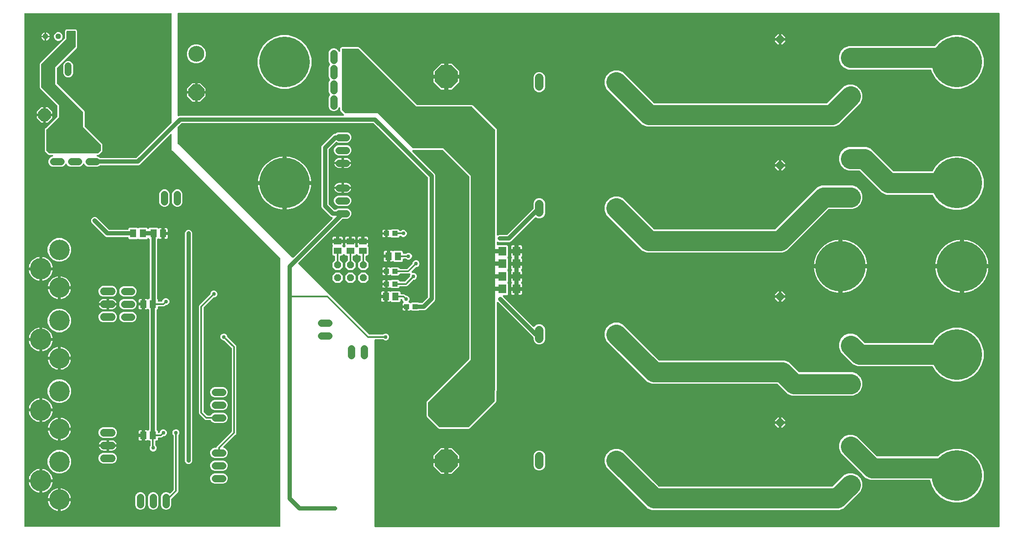
<source format=gbr>
G04 EAGLE Gerber RS-274X export*
G75*
%MOMM*%
%FSLAX34Y34*%
%LPD*%
%INBottom Copper*%
%IPPOS*%
%AMOC8*
5,1,8,0,0,1.08239X$1,22.5*%
G01*
%ADD10P,3.409096X8X112.500000*%
%ADD11C,3.149600*%
%ADD12P,1.649562X8X112.500000*%
%ADD13C,4.597400*%
%ADD14P,4.976180X8X292.500000*%
%ADD15R,1.600000X1.800000*%
%ADD16P,4.976180X8X112.500000*%
%ADD17R,1.100000X1.000000*%
%ADD18R,1.300000X1.500000*%
%ADD19C,1.422400*%
%ADD20P,1.539592X8X22.500000*%
%ADD21R,1.500000X1.300000*%
%ADD22R,1.300000X1.600000*%
%ADD23C,2.540000*%
%ADD24P,2.749271X8X202.500000*%
%ADD25P,3.409096X8X292.500000*%
%ADD26C,1.320800*%
%ADD27C,1.117600*%
%ADD28C,10.000000*%
%ADD29C,1.524000*%
%ADD30C,4.227000*%
%ADD31C,4.039000*%
%ADD32C,1.676400*%
%ADD33C,0.304800*%
%ADD34C,0.756400*%
%ADD35C,0.606400*%
%ADD36C,0.812800*%
%ADD37C,4.000000*%
%ADD38C,1.016000*%

G36*
X1937826Y62971D02*
X1937826Y62971D01*
X1937844Y62969D01*
X1938026Y62990D01*
X1938209Y63009D01*
X1938226Y63014D01*
X1938243Y63016D01*
X1938418Y63073D01*
X1938594Y63127D01*
X1938609Y63135D01*
X1938626Y63141D01*
X1938786Y63231D01*
X1938948Y63319D01*
X1938961Y63330D01*
X1938977Y63339D01*
X1939116Y63459D01*
X1939257Y63576D01*
X1939268Y63590D01*
X1939282Y63602D01*
X1939394Y63747D01*
X1939509Y63890D01*
X1939517Y63906D01*
X1939528Y63920D01*
X1939610Y64085D01*
X1939695Y64247D01*
X1939700Y64264D01*
X1939708Y64281D01*
X1939755Y64459D01*
X1939806Y64634D01*
X1939808Y64652D01*
X1939812Y64669D01*
X1939839Y65000D01*
X1939839Y1080000D01*
X1939837Y1080018D01*
X1939839Y1080036D01*
X1939818Y1080218D01*
X1939799Y1080401D01*
X1939794Y1080418D01*
X1939792Y1080435D01*
X1939735Y1080610D01*
X1939681Y1080786D01*
X1939673Y1080801D01*
X1939667Y1080818D01*
X1939577Y1080978D01*
X1939489Y1081140D01*
X1939478Y1081153D01*
X1939469Y1081169D01*
X1939349Y1081308D01*
X1939232Y1081449D01*
X1939218Y1081460D01*
X1939206Y1081474D01*
X1939061Y1081586D01*
X1938918Y1081701D01*
X1938902Y1081709D01*
X1938888Y1081720D01*
X1938723Y1081802D01*
X1938561Y1081887D01*
X1938544Y1081892D01*
X1938528Y1081900D01*
X1938349Y1081947D01*
X1938174Y1081998D01*
X1938156Y1082000D01*
X1938139Y1082004D01*
X1937808Y1082031D01*
X315000Y1082031D01*
X314982Y1082029D01*
X314964Y1082031D01*
X314782Y1082010D01*
X314599Y1081991D01*
X314582Y1081986D01*
X314565Y1081984D01*
X314390Y1081927D01*
X314214Y1081873D01*
X314199Y1081865D01*
X314182Y1081859D01*
X314022Y1081769D01*
X313860Y1081681D01*
X313847Y1081670D01*
X313831Y1081661D01*
X313692Y1081541D01*
X313551Y1081424D01*
X313540Y1081410D01*
X313527Y1081398D01*
X313414Y1081253D01*
X313299Y1081110D01*
X313291Y1081094D01*
X313280Y1081080D01*
X313198Y1080915D01*
X313113Y1080753D01*
X313108Y1080736D01*
X313100Y1080720D01*
X313053Y1080541D01*
X313002Y1080366D01*
X313000Y1080348D01*
X312996Y1080331D01*
X312969Y1080000D01*
X312969Y879655D01*
X312970Y879641D01*
X312969Y879628D01*
X312990Y879442D01*
X313009Y879254D01*
X313013Y879241D01*
X313014Y879228D01*
X313071Y879050D01*
X313127Y878869D01*
X313133Y878857D01*
X313137Y878845D01*
X313229Y878680D01*
X313319Y878515D01*
X313327Y878505D01*
X313334Y878493D01*
X313457Y878349D01*
X313576Y878206D01*
X313587Y878198D01*
X313595Y878187D01*
X313744Y878071D01*
X313890Y877954D01*
X313902Y877947D01*
X313912Y877939D01*
X314082Y877854D01*
X314247Y877768D01*
X314260Y877764D01*
X314272Y877758D01*
X314454Y877709D01*
X314634Y877657D01*
X314648Y877656D01*
X314661Y877652D01*
X314848Y877639D01*
X315036Y877624D01*
X315049Y877625D01*
X315062Y877624D01*
X315250Y877649D01*
X315435Y877671D01*
X315448Y877675D01*
X315461Y877677D01*
X315777Y877778D01*
X316585Y878113D01*
X640517Y878113D01*
X640525Y878114D01*
X640534Y878113D01*
X640726Y878134D01*
X640917Y878153D01*
X640926Y878155D01*
X640935Y878156D01*
X641117Y878214D01*
X641302Y878271D01*
X641310Y878275D01*
X641319Y878278D01*
X641487Y878371D01*
X641656Y878463D01*
X641663Y878468D01*
X641671Y878473D01*
X641819Y878598D01*
X641965Y878720D01*
X641971Y878727D01*
X641978Y878733D01*
X642097Y878884D01*
X642218Y879034D01*
X642222Y879042D01*
X642227Y879049D01*
X642314Y879220D01*
X642403Y879391D01*
X642406Y879400D01*
X642410Y879408D01*
X642461Y879593D01*
X642515Y879778D01*
X642515Y879787D01*
X642518Y879796D01*
X642532Y879988D01*
X642548Y880180D01*
X642547Y880188D01*
X642547Y880197D01*
X642523Y880388D01*
X642501Y880579D01*
X642498Y880588D01*
X642497Y880597D01*
X642436Y880778D01*
X642376Y880962D01*
X642371Y880970D01*
X642369Y880978D01*
X642273Y881144D01*
X642178Y881313D01*
X642172Y881320D01*
X642168Y881327D01*
X641953Y881580D01*
X640838Y882695D01*
X636123Y887410D01*
X635427Y889090D01*
X635427Y892817D01*
X635427Y892822D01*
X635427Y892826D01*
X635407Y893020D01*
X635387Y893218D01*
X635386Y893222D01*
X635386Y893226D01*
X635328Y893412D01*
X635269Y893603D01*
X635267Y893607D01*
X635266Y893611D01*
X635175Y893777D01*
X635077Y893957D01*
X635075Y893960D01*
X635072Y893964D01*
X634945Y894115D01*
X634820Y894266D01*
X634816Y894269D01*
X634813Y894272D01*
X634659Y894395D01*
X634506Y894518D01*
X634502Y894520D01*
X634499Y894523D01*
X634324Y894612D01*
X634149Y894704D01*
X634144Y894705D01*
X634140Y894707D01*
X633953Y894760D01*
X633762Y894815D01*
X633757Y894815D01*
X633753Y894817D01*
X633560Y894832D01*
X633360Y894848D01*
X633356Y894847D01*
X633352Y894848D01*
X633158Y894824D01*
X632961Y894801D01*
X632956Y894800D01*
X632952Y894799D01*
X632767Y894738D01*
X632578Y894676D01*
X632574Y894674D01*
X632570Y894673D01*
X632398Y894575D01*
X632227Y894478D01*
X632224Y894475D01*
X632220Y894473D01*
X632069Y894342D01*
X631923Y894215D01*
X631920Y894212D01*
X631916Y894209D01*
X631796Y894052D01*
X631676Y893897D01*
X631674Y893893D01*
X631671Y893889D01*
X631519Y893594D01*
X630914Y892132D01*
X628056Y889274D01*
X624321Y887727D01*
X620279Y887727D01*
X616544Y889274D01*
X613686Y892132D01*
X612139Y895867D01*
X612139Y914133D01*
X613686Y917868D01*
X614382Y918564D01*
X614394Y918578D01*
X614407Y918589D01*
X614521Y918733D01*
X614637Y918875D01*
X614646Y918891D01*
X614657Y918905D01*
X614740Y919069D01*
X614826Y919231D01*
X614831Y919248D01*
X614839Y919264D01*
X614888Y919441D01*
X614941Y919617D01*
X614942Y919635D01*
X614947Y919652D01*
X614961Y919835D01*
X614977Y920018D01*
X614975Y920036D01*
X614977Y920053D01*
X614954Y920235D01*
X614934Y920418D01*
X614928Y920435D01*
X614926Y920453D01*
X614868Y920626D01*
X614812Y920802D01*
X614804Y920818D01*
X614798Y920834D01*
X614706Y920994D01*
X614617Y921154D01*
X614606Y921168D01*
X614597Y921183D01*
X614382Y921436D01*
X613686Y922132D01*
X612139Y925867D01*
X612139Y944133D01*
X613686Y947868D01*
X614382Y948564D01*
X614394Y948578D01*
X614407Y948589D01*
X614521Y948733D01*
X614637Y948875D01*
X614646Y948891D01*
X614657Y948905D01*
X614740Y949069D01*
X614826Y949231D01*
X614831Y949248D01*
X614839Y949264D01*
X614888Y949441D01*
X614941Y949617D01*
X614942Y949635D01*
X614947Y949652D01*
X614961Y949835D01*
X614977Y950018D01*
X614975Y950036D01*
X614977Y950053D01*
X614954Y950235D01*
X614934Y950418D01*
X614928Y950435D01*
X614926Y950453D01*
X614868Y950625D01*
X614812Y950802D01*
X614804Y950818D01*
X614798Y950834D01*
X614706Y950994D01*
X614617Y951154D01*
X614606Y951168D01*
X614597Y951183D01*
X614382Y951436D01*
X613686Y952132D01*
X612139Y955867D01*
X612139Y974133D01*
X613686Y977868D01*
X614382Y978564D01*
X614394Y978578D01*
X614407Y978589D01*
X614521Y978733D01*
X614637Y978875D01*
X614646Y978891D01*
X614657Y978905D01*
X614740Y979069D01*
X614826Y979231D01*
X614831Y979248D01*
X614839Y979264D01*
X614888Y979441D01*
X614941Y979617D01*
X614942Y979635D01*
X614947Y979652D01*
X614961Y979835D01*
X614977Y980018D01*
X614975Y980036D01*
X614977Y980053D01*
X614954Y980235D01*
X614934Y980418D01*
X614928Y980435D01*
X614926Y980453D01*
X614868Y980626D01*
X614812Y980802D01*
X614804Y980818D01*
X614798Y980834D01*
X614706Y980994D01*
X614617Y981154D01*
X614606Y981168D01*
X614597Y981183D01*
X614382Y981436D01*
X613686Y982132D01*
X612139Y985867D01*
X612139Y1004133D01*
X613686Y1007868D01*
X616544Y1010726D01*
X620279Y1012273D01*
X624321Y1012273D01*
X628056Y1010726D01*
X630914Y1007868D01*
X631519Y1006406D01*
X631521Y1006402D01*
X631523Y1006397D01*
X631618Y1006221D01*
X631710Y1006051D01*
X631712Y1006047D01*
X631715Y1006043D01*
X631839Y1005895D01*
X631966Y1005740D01*
X631969Y1005738D01*
X631972Y1005734D01*
X632125Y1005611D01*
X632279Y1005487D01*
X632283Y1005485D01*
X632286Y1005482D01*
X632461Y1005391D01*
X632635Y1005300D01*
X632639Y1005298D01*
X632643Y1005296D01*
X632833Y1005242D01*
X633022Y1005187D01*
X633026Y1005186D01*
X633030Y1005185D01*
X633228Y1005169D01*
X633423Y1005152D01*
X633427Y1005152D01*
X633432Y1005152D01*
X633626Y1005175D01*
X633823Y1005197D01*
X633827Y1005198D01*
X633831Y1005199D01*
X634017Y1005259D01*
X634206Y1005320D01*
X634210Y1005322D01*
X634214Y1005324D01*
X634387Y1005421D01*
X634558Y1005517D01*
X634561Y1005519D01*
X634565Y1005522D01*
X634714Y1005650D01*
X634863Y1005778D01*
X634866Y1005782D01*
X634870Y1005785D01*
X634986Y1005935D01*
X635112Y1006095D01*
X635114Y1006099D01*
X635116Y1006103D01*
X635205Y1006281D01*
X635292Y1006455D01*
X635294Y1006459D01*
X635296Y1006463D01*
X635347Y1006655D01*
X635399Y1006843D01*
X635399Y1006848D01*
X635400Y1006852D01*
X635427Y1007183D01*
X635427Y1010910D01*
X636123Y1012590D01*
X637410Y1013877D01*
X639090Y1014573D01*
X670910Y1014573D01*
X672590Y1013877D01*
X786299Y900168D01*
X786320Y900151D01*
X786337Y900130D01*
X786475Y900023D01*
X786611Y899913D01*
X786634Y899900D01*
X786655Y899884D01*
X786812Y899806D01*
X786966Y899724D01*
X786992Y899716D01*
X787016Y899704D01*
X787185Y899659D01*
X787352Y899609D01*
X787379Y899607D01*
X787405Y899600D01*
X787735Y899573D01*
X895910Y899573D01*
X897590Y898877D01*
X943877Y852590D01*
X944573Y850910D01*
X944573Y643076D01*
X944574Y643063D01*
X944573Y643050D01*
X944594Y642863D01*
X944613Y642676D01*
X944617Y642663D01*
X944618Y642650D01*
X944675Y642472D01*
X944731Y642291D01*
X944737Y642279D01*
X944741Y642266D01*
X944833Y642102D01*
X944923Y641937D01*
X944931Y641927D01*
X944938Y641915D01*
X945061Y641771D01*
X945180Y641628D01*
X945191Y641619D01*
X945199Y641609D01*
X945348Y641493D01*
X945494Y641375D01*
X945506Y641369D01*
X945516Y641361D01*
X945686Y641276D01*
X945851Y641190D01*
X945864Y641186D01*
X945876Y641180D01*
X946058Y641130D01*
X946238Y641078D01*
X946252Y641077D01*
X946265Y641074D01*
X946451Y641061D01*
X946640Y641046D01*
X946653Y641047D01*
X946666Y641046D01*
X946853Y641071D01*
X947039Y641092D01*
X947052Y641097D01*
X947065Y641098D01*
X947381Y641200D01*
X949585Y642113D01*
X965012Y642113D01*
X965039Y642115D01*
X965066Y642113D01*
X965240Y642135D01*
X965413Y642153D01*
X965439Y642160D01*
X965465Y642164D01*
X965631Y642219D01*
X965798Y642271D01*
X965822Y642284D01*
X965847Y642292D01*
X965999Y642379D01*
X966152Y642463D01*
X966172Y642480D01*
X966196Y642493D01*
X966449Y642708D01*
X1016774Y693033D01*
X1016791Y693054D01*
X1016812Y693071D01*
X1016919Y693209D01*
X1017029Y693345D01*
X1017042Y693368D01*
X1017058Y693390D01*
X1017136Y693546D01*
X1017218Y693700D01*
X1017226Y693726D01*
X1017238Y693750D01*
X1017283Y693919D01*
X1017333Y694086D01*
X1017335Y694113D01*
X1017342Y694139D01*
X1017369Y694470D01*
X1017369Y705656D01*
X1019109Y709857D01*
X1022325Y713073D01*
X1026526Y714813D01*
X1031074Y714813D01*
X1035275Y713073D01*
X1038491Y709857D01*
X1040231Y705656D01*
X1040231Y684344D01*
X1038491Y680143D01*
X1035275Y676927D01*
X1031074Y675187D01*
X1026526Y675187D01*
X1022491Y676859D01*
X1022470Y676865D01*
X1022450Y676875D01*
X1022277Y676923D01*
X1022106Y676975D01*
X1022083Y676977D01*
X1022062Y676983D01*
X1021883Y676996D01*
X1021705Y677013D01*
X1021683Y677011D01*
X1021660Y677013D01*
X1021482Y676990D01*
X1021304Y676972D01*
X1021283Y676965D01*
X1021261Y676962D01*
X1021091Y676905D01*
X1020920Y676852D01*
X1020900Y676841D01*
X1020879Y676834D01*
X1020724Y676745D01*
X1020567Y676659D01*
X1020550Y676644D01*
X1020530Y676633D01*
X1020277Y676418D01*
X972829Y628970D01*
X970215Y627887D01*
X949585Y627887D01*
X947381Y628800D01*
X947368Y628804D01*
X947357Y628810D01*
X947176Y628862D01*
X946996Y628917D01*
X946983Y628918D01*
X946970Y628922D01*
X946781Y628937D01*
X946595Y628955D01*
X946582Y628953D01*
X946568Y628954D01*
X946382Y628933D01*
X946195Y628913D01*
X946182Y628909D01*
X946169Y628908D01*
X945991Y628850D01*
X945810Y628793D01*
X945799Y628787D01*
X945786Y628783D01*
X945622Y628690D01*
X945457Y628600D01*
X945447Y628591D01*
X945435Y628585D01*
X945293Y628462D01*
X945149Y628341D01*
X945141Y628330D01*
X945130Y628322D01*
X945016Y628174D01*
X944898Y628026D01*
X944892Y628014D01*
X944884Y628004D01*
X944800Y627835D01*
X944714Y627668D01*
X944710Y627655D01*
X944704Y627643D01*
X944655Y627460D01*
X944604Y627281D01*
X944603Y627267D01*
X944600Y627254D01*
X944573Y626924D01*
X944573Y624080D01*
X944575Y624062D01*
X944573Y624044D01*
X944594Y623862D01*
X944613Y623679D01*
X944618Y623662D01*
X944620Y623645D01*
X944677Y623470D01*
X944731Y623294D01*
X944739Y623279D01*
X944745Y623262D01*
X944835Y623102D01*
X944923Y622940D01*
X944934Y622927D01*
X944943Y622911D01*
X945063Y622772D01*
X945180Y622631D01*
X945194Y622620D01*
X945206Y622606D01*
X945351Y622494D01*
X945494Y622379D01*
X945510Y622371D01*
X945524Y622360D01*
X945689Y622278D01*
X945851Y622193D01*
X945868Y622188D01*
X945884Y622180D01*
X946063Y622133D01*
X946238Y622082D01*
X946256Y622080D01*
X946273Y622076D01*
X946604Y622049D01*
X965263Y622049D01*
X967049Y620263D01*
X967049Y599737D01*
X966248Y598936D01*
X966237Y598923D01*
X966223Y598911D01*
X966109Y598766D01*
X965993Y598625D01*
X965984Y598609D01*
X965973Y598595D01*
X965890Y598431D01*
X965804Y598269D01*
X965799Y598252D01*
X965791Y598236D01*
X965742Y598059D01*
X965689Y597883D01*
X965688Y597865D01*
X965683Y597848D01*
X965670Y597665D01*
X965653Y597482D01*
X965655Y597464D01*
X965654Y597447D01*
X965677Y597264D01*
X965696Y597082D01*
X965702Y597065D01*
X965704Y597047D01*
X965762Y596873D01*
X965818Y596698D01*
X965827Y596682D01*
X965832Y596666D01*
X965924Y596507D01*
X966013Y596346D01*
X966024Y596332D01*
X966033Y596317D01*
X966248Y596064D01*
X967049Y595263D01*
X967049Y574737D01*
X966248Y573936D01*
X966237Y573922D01*
X966223Y573911D01*
X966109Y573767D01*
X965993Y573625D01*
X965984Y573609D01*
X965973Y573595D01*
X965890Y573431D01*
X965804Y573269D01*
X965799Y573252D01*
X965791Y573236D01*
X965742Y573059D01*
X965689Y572883D01*
X965688Y572865D01*
X965683Y572848D01*
X965670Y572665D01*
X965653Y572482D01*
X965655Y572464D01*
X965654Y572447D01*
X965677Y572264D01*
X965696Y572082D01*
X965702Y572065D01*
X965704Y572047D01*
X965762Y571873D01*
X965818Y571698D01*
X965827Y571682D01*
X965832Y571666D01*
X965924Y571507D01*
X966013Y571346D01*
X966024Y571332D01*
X966033Y571317D01*
X966248Y571064D01*
X967049Y570263D01*
X967049Y549737D01*
X966248Y548936D01*
X966237Y548922D01*
X966223Y548911D01*
X966109Y548767D01*
X965993Y548625D01*
X965984Y548609D01*
X965973Y548595D01*
X965890Y548431D01*
X965804Y548269D01*
X965799Y548252D01*
X965791Y548236D01*
X965742Y548059D01*
X965689Y547883D01*
X965688Y547865D01*
X965683Y547848D01*
X965670Y547665D01*
X965653Y547482D01*
X965655Y547464D01*
X965654Y547447D01*
X965677Y547264D01*
X965696Y547082D01*
X965702Y547065D01*
X965704Y547047D01*
X965762Y546873D01*
X965818Y546698D01*
X965827Y546682D01*
X965832Y546666D01*
X965924Y546507D01*
X966013Y546346D01*
X966024Y546332D01*
X966033Y546317D01*
X966248Y546064D01*
X967049Y545263D01*
X967049Y524737D01*
X965263Y522951D01*
X959012Y522951D01*
X959003Y522950D01*
X958994Y522951D01*
X958800Y522930D01*
X958611Y522911D01*
X958602Y522909D01*
X958593Y522908D01*
X958409Y522849D01*
X958226Y522793D01*
X958218Y522789D01*
X958210Y522786D01*
X958041Y522693D01*
X957872Y522601D01*
X957865Y522596D01*
X957857Y522591D01*
X957710Y522467D01*
X957563Y522344D01*
X957557Y522337D01*
X957550Y522331D01*
X957431Y522179D01*
X957310Y522030D01*
X957306Y522022D01*
X957301Y522015D01*
X957213Y521842D01*
X957125Y521673D01*
X957122Y521664D01*
X957118Y521656D01*
X957066Y521470D01*
X957013Y521286D01*
X957013Y521277D01*
X957010Y521268D01*
X956996Y521075D01*
X956981Y520884D01*
X956982Y520876D01*
X956981Y520867D01*
X957005Y520674D01*
X957027Y520485D01*
X957030Y520476D01*
X957031Y520467D01*
X957093Y520285D01*
X957152Y520102D01*
X957157Y520094D01*
X957160Y520086D01*
X957256Y519919D01*
X957350Y519751D01*
X957356Y519744D01*
X957361Y519737D01*
X957575Y519484D01*
X1016719Y460340D01*
X1016733Y460328D01*
X1016745Y460315D01*
X1016889Y460201D01*
X1017031Y460084D01*
X1017047Y460076D01*
X1017061Y460065D01*
X1017225Y459981D01*
X1017387Y459896D01*
X1017404Y459891D01*
X1017420Y459883D01*
X1017597Y459833D01*
X1017773Y459781D01*
X1017790Y459779D01*
X1017807Y459775D01*
X1017991Y459761D01*
X1018173Y459745D01*
X1018191Y459747D01*
X1018209Y459745D01*
X1018391Y459768D01*
X1018574Y459788D01*
X1018591Y459793D01*
X1018608Y459796D01*
X1018782Y459854D01*
X1018958Y459910D01*
X1018973Y459918D01*
X1018990Y459924D01*
X1019150Y460016D01*
X1019310Y460104D01*
X1019323Y460116D01*
X1019339Y460125D01*
X1019592Y460340D01*
X1022325Y463073D01*
X1026526Y464813D01*
X1031074Y464813D01*
X1035275Y463073D01*
X1038491Y459857D01*
X1040231Y455656D01*
X1040231Y434344D01*
X1038491Y430143D01*
X1035275Y426927D01*
X1031074Y425187D01*
X1026526Y425187D01*
X1022325Y426927D01*
X1019109Y430143D01*
X1017369Y434344D01*
X1017369Y438730D01*
X1017367Y438757D01*
X1017369Y438784D01*
X1017347Y438957D01*
X1017329Y439131D01*
X1017321Y439157D01*
X1017318Y439183D01*
X1017263Y439348D01*
X1017211Y439516D01*
X1017198Y439540D01*
X1017190Y439565D01*
X1017103Y439716D01*
X1017019Y439870D01*
X1017002Y439891D01*
X1016989Y439914D01*
X1016774Y440167D01*
X1015684Y441257D01*
X948040Y508901D01*
X948033Y508906D01*
X948028Y508913D01*
X947878Y509034D01*
X947729Y509156D01*
X947721Y509160D01*
X947714Y509166D01*
X947543Y509255D01*
X947373Y509344D01*
X947365Y509347D01*
X947357Y509351D01*
X947171Y509404D01*
X946987Y509459D01*
X946978Y509460D01*
X946970Y509463D01*
X946778Y509478D01*
X946586Y509496D01*
X946577Y509495D01*
X946568Y509495D01*
X946379Y509473D01*
X946186Y509452D01*
X946177Y509450D01*
X946169Y509449D01*
X945987Y509389D01*
X945802Y509331D01*
X945794Y509326D01*
X945786Y509324D01*
X945617Y509229D01*
X945450Y509136D01*
X945443Y509130D01*
X945435Y509126D01*
X945289Y509000D01*
X945143Y508875D01*
X945137Y508868D01*
X945130Y508863D01*
X945013Y508711D01*
X944893Y508560D01*
X944889Y508552D01*
X944884Y508545D01*
X944798Y508372D01*
X944711Y508201D01*
X944708Y508192D01*
X944704Y508184D01*
X944654Y507997D01*
X944603Y507813D01*
X944602Y507804D01*
X944600Y507795D01*
X944573Y507464D01*
X944573Y334090D01*
X944203Y333199D01*
X944194Y333169D01*
X944180Y333141D01*
X944136Y332976D01*
X944087Y332813D01*
X944084Y332782D01*
X944076Y332752D01*
X944049Y332421D01*
X944049Y312695D01*
X943432Y311207D01*
X890793Y258568D01*
X889305Y257951D01*
X831195Y257951D01*
X829707Y258568D01*
X806568Y281707D01*
X805951Y283195D01*
X805951Y310805D01*
X806568Y312293D01*
X889832Y395558D01*
X889849Y395579D01*
X889870Y395596D01*
X889977Y395734D01*
X890087Y395870D01*
X890100Y395893D01*
X890116Y395914D01*
X890194Y396071D01*
X890276Y396225D01*
X890284Y396251D01*
X890296Y396275D01*
X890341Y396444D01*
X890391Y396611D01*
X890393Y396638D01*
X890400Y396664D01*
X890427Y396994D01*
X890427Y757265D01*
X890425Y757291D01*
X890427Y757318D01*
X890405Y757492D01*
X890387Y757665D01*
X890380Y757691D01*
X890376Y757717D01*
X890321Y757883D01*
X890269Y758050D01*
X890256Y758074D01*
X890248Y758099D01*
X890161Y758251D01*
X890077Y758404D01*
X890060Y758425D01*
X890047Y758448D01*
X889832Y758701D01*
X838701Y809832D01*
X838680Y809849D01*
X838663Y809870D01*
X838525Y809977D01*
X838389Y810087D01*
X838366Y810100D01*
X838345Y810116D01*
X838188Y810194D01*
X838034Y810276D01*
X838008Y810284D01*
X837984Y810296D01*
X837815Y810341D01*
X837648Y810391D01*
X837621Y810393D01*
X837595Y810400D01*
X837265Y810427D01*
X779536Y810427D01*
X779527Y810426D01*
X779518Y810427D01*
X779324Y810406D01*
X779135Y810387D01*
X779126Y810385D01*
X779117Y810384D01*
X778933Y810325D01*
X778750Y810269D01*
X778742Y810265D01*
X778734Y810262D01*
X778565Y810169D01*
X778396Y810077D01*
X778389Y810072D01*
X778381Y810067D01*
X778234Y809943D01*
X778087Y809820D01*
X778081Y809813D01*
X778074Y809807D01*
X777955Y809655D01*
X777834Y809506D01*
X777830Y809498D01*
X777825Y809491D01*
X777737Y809318D01*
X777649Y809149D01*
X777646Y809140D01*
X777642Y809132D01*
X777590Y808946D01*
X777537Y808762D01*
X777537Y808753D01*
X777534Y808744D01*
X777520Y808551D01*
X777505Y808360D01*
X777506Y808352D01*
X777505Y808343D01*
X777529Y808150D01*
X777551Y807961D01*
X777554Y807952D01*
X777555Y807943D01*
X777617Y807761D01*
X777676Y807578D01*
X777681Y807570D01*
X777684Y807562D01*
X777780Y807395D01*
X777874Y807227D01*
X777880Y807220D01*
X777885Y807213D01*
X778099Y806960D01*
X819743Y765316D01*
X822030Y763029D01*
X823113Y760415D01*
X823113Y514585D01*
X822030Y511971D01*
X804029Y493970D01*
X801415Y492887D01*
X792040Y492887D01*
X792014Y492885D01*
X791987Y492887D01*
X791813Y492865D01*
X791640Y492847D01*
X791614Y492839D01*
X791587Y492836D01*
X791422Y492781D01*
X791255Y492729D01*
X791231Y492716D01*
X791206Y492708D01*
X791054Y492621D01*
X790901Y492537D01*
X790880Y492520D01*
X790857Y492507D01*
X790604Y492292D01*
X790263Y491951D01*
X776737Y491951D01*
X776033Y492656D01*
X775913Y492754D01*
X775797Y492858D01*
X775757Y492882D01*
X775721Y492911D01*
X775584Y492984D01*
X775450Y493063D01*
X775406Y493078D01*
X775365Y493100D01*
X775217Y493144D01*
X775070Y493195D01*
X775024Y493201D01*
X774979Y493214D01*
X774825Y493228D01*
X774671Y493250D01*
X774625Y493247D01*
X774578Y493251D01*
X774424Y493234D01*
X774270Y493224D01*
X774225Y493212D01*
X774178Y493207D01*
X774030Y493161D01*
X773881Y493121D01*
X773833Y493098D01*
X773794Y493086D01*
X773718Y493044D01*
X773581Y492979D01*
X772981Y492632D01*
X772335Y492459D01*
X768999Y492459D01*
X768999Y499532D01*
X768997Y499550D01*
X768999Y499567D01*
X768978Y499750D01*
X768959Y499932D01*
X768954Y499949D01*
X768952Y499967D01*
X768895Y500142D01*
X768841Y500317D01*
X768833Y500333D01*
X768827Y500350D01*
X768737Y500510D01*
X768649Y500671D01*
X768638Y500685D01*
X768629Y500701D01*
X768509Y500840D01*
X768392Y500981D01*
X768378Y500992D01*
X768366Y501005D01*
X768221Y501118D01*
X768078Y501233D01*
X768062Y501241D01*
X768048Y501252D01*
X767883Y501334D01*
X767856Y501348D01*
X767801Y501446D01*
X767713Y501608D01*
X767702Y501621D01*
X767693Y501637D01*
X767573Y501776D01*
X767455Y501917D01*
X767442Y501928D01*
X767430Y501942D01*
X767285Y502054D01*
X767142Y502169D01*
X767126Y502177D01*
X767112Y502188D01*
X766947Y502270D01*
X766784Y502355D01*
X766767Y502360D01*
X766751Y502368D01*
X766573Y502415D01*
X766398Y502466D01*
X766380Y502468D01*
X766363Y502472D01*
X766032Y502499D01*
X758459Y502499D01*
X758459Y505335D01*
X758632Y505981D01*
X758967Y506560D01*
X759440Y507033D01*
X759599Y507125D01*
X759666Y507173D01*
X759738Y507213D01*
X759829Y507290D01*
X759926Y507360D01*
X759982Y507420D01*
X760045Y507473D01*
X760119Y507567D01*
X760200Y507654D01*
X760243Y507725D01*
X760294Y507789D01*
X760348Y507895D01*
X760411Y507997D01*
X760439Y508075D01*
X760476Y508148D01*
X760509Y508263D01*
X760550Y508375D01*
X760562Y508457D01*
X760584Y508536D01*
X760593Y508655D01*
X760612Y508773D01*
X760608Y508855D01*
X760614Y508937D01*
X760599Y509056D01*
X760594Y509175D01*
X760574Y509255D01*
X760563Y509337D01*
X760525Y509450D01*
X760497Y509566D01*
X760461Y509641D01*
X760435Y509718D01*
X760376Y509822D01*
X760324Y509930D01*
X760275Y509996D01*
X760234Y510067D01*
X760136Y510184D01*
X760084Y510253D01*
X760054Y510280D01*
X760020Y510320D01*
X759209Y511131D01*
X758137Y513719D01*
X758129Y513797D01*
X758124Y513814D01*
X758122Y513831D01*
X758065Y514006D01*
X758011Y514182D01*
X758003Y514197D01*
X757997Y514214D01*
X757907Y514374D01*
X757819Y514536D01*
X757808Y514549D01*
X757799Y514565D01*
X757679Y514704D01*
X757562Y514845D01*
X757548Y514856D01*
X757536Y514870D01*
X757391Y514982D01*
X757248Y515097D01*
X757232Y515105D01*
X757218Y515116D01*
X757053Y515198D01*
X756891Y515283D01*
X756874Y515288D01*
X756858Y515296D01*
X756679Y515343D01*
X756504Y515394D01*
X756486Y515396D01*
X756469Y515400D01*
X756138Y515427D01*
X756080Y515427D01*
X756062Y515425D01*
X756044Y515427D01*
X755862Y515406D01*
X755679Y515387D01*
X755662Y515382D01*
X755645Y515380D01*
X755470Y515323D01*
X755294Y515269D01*
X755279Y515261D01*
X755262Y515255D01*
X755102Y515165D01*
X754940Y515077D01*
X754927Y515066D01*
X754911Y515057D01*
X754772Y514937D01*
X754631Y514820D01*
X754620Y514806D01*
X754606Y514794D01*
X754494Y514649D01*
X754379Y514506D01*
X754371Y514490D01*
X754360Y514476D01*
X754278Y514311D01*
X754193Y514149D01*
X754188Y514132D01*
X754180Y514116D01*
X754133Y513937D01*
X754082Y513762D01*
X754080Y513744D01*
X754076Y513727D01*
X754049Y513396D01*
X754049Y511237D01*
X752263Y509451D01*
X736737Y509451D01*
X736033Y510156D01*
X735913Y510254D01*
X735797Y510358D01*
X735757Y510382D01*
X735721Y510411D01*
X735584Y510484D01*
X735450Y510563D01*
X735406Y510578D01*
X735365Y510600D01*
X735217Y510644D01*
X735070Y510695D01*
X735024Y510701D01*
X734979Y510714D01*
X734825Y510728D01*
X734671Y510750D01*
X734625Y510747D01*
X734578Y510751D01*
X734424Y510734D01*
X734270Y510724D01*
X734225Y510712D01*
X734178Y510707D01*
X734030Y510661D01*
X733881Y510621D01*
X733833Y510598D01*
X733794Y510586D01*
X733718Y510544D01*
X733581Y510479D01*
X732981Y510132D01*
X732335Y509959D01*
X728749Y509959D01*
X728749Y518782D01*
X728747Y518800D01*
X728749Y518817D01*
X728728Y519000D01*
X728709Y519182D01*
X728704Y519199D01*
X728702Y519217D01*
X728645Y519392D01*
X728591Y519567D01*
X728583Y519583D01*
X728577Y519600D01*
X728487Y519760D01*
X728399Y519921D01*
X728388Y519935D01*
X728379Y519951D01*
X728334Y520003D01*
X728419Y520108D01*
X728427Y520124D01*
X728438Y520138D01*
X728520Y520303D01*
X728605Y520466D01*
X728610Y520483D01*
X728618Y520499D01*
X728665Y520677D01*
X728716Y520852D01*
X728718Y520870D01*
X728722Y520887D01*
X728749Y521218D01*
X728749Y530041D01*
X732335Y530041D01*
X732981Y529868D01*
X733581Y529521D01*
X733722Y529457D01*
X733860Y529387D01*
X733905Y529375D01*
X733947Y529355D01*
X734099Y529321D01*
X734248Y529279D01*
X734295Y529276D01*
X734340Y529265D01*
X734495Y529261D01*
X734650Y529250D01*
X734696Y529256D01*
X734742Y529254D01*
X734895Y529281D01*
X735049Y529300D01*
X735093Y529315D01*
X735139Y529323D01*
X735284Y529379D01*
X735431Y529428D01*
X735471Y529452D01*
X735514Y529469D01*
X735645Y529552D01*
X735780Y529629D01*
X735820Y529663D01*
X735854Y529685D01*
X735916Y529745D01*
X736033Y529844D01*
X736737Y530549D01*
X752263Y530549D01*
X754049Y528763D01*
X754049Y526604D01*
X754051Y526586D01*
X754049Y526568D01*
X754070Y526386D01*
X754089Y526203D01*
X754094Y526186D01*
X754096Y526169D01*
X754153Y525994D01*
X754207Y525818D01*
X754215Y525803D01*
X754221Y525786D01*
X754311Y525626D01*
X754399Y525464D01*
X754410Y525451D01*
X754419Y525435D01*
X754539Y525296D01*
X754656Y525155D01*
X754670Y525144D01*
X754682Y525130D01*
X754827Y525018D01*
X754970Y524903D01*
X754986Y524895D01*
X755000Y524884D01*
X755165Y524802D01*
X755327Y524717D01*
X755344Y524712D01*
X755360Y524704D01*
X755539Y524657D01*
X755714Y524606D01*
X755732Y524604D01*
X755749Y524600D01*
X756080Y524573D01*
X760910Y524573D01*
X762590Y523877D01*
X764041Y522426D01*
X764062Y522409D01*
X764079Y522388D01*
X764217Y522281D01*
X764353Y522171D01*
X764376Y522158D01*
X764397Y522142D01*
X764554Y522064D01*
X764708Y521982D01*
X764734Y521974D01*
X764758Y521962D01*
X764927Y521917D01*
X765094Y521867D01*
X765121Y521865D01*
X765147Y521858D01*
X765477Y521831D01*
X766359Y521831D01*
X768869Y520791D01*
X770791Y518869D01*
X771831Y516359D01*
X771831Y513641D01*
X770791Y511131D01*
X770668Y511008D01*
X770663Y511001D01*
X770656Y510996D01*
X770536Y510846D01*
X770413Y510697D01*
X770409Y510689D01*
X770404Y510682D01*
X770315Y510510D01*
X770225Y510341D01*
X770222Y510333D01*
X770218Y510325D01*
X770165Y510139D01*
X770110Y509955D01*
X770109Y509946D01*
X770107Y509938D01*
X770091Y509746D01*
X770074Y509554D01*
X770074Y509545D01*
X770074Y509536D01*
X770096Y509346D01*
X770117Y509154D01*
X770120Y509145D01*
X770121Y509137D01*
X770180Y508954D01*
X770238Y508770D01*
X770243Y508762D01*
X770246Y508754D01*
X770340Y508587D01*
X770433Y508418D01*
X770439Y508411D01*
X770443Y508403D01*
X770570Y508256D01*
X770694Y508111D01*
X770701Y508105D01*
X770707Y508098D01*
X770859Y507980D01*
X771010Y507861D01*
X771018Y507857D01*
X771025Y507852D01*
X771197Y507766D01*
X771369Y507679D01*
X771377Y507676D01*
X771385Y507672D01*
X771573Y507622D01*
X771756Y507571D01*
X771765Y507570D01*
X771774Y507568D01*
X772105Y507541D01*
X772335Y507541D01*
X772981Y507368D01*
X773581Y507021D01*
X773722Y506957D01*
X773860Y506887D01*
X773905Y506875D01*
X773947Y506855D01*
X774099Y506821D01*
X774248Y506779D01*
X774295Y506776D01*
X774340Y506765D01*
X774495Y506761D01*
X774650Y506750D01*
X774696Y506756D01*
X774742Y506754D01*
X774895Y506781D01*
X775049Y506800D01*
X775093Y506815D01*
X775139Y506823D01*
X775284Y506879D01*
X775431Y506928D01*
X775471Y506952D01*
X775514Y506969D01*
X775645Y507052D01*
X775780Y507129D01*
X775820Y507163D01*
X775854Y507185D01*
X775916Y507245D01*
X776033Y507344D01*
X776737Y508049D01*
X790263Y508049D01*
X790604Y507708D01*
X790625Y507691D01*
X790642Y507670D01*
X790780Y507564D01*
X790915Y507453D01*
X790939Y507440D01*
X790960Y507424D01*
X791117Y507346D01*
X791271Y507264D01*
X791297Y507256D01*
X791321Y507244D01*
X791490Y507199D01*
X791657Y507149D01*
X791684Y507147D01*
X791709Y507140D01*
X792040Y507113D01*
X796212Y507113D01*
X796239Y507115D01*
X796266Y507113D01*
X796440Y507135D01*
X796613Y507153D01*
X796639Y507160D01*
X796665Y507164D01*
X796831Y507219D01*
X796998Y507271D01*
X797022Y507284D01*
X797047Y507292D01*
X797199Y507379D01*
X797352Y507463D01*
X797372Y507480D01*
X797396Y507493D01*
X797649Y507708D01*
X808292Y518351D01*
X808309Y518372D01*
X808330Y518389D01*
X808437Y518527D01*
X808547Y518663D01*
X808560Y518686D01*
X808576Y518708D01*
X808654Y518864D01*
X808736Y519018D01*
X808744Y519044D01*
X808756Y519068D01*
X808801Y519237D01*
X808851Y519404D01*
X808853Y519431D01*
X808860Y519457D01*
X808887Y519788D01*
X808887Y755212D01*
X808885Y755239D01*
X808887Y755266D01*
X808865Y755440D01*
X808847Y755613D01*
X808840Y755639D01*
X808836Y755665D01*
X808781Y755831D01*
X808729Y755998D01*
X808716Y756022D01*
X808708Y756047D01*
X808621Y756199D01*
X808537Y756352D01*
X808520Y756372D01*
X808507Y756396D01*
X808292Y756649D01*
X701649Y863292D01*
X701628Y863309D01*
X701611Y863330D01*
X701473Y863437D01*
X701337Y863547D01*
X701314Y863560D01*
X701292Y863576D01*
X701136Y863654D01*
X700982Y863736D01*
X700956Y863744D01*
X700932Y863756D01*
X700763Y863801D01*
X700596Y863851D01*
X700569Y863853D01*
X700543Y863860D01*
X700212Y863887D01*
X321788Y863887D01*
X321761Y863885D01*
X321734Y863887D01*
X321560Y863865D01*
X321387Y863847D01*
X321361Y863840D01*
X321335Y863836D01*
X321169Y863781D01*
X321002Y863729D01*
X320978Y863716D01*
X320953Y863708D01*
X320801Y863621D01*
X320648Y863537D01*
X320628Y863520D01*
X320604Y863507D01*
X320351Y863292D01*
X313564Y856505D01*
X313547Y856484D01*
X313527Y856467D01*
X313419Y856329D01*
X313309Y856193D01*
X313296Y856170D01*
X313280Y856148D01*
X313202Y855992D01*
X313120Y855838D01*
X313112Y855812D01*
X313100Y855788D01*
X313055Y855619D01*
X313005Y855452D01*
X313003Y855425D01*
X312996Y855399D01*
X312969Y855068D01*
X312969Y825000D01*
X312971Y824973D01*
X312969Y824947D01*
X312991Y824773D01*
X313009Y824599D01*
X313017Y824574D01*
X313020Y824547D01*
X313076Y824382D01*
X313127Y824214D01*
X313140Y824191D01*
X313148Y824166D01*
X313235Y824014D01*
X313319Y823860D01*
X313336Y823840D01*
X313349Y823817D01*
X313564Y823564D01*
X539798Y597329D01*
X539812Y597318D01*
X539823Y597305D01*
X539968Y597191D01*
X540109Y597074D01*
X540125Y597066D01*
X540139Y597055D01*
X540304Y596971D01*
X540465Y596886D01*
X540482Y596881D01*
X540498Y596873D01*
X540676Y596823D01*
X540851Y596771D01*
X540869Y596769D01*
X540886Y596765D01*
X541069Y596751D01*
X541252Y596735D01*
X541270Y596737D01*
X541288Y596735D01*
X541469Y596758D01*
X541652Y596778D01*
X541669Y596783D01*
X541687Y596786D01*
X541861Y596844D01*
X542036Y596899D01*
X542052Y596908D01*
X542069Y596914D01*
X542228Y597006D01*
X542388Y597094D01*
X542402Y597106D01*
X542418Y597115D01*
X542671Y597329D01*
X619553Y674212D01*
X619562Y674222D01*
X619572Y674231D01*
X619689Y674378D01*
X619808Y674524D01*
X619814Y674535D01*
X619823Y674546D01*
X619909Y674714D01*
X619997Y674879D01*
X620001Y674892D01*
X620007Y674904D01*
X620058Y675085D01*
X620112Y675265D01*
X620113Y675279D01*
X620116Y675291D01*
X620131Y675477D01*
X620148Y675666D01*
X620147Y675680D01*
X620148Y675693D01*
X620125Y675877D01*
X620105Y676066D01*
X620100Y676079D01*
X620099Y676092D01*
X620040Y676270D01*
X619983Y676450D01*
X619977Y676462D01*
X619972Y676475D01*
X619879Y676639D01*
X619788Y676803D01*
X619780Y676813D01*
X619773Y676824D01*
X619649Y676966D01*
X619528Y677110D01*
X619517Y677118D01*
X619508Y677128D01*
X619360Y677242D01*
X619212Y677359D01*
X619200Y677365D01*
X619189Y677373D01*
X618894Y677525D01*
X616371Y678570D01*
X598970Y695971D01*
X597887Y698585D01*
X597887Y816415D01*
X598970Y819029D01*
X621371Y841430D01*
X623985Y842513D01*
X624790Y842513D01*
X624817Y842515D01*
X624843Y842513D01*
X625017Y842535D01*
X625191Y842553D01*
X625216Y842560D01*
X625243Y842564D01*
X625409Y842620D01*
X625575Y842671D01*
X625599Y842684D01*
X625624Y842692D01*
X625776Y842779D01*
X625930Y842863D01*
X625950Y842880D01*
X625973Y842893D01*
X626226Y843108D01*
X627132Y844014D01*
X630867Y845561D01*
X649133Y845561D01*
X652868Y844014D01*
X655726Y841156D01*
X657273Y837421D01*
X657273Y833379D01*
X655726Y829644D01*
X652868Y826786D01*
X649133Y825239D01*
X630867Y825239D01*
X628183Y826351D01*
X628162Y826357D01*
X628142Y826367D01*
X627970Y826416D01*
X627798Y826467D01*
X627776Y826470D01*
X627754Y826475D01*
X627575Y826489D01*
X627397Y826506D01*
X627375Y826503D01*
X627353Y826505D01*
X627174Y826482D01*
X626997Y826464D01*
X626975Y826457D01*
X626953Y826454D01*
X626783Y826397D01*
X626612Y826344D01*
X626593Y826333D01*
X626571Y826326D01*
X626416Y826237D01*
X626259Y826151D01*
X626242Y826136D01*
X626223Y826125D01*
X625970Y825911D01*
X612708Y812649D01*
X612691Y812628D01*
X612670Y812611D01*
X612563Y812473D01*
X612453Y812337D01*
X612440Y812314D01*
X612424Y812292D01*
X612346Y812136D01*
X612264Y811982D01*
X612256Y811956D01*
X612244Y811932D01*
X612199Y811763D01*
X612149Y811596D01*
X612147Y811569D01*
X612140Y811543D01*
X612113Y811212D01*
X612113Y703788D01*
X612115Y703761D01*
X612113Y703734D01*
X612135Y703560D01*
X612153Y703387D01*
X612160Y703361D01*
X612164Y703335D01*
X612219Y703169D01*
X612271Y703002D01*
X612284Y702978D01*
X612292Y702953D01*
X612379Y702801D01*
X612463Y702648D01*
X612480Y702628D01*
X612493Y702604D01*
X612708Y702351D01*
X622751Y692308D01*
X622772Y692291D01*
X622789Y692270D01*
X622927Y692163D01*
X623063Y692053D01*
X623086Y692040D01*
X623108Y692024D01*
X623264Y691946D01*
X623418Y691864D01*
X623444Y691856D01*
X623468Y691844D01*
X623637Y691799D01*
X623804Y691749D01*
X623831Y691747D01*
X623857Y691740D01*
X624188Y691713D01*
X624790Y691713D01*
X624817Y691715D01*
X624843Y691713D01*
X625017Y691735D01*
X625191Y691753D01*
X625216Y691760D01*
X625243Y691764D01*
X625409Y691820D01*
X625575Y691871D01*
X625599Y691884D01*
X625624Y691892D01*
X625776Y691979D01*
X625930Y692063D01*
X625950Y692080D01*
X625973Y692093D01*
X626226Y692308D01*
X627132Y693214D01*
X630867Y694761D01*
X649133Y694761D01*
X652868Y693214D01*
X655726Y690356D01*
X657273Y686621D01*
X657273Y682579D01*
X655726Y678844D01*
X652868Y675986D01*
X649133Y674439D01*
X640740Y674439D01*
X640713Y674437D01*
X640686Y674439D01*
X640512Y674417D01*
X640339Y674399D01*
X640313Y674392D01*
X640287Y674388D01*
X640121Y674333D01*
X639954Y674281D01*
X639930Y674268D01*
X639905Y674260D01*
X639753Y674173D01*
X639600Y674089D01*
X639580Y674072D01*
X639556Y674059D01*
X639303Y673844D01*
X552729Y587271D01*
X552718Y587257D01*
X552705Y587245D01*
X552591Y587101D01*
X552474Y586959D01*
X552466Y586943D01*
X552455Y586929D01*
X552371Y586765D01*
X552286Y586603D01*
X552281Y586586D01*
X552273Y586570D01*
X552223Y586393D01*
X552171Y586217D01*
X552169Y586200D01*
X552165Y586182D01*
X552151Y585999D01*
X552135Y585816D01*
X552137Y585799D01*
X552135Y585781D01*
X552158Y585599D01*
X552178Y585416D01*
X552183Y585399D01*
X552186Y585381D01*
X552244Y585208D01*
X552299Y585032D01*
X552308Y585017D01*
X552314Y585000D01*
X552406Y584840D01*
X552494Y584680D01*
X552506Y584667D01*
X552515Y584651D01*
X552729Y584398D01*
X691960Y445168D01*
X691980Y445151D01*
X691998Y445130D01*
X692136Y445023D01*
X692271Y444913D01*
X692295Y444900D01*
X692316Y444884D01*
X692473Y444806D01*
X692627Y444724D01*
X692652Y444716D01*
X692677Y444704D01*
X692846Y444659D01*
X693013Y444609D01*
X693039Y444607D01*
X693065Y444600D01*
X693396Y444573D01*
X719071Y444573D01*
X719098Y444575D01*
X719125Y444573D01*
X719298Y444595D01*
X719472Y444613D01*
X719498Y444621D01*
X719524Y444624D01*
X719690Y444679D01*
X719857Y444731D01*
X719880Y444744D01*
X719906Y444752D01*
X720057Y444839D01*
X720211Y444923D01*
X720231Y444940D01*
X720255Y444953D01*
X720508Y445168D01*
X721131Y445791D01*
X723641Y446831D01*
X726359Y446831D01*
X728869Y445791D01*
X730791Y443869D01*
X731831Y441359D01*
X731831Y438641D01*
X730791Y436131D01*
X728869Y434209D01*
X726359Y433169D01*
X723641Y433169D01*
X721131Y434209D01*
X720508Y434832D01*
X720487Y434849D01*
X720469Y434870D01*
X720332Y434976D01*
X720196Y435087D01*
X720172Y435100D01*
X720151Y435116D01*
X719995Y435194D01*
X719840Y435276D01*
X719815Y435284D01*
X719791Y435296D01*
X719622Y435341D01*
X719454Y435391D01*
X719428Y435393D01*
X719402Y435400D01*
X719071Y435427D01*
X705000Y435427D01*
X704982Y435425D01*
X704964Y435427D01*
X704782Y435406D01*
X704599Y435387D01*
X704582Y435382D01*
X704565Y435380D01*
X704390Y435323D01*
X704214Y435269D01*
X704199Y435261D01*
X704182Y435255D01*
X704022Y435165D01*
X703860Y435077D01*
X703847Y435066D01*
X703831Y435057D01*
X703692Y434937D01*
X703551Y434820D01*
X703540Y434806D01*
X703527Y434794D01*
X703414Y434649D01*
X703299Y434506D01*
X703291Y434490D01*
X703280Y434476D01*
X703198Y434311D01*
X703113Y434149D01*
X703108Y434132D01*
X703100Y434116D01*
X703053Y433937D01*
X703002Y433762D01*
X703000Y433744D01*
X702996Y433727D01*
X702969Y433396D01*
X702969Y65000D01*
X702971Y64982D01*
X702969Y64964D01*
X702990Y64782D01*
X703009Y64599D01*
X703014Y64582D01*
X703016Y64565D01*
X703073Y64390D01*
X703127Y64214D01*
X703135Y64199D01*
X703141Y64182D01*
X703231Y64022D01*
X703319Y63860D01*
X703330Y63847D01*
X703339Y63831D01*
X703459Y63692D01*
X703576Y63551D01*
X703590Y63540D01*
X703602Y63527D01*
X703747Y63414D01*
X703890Y63299D01*
X703906Y63291D01*
X703920Y63280D01*
X704085Y63198D01*
X704247Y63113D01*
X704264Y63108D01*
X704281Y63100D01*
X704459Y63053D01*
X704634Y63002D01*
X704652Y63000D01*
X704669Y62996D01*
X705000Y62969D01*
X1937808Y62969D01*
X1937826Y62971D01*
G37*
G36*
X515026Y63480D02*
X515026Y63480D01*
X515052Y63478D01*
X515199Y63500D01*
X515346Y63517D01*
X515371Y63525D01*
X515397Y63529D01*
X515535Y63584D01*
X515674Y63634D01*
X515696Y63648D01*
X515721Y63658D01*
X515842Y63743D01*
X515967Y63823D01*
X515985Y63842D01*
X516007Y63857D01*
X516106Y63967D01*
X516209Y64074D01*
X516223Y64096D01*
X516240Y64116D01*
X516312Y64246D01*
X516388Y64373D01*
X516396Y64398D01*
X516409Y64421D01*
X516449Y64564D01*
X516494Y64705D01*
X516496Y64731D01*
X516504Y64756D01*
X516523Y65000D01*
X516523Y595000D01*
X516509Y595126D01*
X516502Y595252D01*
X516489Y595298D01*
X516483Y595346D01*
X516441Y595465D01*
X516406Y595587D01*
X516382Y595629D01*
X516366Y595674D01*
X516297Y595781D01*
X516236Y595891D01*
X516196Y595937D01*
X516177Y595967D01*
X516142Y596001D01*
X516077Y596077D01*
X301523Y810631D01*
X301523Y840787D01*
X301512Y840887D01*
X301510Y840987D01*
X301492Y841059D01*
X301483Y841133D01*
X301450Y841228D01*
X301425Y841325D01*
X301391Y841391D01*
X301366Y841461D01*
X301311Y841546D01*
X301265Y841635D01*
X301217Y841692D01*
X301177Y841754D01*
X301105Y841824D01*
X301040Y841900D01*
X300980Y841944D01*
X300926Y841996D01*
X300840Y842048D01*
X300759Y842107D01*
X300691Y842137D01*
X300627Y842175D01*
X300531Y842206D01*
X300439Y842245D01*
X300366Y842259D01*
X300295Y842281D01*
X300195Y842289D01*
X300096Y842307D01*
X300022Y842303D01*
X299948Y842309D01*
X299848Y842294D01*
X299748Y842289D01*
X299677Y842269D01*
X299603Y842258D01*
X299510Y842220D01*
X299413Y842193D01*
X299348Y842156D01*
X299279Y842129D01*
X299197Y842072D01*
X299109Y842022D01*
X299033Y841957D01*
X298993Y841930D01*
X298969Y841903D01*
X298923Y841864D01*
X238329Y781270D01*
X235715Y780187D01*
X160000Y780187D01*
X159874Y780173D01*
X159748Y780166D01*
X159701Y780153D01*
X159653Y780147D01*
X159535Y780105D01*
X159413Y780070D01*
X159371Y780046D01*
X159325Y780030D01*
X159219Y779961D01*
X159109Y779900D01*
X159062Y779860D01*
X159033Y779841D01*
X158999Y779806D01*
X158923Y779741D01*
X157868Y778686D01*
X154133Y777139D01*
X135867Y777139D01*
X132132Y778686D01*
X129274Y781544D01*
X128907Y782430D01*
X128859Y782518D01*
X128819Y782610D01*
X128774Y782670D01*
X128738Y782735D01*
X128671Y782809D01*
X128611Y782890D01*
X128554Y782938D01*
X128504Y782993D01*
X128421Y783050D01*
X128345Y783115D01*
X128278Y783149D01*
X128217Y783191D01*
X128124Y783228D01*
X128034Y783274D01*
X127962Y783292D01*
X127893Y783319D01*
X127794Y783333D01*
X127696Y783358D01*
X127622Y783359D01*
X127548Y783370D01*
X127448Y783361D01*
X127348Y783363D01*
X127275Y783347D01*
X127201Y783341D01*
X127105Y783310D01*
X127007Y783288D01*
X126940Y783257D01*
X126869Y783234D01*
X126783Y783182D01*
X126692Y783139D01*
X126634Y783092D01*
X126571Y783054D01*
X126499Y782984D01*
X126420Y782921D01*
X126374Y782863D01*
X126321Y782811D01*
X126266Y782727D01*
X126204Y782648D01*
X126159Y782559D01*
X126132Y782518D01*
X126120Y782484D01*
X126093Y782430D01*
X125726Y781544D01*
X122868Y778686D01*
X119133Y777139D01*
X100867Y777139D01*
X97132Y778686D01*
X94274Y781544D01*
X93907Y782430D01*
X93858Y782518D01*
X93818Y782610D01*
X93774Y782670D01*
X93738Y782735D01*
X93670Y782809D01*
X93611Y782890D01*
X93554Y782938D01*
X93504Y782993D01*
X93421Y783050D01*
X93345Y783115D01*
X93278Y783149D01*
X93217Y783191D01*
X93124Y783228D01*
X93034Y783274D01*
X92962Y783292D01*
X92893Y783319D01*
X92794Y783333D01*
X92696Y783358D01*
X92622Y783359D01*
X92548Y783370D01*
X92448Y783361D01*
X92348Y783363D01*
X92275Y783347D01*
X92201Y783341D01*
X92105Y783310D01*
X92007Y783288D01*
X91940Y783257D01*
X91869Y783234D01*
X91783Y783182D01*
X91692Y783139D01*
X91634Y783092D01*
X91571Y783054D01*
X91499Y782984D01*
X91420Y782921D01*
X91374Y782863D01*
X91321Y782811D01*
X91266Y782727D01*
X91204Y782648D01*
X91158Y782558D01*
X91132Y782518D01*
X91120Y782484D01*
X91093Y782430D01*
X90726Y781544D01*
X87868Y778686D01*
X84133Y777139D01*
X65867Y777139D01*
X62132Y778686D01*
X59274Y781544D01*
X57727Y785279D01*
X57727Y789321D01*
X59274Y793056D01*
X62132Y795914D01*
X65954Y797497D01*
X65998Y797521D01*
X66045Y797538D01*
X66150Y797606D01*
X66258Y797666D01*
X66296Y797700D01*
X66338Y797727D01*
X66424Y797817D01*
X66517Y797900D01*
X66545Y797942D01*
X66580Y797978D01*
X66644Y798085D01*
X66715Y798187D01*
X66733Y798234D01*
X66759Y798277D01*
X66797Y798395D01*
X66843Y798511D01*
X66850Y798561D01*
X66865Y798609D01*
X66875Y798733D01*
X66893Y798856D01*
X66889Y798906D01*
X66893Y798956D01*
X66875Y799079D01*
X66864Y799203D01*
X66849Y799251D01*
X66842Y799301D01*
X66796Y799416D01*
X66757Y799535D01*
X66731Y799578D01*
X66713Y799625D01*
X66642Y799727D01*
X66578Y799833D01*
X66543Y799870D01*
X66514Y799911D01*
X66422Y799994D01*
X66335Y800083D01*
X66292Y800111D01*
X66255Y800144D01*
X66146Y800204D01*
X66042Y800272D01*
X65994Y800289D01*
X65950Y800313D01*
X65830Y800347D01*
X65713Y800388D01*
X65663Y800394D01*
X65615Y800408D01*
X65371Y800427D01*
X59090Y800427D01*
X57410Y801123D01*
X51123Y807410D01*
X50427Y809090D01*
X50427Y850910D01*
X51123Y852590D01*
X52624Y854091D01*
X74981Y876448D01*
X75060Y876547D01*
X75144Y876641D01*
X75168Y876683D01*
X75198Y876721D01*
X75252Y876835D01*
X75313Y876946D01*
X75326Y876992D01*
X75347Y877036D01*
X75373Y877159D01*
X75408Y877281D01*
X75413Y877342D01*
X75420Y877377D01*
X75419Y877425D01*
X75427Y877525D01*
X75427Y897475D01*
X75413Y897601D01*
X75406Y897727D01*
X75393Y897773D01*
X75387Y897821D01*
X75345Y897940D01*
X75310Y898062D01*
X75286Y898104D01*
X75270Y898149D01*
X75201Y898256D01*
X75140Y898366D01*
X75100Y898412D01*
X75081Y898442D01*
X75046Y898476D01*
X74981Y898552D01*
X41123Y932410D01*
X40427Y934090D01*
X40427Y980910D01*
X41123Y982590D01*
X89981Y1031448D01*
X90060Y1031547D01*
X90144Y1031641D01*
X90168Y1031683D01*
X90198Y1031721D01*
X90252Y1031835D01*
X90313Y1031946D01*
X90326Y1031992D01*
X90347Y1032036D01*
X90373Y1032159D01*
X90408Y1032281D01*
X90413Y1032342D01*
X90420Y1032377D01*
X90419Y1032425D01*
X90427Y1032525D01*
X90427Y1045910D01*
X91123Y1047590D01*
X92410Y1048877D01*
X94090Y1049573D01*
X110910Y1049573D01*
X112590Y1048877D01*
X113877Y1047590D01*
X114573Y1045910D01*
X114573Y1014090D01*
X113877Y1012410D01*
X75019Y973552D01*
X74940Y973453D01*
X74856Y973359D01*
X74832Y973317D01*
X74802Y973279D01*
X74748Y973165D01*
X74687Y973054D01*
X74674Y973008D01*
X74653Y972964D01*
X74627Y972841D01*
X74592Y972719D01*
X74587Y972658D01*
X74580Y972623D01*
X74581Y972575D01*
X74573Y972475D01*
X74573Y942525D01*
X74587Y942399D01*
X74594Y942273D01*
X74607Y942227D01*
X74613Y942179D01*
X74655Y942060D01*
X74690Y941938D01*
X74714Y941896D01*
X74730Y941851D01*
X74799Y941744D01*
X74860Y941634D01*
X74900Y941588D01*
X74919Y941558D01*
X74954Y941524D01*
X75019Y941448D01*
X117376Y899091D01*
X128877Y887590D01*
X129573Y885910D01*
X129573Y857525D01*
X129587Y857399D01*
X129594Y857273D01*
X129607Y857227D01*
X129613Y857179D01*
X129655Y857060D01*
X129690Y856938D01*
X129714Y856896D01*
X129730Y856851D01*
X129799Y856744D01*
X129860Y856634D01*
X129900Y856588D01*
X129919Y856558D01*
X129954Y856524D01*
X130019Y856448D01*
X163877Y822590D01*
X164573Y820910D01*
X164573Y809090D01*
X163877Y807410D01*
X157590Y801123D01*
X155910Y800427D01*
X154629Y800427D01*
X154579Y800422D01*
X154529Y800424D01*
X154406Y800402D01*
X154283Y800387D01*
X154236Y800370D01*
X154186Y800361D01*
X154072Y800312D01*
X153955Y800270D01*
X153913Y800243D01*
X153866Y800223D01*
X153766Y800148D01*
X153662Y800081D01*
X153627Y800045D01*
X153587Y800015D01*
X153506Y799920D01*
X153420Y799830D01*
X153394Y799787D01*
X153361Y799749D01*
X153305Y799638D01*
X153241Y799531D01*
X153226Y799483D01*
X153203Y799438D01*
X153173Y799318D01*
X153135Y799199D01*
X153131Y799149D01*
X153119Y799100D01*
X153117Y798976D01*
X153107Y798852D01*
X153114Y798802D01*
X153113Y798752D01*
X153140Y798630D01*
X153158Y798507D01*
X153177Y798460D01*
X153188Y798411D01*
X153241Y798299D01*
X153287Y798183D01*
X153316Y798142D01*
X153338Y798096D01*
X153415Y797999D01*
X153486Y797897D01*
X153523Y797863D01*
X153555Y797824D01*
X153653Y797747D01*
X153745Y797664D01*
X153789Y797639D01*
X153828Y797608D01*
X154046Y797497D01*
X157868Y795914D01*
X158923Y794859D01*
X159022Y794780D01*
X159115Y794696D01*
X159158Y794672D01*
X159196Y794642D01*
X159310Y794588D01*
X159420Y794527D01*
X159467Y794514D01*
X159511Y794493D01*
X159634Y794467D01*
X159756Y794432D01*
X159817Y794427D01*
X159851Y794420D01*
X159899Y794421D01*
X160000Y794413D01*
X230723Y794413D01*
X230848Y794427D01*
X230975Y794434D01*
X231021Y794447D01*
X231069Y794453D01*
X231188Y794495D01*
X231310Y794530D01*
X231352Y794554D01*
X231397Y794570D01*
X231504Y794639D01*
X231614Y794700D01*
X231660Y794740D01*
X231690Y794759D01*
X231724Y794794D01*
X231800Y794859D01*
X301077Y864136D01*
X301156Y864235D01*
X301240Y864329D01*
X301264Y864371D01*
X301294Y864409D01*
X301348Y864523D01*
X301409Y864634D01*
X301422Y864680D01*
X301443Y864724D01*
X301469Y864847D01*
X301504Y864969D01*
X301509Y865030D01*
X301516Y865065D01*
X301515Y865113D01*
X301523Y865213D01*
X301523Y1080000D01*
X301520Y1080026D01*
X301522Y1080052D01*
X301500Y1080199D01*
X301483Y1080346D01*
X301475Y1080371D01*
X301471Y1080397D01*
X301416Y1080535D01*
X301366Y1080674D01*
X301352Y1080696D01*
X301342Y1080721D01*
X301257Y1080842D01*
X301177Y1080967D01*
X301158Y1080985D01*
X301143Y1081007D01*
X301033Y1081106D01*
X300926Y1081209D01*
X300904Y1081223D01*
X300884Y1081240D01*
X300754Y1081312D01*
X300627Y1081388D01*
X300602Y1081396D01*
X300579Y1081409D01*
X300436Y1081449D01*
X300295Y1081494D01*
X300269Y1081496D01*
X300244Y1081504D01*
X300000Y1081523D01*
X11684Y1081523D01*
X11658Y1081520D01*
X11632Y1081522D01*
X11485Y1081500D01*
X11338Y1081483D01*
X11313Y1081475D01*
X11287Y1081471D01*
X11149Y1081416D01*
X11010Y1081366D01*
X10988Y1081352D01*
X10963Y1081342D01*
X10842Y1081257D01*
X10717Y1081177D01*
X10699Y1081158D01*
X10677Y1081143D01*
X10578Y1081033D01*
X10475Y1080926D01*
X10461Y1080904D01*
X10444Y1080884D01*
X10372Y1080754D01*
X10296Y1080627D01*
X10288Y1080602D01*
X10275Y1080579D01*
X10235Y1080436D01*
X10190Y1080295D01*
X10188Y1080269D01*
X10180Y1080244D01*
X10161Y1080000D01*
X10161Y65000D01*
X10164Y64974D01*
X10162Y64948D01*
X10184Y64801D01*
X10201Y64654D01*
X10209Y64629D01*
X10213Y64603D01*
X10268Y64465D01*
X10318Y64326D01*
X10332Y64304D01*
X10342Y64279D01*
X10427Y64158D01*
X10507Y64033D01*
X10526Y64015D01*
X10541Y63993D01*
X10651Y63894D01*
X10758Y63791D01*
X10780Y63777D01*
X10800Y63760D01*
X10930Y63688D01*
X11057Y63612D01*
X11082Y63604D01*
X11105Y63591D01*
X11248Y63551D01*
X11389Y63506D01*
X11415Y63504D01*
X11440Y63496D01*
X11684Y63477D01*
X515000Y63477D01*
X515026Y63480D01*
G37*
G36*
X888595Y261014D02*
X888595Y261014D01*
X888691Y261019D01*
X888734Y261034D01*
X888779Y261041D01*
X888867Y261080D01*
X888958Y261112D01*
X888992Y261137D01*
X889036Y261157D01*
X889134Y261240D01*
X889207Y261293D01*
X940707Y312793D01*
X940764Y312870D01*
X940829Y312942D01*
X940849Y312983D01*
X940876Y313019D01*
X940910Y313109D01*
X940952Y313195D01*
X940958Y313237D01*
X940975Y313283D01*
X940985Y313411D01*
X940999Y313500D01*
X940999Y333852D01*
X941007Y333857D01*
X941106Y333967D01*
X941209Y334074D01*
X941223Y334096D01*
X941240Y334116D01*
X941312Y334246D01*
X941388Y334373D01*
X941396Y334398D01*
X941409Y334421D01*
X941449Y334564D01*
X941494Y334705D01*
X941496Y334731D01*
X941504Y334756D01*
X941523Y335000D01*
X941523Y850000D01*
X941509Y850126D01*
X941502Y850252D01*
X941489Y850298D01*
X941483Y850346D01*
X941441Y850465D01*
X941406Y850587D01*
X941382Y850629D01*
X941366Y850674D01*
X941297Y850781D01*
X941236Y850891D01*
X941196Y850937D01*
X941177Y850967D01*
X941142Y851001D01*
X941077Y851077D01*
X896077Y896077D01*
X895978Y896156D01*
X895884Y896240D01*
X895842Y896264D01*
X895804Y896294D01*
X895690Y896348D01*
X895579Y896409D01*
X895533Y896422D01*
X895489Y896443D01*
X895366Y896469D01*
X895244Y896504D01*
X895183Y896509D01*
X895148Y896516D01*
X895100Y896515D01*
X895000Y896523D01*
X785631Y896523D01*
X671077Y1011077D01*
X670978Y1011156D01*
X670884Y1011240D01*
X670842Y1011264D01*
X670804Y1011294D01*
X670690Y1011348D01*
X670579Y1011409D01*
X670533Y1011422D01*
X670489Y1011443D01*
X670366Y1011469D01*
X670244Y1011504D01*
X670183Y1011509D01*
X670148Y1011516D01*
X670100Y1011515D01*
X670000Y1011523D01*
X640000Y1011523D01*
X639974Y1011520D01*
X639948Y1011522D01*
X639801Y1011500D01*
X639654Y1011483D01*
X639629Y1011475D01*
X639603Y1011471D01*
X639465Y1011416D01*
X639326Y1011366D01*
X639304Y1011352D01*
X639279Y1011342D01*
X639158Y1011257D01*
X639033Y1011177D01*
X639015Y1011158D01*
X638993Y1011143D01*
X638894Y1011033D01*
X638791Y1010926D01*
X638777Y1010904D01*
X638760Y1010884D01*
X638688Y1010754D01*
X638612Y1010627D01*
X638604Y1010602D01*
X638591Y1010579D01*
X638551Y1010436D01*
X638506Y1010295D01*
X638504Y1010269D01*
X638496Y1010244D01*
X638477Y1010000D01*
X638477Y890000D01*
X638491Y889874D01*
X638498Y889748D01*
X638511Y889702D01*
X638517Y889654D01*
X638559Y889535D01*
X638594Y889413D01*
X638618Y889371D01*
X638634Y889326D01*
X638703Y889219D01*
X638764Y889109D01*
X638804Y889063D01*
X638823Y889033D01*
X638858Y888999D01*
X638923Y888923D01*
X643923Y883923D01*
X644022Y883844D01*
X644116Y883760D01*
X644158Y883736D01*
X644196Y883706D01*
X644310Y883652D01*
X644421Y883591D01*
X644467Y883578D01*
X644511Y883557D01*
X644634Y883531D01*
X644756Y883496D01*
X644817Y883492D01*
X644852Y883484D01*
X644900Y883485D01*
X645000Y883477D01*
X709369Y883477D01*
X778923Y813923D01*
X779022Y813844D01*
X779116Y813760D01*
X779158Y813736D01*
X779196Y813706D01*
X779310Y813652D01*
X779421Y813591D01*
X779467Y813578D01*
X779511Y813557D01*
X779634Y813531D01*
X779756Y813496D01*
X779817Y813492D01*
X779852Y813484D01*
X779900Y813485D01*
X780000Y813477D01*
X839369Y813477D01*
X893477Y759369D01*
X893477Y394890D01*
X809293Y310707D01*
X809236Y310630D01*
X809171Y310558D01*
X809151Y310517D01*
X809124Y310481D01*
X809090Y310391D01*
X809048Y310305D01*
X809042Y310263D01*
X809025Y310217D01*
X809018Y310137D01*
X809013Y310118D01*
X809012Y310073D01*
X809001Y310000D01*
X809001Y284000D01*
X809014Y283905D01*
X809019Y283809D01*
X809034Y283766D01*
X809041Y283721D01*
X809080Y283633D01*
X809112Y283542D01*
X809137Y283508D01*
X809157Y283464D01*
X809221Y283389D01*
X809249Y283344D01*
X809272Y283323D01*
X809293Y283293D01*
X831293Y261293D01*
X831370Y261236D01*
X831442Y261171D01*
X831483Y261151D01*
X831519Y261124D01*
X831609Y261090D01*
X831695Y261048D01*
X831737Y261042D01*
X831783Y261025D01*
X831911Y261015D01*
X832000Y261001D01*
X888500Y261001D01*
X888595Y261014D01*
G37*
%LPC*%
G36*
X1241545Y607021D02*
X1241545Y607021D01*
X1233074Y610530D01*
X1161660Y681944D01*
X1158151Y690415D01*
X1158151Y699585D01*
X1161660Y708056D01*
X1168144Y714540D01*
X1169636Y715158D01*
X1169637Y715158D01*
X1176615Y718049D01*
X1185785Y718049D01*
X1194256Y714540D01*
X1255082Y653714D01*
X1255103Y653697D01*
X1255120Y653676D01*
X1255258Y653569D01*
X1255394Y653459D01*
X1255417Y653446D01*
X1255438Y653430D01*
X1255595Y653352D01*
X1255749Y653270D01*
X1255775Y653262D01*
X1255799Y653250D01*
X1255968Y653205D01*
X1256135Y653155D01*
X1256162Y653153D01*
X1256188Y653146D01*
X1256518Y653119D01*
X1494612Y653119D01*
X1494638Y653121D01*
X1494665Y653119D01*
X1494839Y653141D01*
X1495012Y653159D01*
X1495038Y653166D01*
X1495064Y653170D01*
X1495230Y653225D01*
X1495397Y653277D01*
X1495421Y653290D01*
X1495446Y653298D01*
X1495598Y653385D01*
X1495751Y653469D01*
X1495772Y653486D01*
X1495795Y653499D01*
X1496048Y653714D01*
X1578774Y736440D01*
X1581338Y737502D01*
X1587245Y739949D01*
X1649585Y739949D01*
X1658056Y736440D01*
X1664540Y729956D01*
X1668049Y721485D01*
X1668049Y712315D01*
X1664540Y703844D01*
X1658056Y697360D01*
X1656126Y696561D01*
X1649585Y693851D01*
X1602218Y693851D01*
X1602192Y693849D01*
X1602165Y693851D01*
X1601991Y693829D01*
X1601818Y693811D01*
X1601792Y693804D01*
X1601766Y693800D01*
X1601600Y693745D01*
X1601433Y693693D01*
X1601409Y693680D01*
X1601384Y693672D01*
X1601232Y693585D01*
X1601079Y693501D01*
X1601058Y693484D01*
X1601035Y693471D01*
X1600782Y693256D01*
X1518056Y610530D01*
X1514886Y609217D01*
X1509982Y607186D01*
X1509585Y607021D01*
X1241545Y607021D01*
G37*
%LPD*%
%LPC*%
G36*
X1241545Y857021D02*
X1241545Y857021D01*
X1233074Y860530D01*
X1161660Y931944D01*
X1158151Y940415D01*
X1158151Y949585D01*
X1161660Y958056D01*
X1168144Y964540D01*
X1169259Y965002D01*
X1176615Y968049D01*
X1185785Y968049D01*
X1194256Y964540D01*
X1255082Y903714D01*
X1255103Y903697D01*
X1255120Y903676D01*
X1255258Y903569D01*
X1255394Y903459D01*
X1255417Y903446D01*
X1255438Y903430D01*
X1255595Y903352D01*
X1255749Y903270D01*
X1255775Y903262D01*
X1255799Y903250D01*
X1255968Y903205D01*
X1256135Y903155D01*
X1256162Y903153D01*
X1256188Y903146D01*
X1256518Y903119D01*
X1597782Y903119D01*
X1597808Y903121D01*
X1597835Y903119D01*
X1598009Y903141D01*
X1598182Y903159D01*
X1598208Y903166D01*
X1598234Y903170D01*
X1598400Y903225D01*
X1598567Y903277D01*
X1598591Y903290D01*
X1598616Y903298D01*
X1598768Y903385D01*
X1598921Y903469D01*
X1598942Y903486D01*
X1598965Y903499D01*
X1599218Y903714D01*
X1631944Y936440D01*
X1640415Y939949D01*
X1649585Y939949D01*
X1658056Y936440D01*
X1664540Y929956D01*
X1668049Y921485D01*
X1668049Y912315D01*
X1664540Y903844D01*
X1621226Y860530D01*
X1617679Y859061D01*
X1617678Y859061D01*
X1612755Y857021D01*
X1241545Y857021D01*
G37*
%LPD*%
%LPC*%
G36*
X1251545Y97021D02*
X1251545Y97021D01*
X1243074Y100530D01*
X1161660Y181944D01*
X1158151Y190415D01*
X1158151Y199585D01*
X1161660Y208056D01*
X1168144Y214540D01*
X1176615Y218049D01*
X1185785Y218049D01*
X1194256Y214540D01*
X1265082Y143714D01*
X1265103Y143697D01*
X1265120Y143676D01*
X1265258Y143569D01*
X1265394Y143459D01*
X1265417Y143446D01*
X1265438Y143430D01*
X1265595Y143352D01*
X1265749Y143270D01*
X1265775Y143262D01*
X1265799Y143250D01*
X1265968Y143205D01*
X1266135Y143155D01*
X1266162Y143153D01*
X1266188Y143146D01*
X1266518Y143119D01*
X1607782Y143119D01*
X1607808Y143121D01*
X1607835Y143119D01*
X1608009Y143141D01*
X1608182Y143159D01*
X1608208Y143166D01*
X1608234Y143170D01*
X1608400Y143225D01*
X1608567Y143277D01*
X1608591Y143290D01*
X1608616Y143298D01*
X1608768Y143385D01*
X1608921Y143469D01*
X1608942Y143486D01*
X1608965Y143499D01*
X1609218Y143714D01*
X1631944Y166440D01*
X1640415Y169949D01*
X1649585Y169949D01*
X1658056Y166440D01*
X1664540Y159956D01*
X1668049Y151485D01*
X1668049Y142315D01*
X1664540Y133844D01*
X1631226Y100530D01*
X1623529Y97342D01*
X1622755Y97021D01*
X1251545Y97021D01*
G37*
%LPD*%
%LPC*%
G36*
X1528515Y323851D02*
X1528515Y323851D01*
X1520044Y327360D01*
X1500978Y346426D01*
X1500957Y346443D01*
X1500940Y346464D01*
X1500802Y346571D01*
X1500666Y346681D01*
X1500643Y346694D01*
X1500622Y346710D01*
X1500465Y346788D01*
X1500311Y346870D01*
X1500285Y346878D01*
X1500261Y346890D01*
X1500092Y346935D01*
X1499925Y346985D01*
X1499898Y346987D01*
X1499872Y346994D01*
X1499542Y347021D01*
X1251545Y347021D01*
X1243074Y350530D01*
X1161660Y431944D01*
X1158151Y440415D01*
X1158151Y449585D01*
X1161660Y458056D01*
X1168144Y464540D01*
X1176615Y468049D01*
X1185785Y468049D01*
X1194256Y464540D01*
X1265082Y393714D01*
X1265103Y393697D01*
X1265120Y393676D01*
X1265258Y393569D01*
X1265394Y393459D01*
X1265417Y393446D01*
X1265438Y393430D01*
X1265595Y393352D01*
X1265749Y393270D01*
X1265775Y393262D01*
X1265799Y393250D01*
X1265968Y393205D01*
X1266135Y393155D01*
X1266162Y393153D01*
X1266188Y393146D01*
X1266518Y393119D01*
X1514515Y393119D01*
X1522986Y389610D01*
X1542052Y370544D01*
X1542073Y370527D01*
X1542090Y370506D01*
X1542228Y370399D01*
X1542364Y370289D01*
X1542387Y370276D01*
X1542408Y370260D01*
X1542565Y370182D01*
X1542719Y370100D01*
X1542745Y370092D01*
X1542769Y370080D01*
X1542938Y370035D01*
X1543105Y369985D01*
X1543132Y369983D01*
X1543158Y369976D01*
X1543488Y369949D01*
X1649585Y369949D01*
X1658056Y366440D01*
X1664540Y359956D01*
X1668049Y351485D01*
X1668049Y342315D01*
X1664540Y333844D01*
X1658056Y327360D01*
X1656880Y326873D01*
X1651977Y324842D01*
X1651976Y324842D01*
X1649585Y323851D01*
X1528515Y323851D01*
G37*
%LPD*%
%LPC*%
G36*
X1848016Y111951D02*
X1848016Y111951D01*
X1834524Y115566D01*
X1822427Y122550D01*
X1812550Y132427D01*
X1805566Y144524D01*
X1802640Y155446D01*
X1802585Y155591D01*
X1802537Y155738D01*
X1802514Y155779D01*
X1802498Y155822D01*
X1802415Y155954D01*
X1802339Y156089D01*
X1802309Y156124D01*
X1802284Y156164D01*
X1802177Y156276D01*
X1802076Y156394D01*
X1802039Y156422D01*
X1802007Y156456D01*
X1801880Y156545D01*
X1801758Y156640D01*
X1801716Y156661D01*
X1801678Y156688D01*
X1801536Y156750D01*
X1801397Y156820D01*
X1801352Y156832D01*
X1801310Y156850D01*
X1801159Y156884D01*
X1801009Y156924D01*
X1800956Y156928D01*
X1800917Y156937D01*
X1800830Y156939D01*
X1800678Y156951D01*
X1683515Y156951D01*
X1675044Y160460D01*
X1668275Y167229D01*
X1668275Y167230D01*
X1625460Y210044D01*
X1621951Y218515D01*
X1621951Y227685D01*
X1625460Y236156D01*
X1631944Y242640D01*
X1635006Y243908D01*
X1639910Y245939D01*
X1640415Y246149D01*
X1649585Y246149D01*
X1658056Y242640D01*
X1697052Y203644D01*
X1697073Y203627D01*
X1697090Y203606D01*
X1697228Y203499D01*
X1697364Y203389D01*
X1697387Y203376D01*
X1697408Y203360D01*
X1697565Y203282D01*
X1697719Y203200D01*
X1697745Y203192D01*
X1697769Y203180D01*
X1697938Y203135D01*
X1698105Y203085D01*
X1698132Y203083D01*
X1698158Y203076D01*
X1698488Y203049D01*
X1817185Y203049D01*
X1817212Y203051D01*
X1817238Y203049D01*
X1817412Y203071D01*
X1817586Y203089D01*
X1817611Y203096D01*
X1817638Y203100D01*
X1817804Y203155D01*
X1817971Y203207D01*
X1817994Y203220D01*
X1818020Y203228D01*
X1818171Y203315D01*
X1818325Y203399D01*
X1818345Y203416D01*
X1818368Y203429D01*
X1818621Y203644D01*
X1822427Y207450D01*
X1834524Y214434D01*
X1848016Y218049D01*
X1861984Y218049D01*
X1875476Y214434D01*
X1887573Y207450D01*
X1897450Y197573D01*
X1904434Y185476D01*
X1908049Y171984D01*
X1908049Y158016D01*
X1904434Y144524D01*
X1897450Y132427D01*
X1887573Y122550D01*
X1875476Y115566D01*
X1861984Y111951D01*
X1848016Y111951D01*
G37*
%LPD*%
%LPC*%
G36*
X1848016Y691951D02*
X1848016Y691951D01*
X1834524Y695566D01*
X1822427Y702550D01*
X1812550Y712427D01*
X1807638Y720936D01*
X1807585Y721010D01*
X1807540Y721089D01*
X1807468Y721173D01*
X1807403Y721263D01*
X1807337Y721325D01*
X1807277Y721394D01*
X1807190Y721461D01*
X1807109Y721537D01*
X1807031Y721585D01*
X1806959Y721640D01*
X1806860Y721690D01*
X1806765Y721748D01*
X1806680Y721779D01*
X1806599Y721820D01*
X1806491Y721848D01*
X1806388Y721887D01*
X1806298Y721900D01*
X1806210Y721924D01*
X1806072Y721935D01*
X1805990Y721948D01*
X1805942Y721946D01*
X1805879Y721951D01*
X1715415Y721951D01*
X1706944Y725460D01*
X1662948Y769456D01*
X1662927Y769473D01*
X1662910Y769494D01*
X1662772Y769601D01*
X1662636Y769711D01*
X1662613Y769724D01*
X1662592Y769740D01*
X1662435Y769818D01*
X1662281Y769900D01*
X1662255Y769908D01*
X1662231Y769920D01*
X1662062Y769965D01*
X1661895Y770015D01*
X1661868Y770017D01*
X1661842Y770024D01*
X1661512Y770051D01*
X1640415Y770051D01*
X1631944Y773560D01*
X1625460Y780044D01*
X1621951Y788515D01*
X1621951Y797685D01*
X1625460Y806156D01*
X1631944Y812640D01*
X1631988Y812658D01*
X1640415Y816149D01*
X1676485Y816149D01*
X1684956Y812640D01*
X1728952Y768644D01*
X1728973Y768627D01*
X1728990Y768606D01*
X1729128Y768499D01*
X1729264Y768389D01*
X1729287Y768376D01*
X1729308Y768360D01*
X1729465Y768282D01*
X1729619Y768200D01*
X1729645Y768192D01*
X1729669Y768180D01*
X1729838Y768135D01*
X1730005Y768085D01*
X1730032Y768083D01*
X1730058Y768076D01*
X1730388Y768049D01*
X1805879Y768049D01*
X1805970Y768058D01*
X1806061Y768057D01*
X1806170Y768078D01*
X1806280Y768089D01*
X1806367Y768115D01*
X1806456Y768132D01*
X1806559Y768174D01*
X1806665Y768207D01*
X1806745Y768250D01*
X1806829Y768284D01*
X1806921Y768346D01*
X1807019Y768399D01*
X1807088Y768457D01*
X1807164Y768507D01*
X1807243Y768585D01*
X1807328Y768656D01*
X1807385Y768727D01*
X1807449Y768792D01*
X1807528Y768905D01*
X1807580Y768970D01*
X1807602Y769012D01*
X1807638Y769064D01*
X1812550Y777573D01*
X1822427Y787450D01*
X1834524Y794434D01*
X1848016Y798049D01*
X1861984Y798049D01*
X1875476Y794434D01*
X1887573Y787450D01*
X1897450Y777573D01*
X1904434Y765476D01*
X1908049Y751984D01*
X1908049Y738016D01*
X1904434Y724524D01*
X1897450Y712427D01*
X1887573Y702550D01*
X1875476Y695566D01*
X1861984Y691951D01*
X1848016Y691951D01*
G37*
%LPD*%
%LPC*%
G36*
X1848016Y351951D02*
X1848016Y351951D01*
X1834524Y355566D01*
X1822427Y362550D01*
X1812550Y372427D01*
X1807638Y380936D01*
X1807590Y381003D01*
X1807584Y381013D01*
X1807582Y381016D01*
X1807540Y381089D01*
X1807468Y381173D01*
X1807403Y381263D01*
X1807337Y381325D01*
X1807277Y381394D01*
X1807190Y381461D01*
X1807109Y381537D01*
X1807031Y381585D01*
X1806959Y381640D01*
X1806860Y381690D01*
X1806765Y381748D01*
X1806680Y381779D01*
X1806599Y381820D01*
X1806491Y381848D01*
X1806388Y381887D01*
X1806298Y381900D01*
X1806210Y381924D01*
X1806072Y381935D01*
X1805990Y381948D01*
X1805942Y381946D01*
X1805879Y381951D01*
X1658515Y381951D01*
X1650044Y385460D01*
X1625460Y410044D01*
X1621951Y418515D01*
X1621951Y427685D01*
X1625460Y436156D01*
X1631944Y442640D01*
X1640415Y446149D01*
X1649585Y446149D01*
X1658056Y442640D01*
X1672052Y428644D01*
X1672073Y428627D01*
X1672090Y428606D01*
X1672228Y428499D01*
X1672364Y428389D01*
X1672387Y428376D01*
X1672408Y428360D01*
X1672565Y428282D01*
X1672719Y428200D01*
X1672745Y428192D01*
X1672769Y428180D01*
X1672938Y428135D01*
X1673105Y428085D01*
X1673132Y428083D01*
X1673158Y428076D01*
X1673488Y428049D01*
X1805879Y428049D01*
X1805970Y428058D01*
X1806061Y428057D01*
X1806170Y428078D01*
X1806280Y428089D01*
X1806367Y428115D01*
X1806456Y428132D01*
X1806559Y428174D01*
X1806665Y428207D01*
X1806745Y428250D01*
X1806829Y428284D01*
X1806921Y428346D01*
X1807019Y428399D01*
X1807088Y428457D01*
X1807164Y428507D01*
X1807243Y428585D01*
X1807328Y428656D01*
X1807385Y428727D01*
X1807449Y428792D01*
X1807528Y428905D01*
X1807580Y428970D01*
X1807602Y429012D01*
X1807638Y429064D01*
X1812550Y437573D01*
X1822427Y447450D01*
X1834524Y454434D01*
X1848016Y458049D01*
X1861984Y458049D01*
X1875476Y454434D01*
X1887573Y447450D01*
X1897450Y437573D01*
X1904434Y425476D01*
X1908049Y411984D01*
X1908049Y398016D01*
X1904434Y384524D01*
X1897450Y372427D01*
X1887573Y362550D01*
X1875476Y355566D01*
X1861984Y351951D01*
X1848016Y351951D01*
G37*
%LPD*%
%LPC*%
G36*
X1848016Y931951D02*
X1848016Y931951D01*
X1834524Y935566D01*
X1822427Y942550D01*
X1812550Y952427D01*
X1805566Y964524D01*
X1804489Y968546D01*
X1804434Y968691D01*
X1804386Y968838D01*
X1804363Y968879D01*
X1804347Y968922D01*
X1804264Y969054D01*
X1804188Y969189D01*
X1804158Y969224D01*
X1804133Y969264D01*
X1804026Y969376D01*
X1803925Y969494D01*
X1803888Y969522D01*
X1803856Y969556D01*
X1803729Y969645D01*
X1803607Y969740D01*
X1803565Y969761D01*
X1803527Y969788D01*
X1803385Y969850D01*
X1803246Y969920D01*
X1803201Y969932D01*
X1803159Y969950D01*
X1803007Y969984D01*
X1802857Y970024D01*
X1802805Y970028D01*
X1802765Y970037D01*
X1802679Y970039D01*
X1802527Y970051D01*
X1640415Y970051D01*
X1631944Y973560D01*
X1625460Y980044D01*
X1621951Y988515D01*
X1621951Y997685D01*
X1625460Y1006156D01*
X1631944Y1012640D01*
X1639532Y1015783D01*
X1639533Y1015783D01*
X1640415Y1016149D01*
X1810556Y1016149D01*
X1810646Y1016158D01*
X1810737Y1016157D01*
X1810846Y1016178D01*
X1810956Y1016189D01*
X1811043Y1016215D01*
X1811133Y1016232D01*
X1811235Y1016274D01*
X1811341Y1016307D01*
X1811421Y1016350D01*
X1811505Y1016384D01*
X1811598Y1016446D01*
X1811695Y1016499D01*
X1811765Y1016557D01*
X1811841Y1016607D01*
X1811919Y1016685D01*
X1812004Y1016756D01*
X1812061Y1016827D01*
X1812126Y1016892D01*
X1812204Y1017005D01*
X1812257Y1017070D01*
X1812279Y1017112D01*
X1812315Y1017164D01*
X1812550Y1017573D01*
X1822427Y1027450D01*
X1834524Y1034434D01*
X1848016Y1038049D01*
X1861984Y1038049D01*
X1875476Y1034434D01*
X1887573Y1027450D01*
X1897450Y1017573D01*
X1904434Y1005476D01*
X1908049Y991984D01*
X1908049Y978016D01*
X1904434Y964524D01*
X1897450Y952427D01*
X1887573Y942550D01*
X1875476Y935566D01*
X1861984Y931951D01*
X1848016Y931951D01*
G37*
%LPD*%
G36*
X155126Y803491D02*
X155126Y803491D01*
X155252Y803498D01*
X155298Y803511D01*
X155346Y803517D01*
X155465Y803559D01*
X155587Y803594D01*
X155629Y803618D01*
X155674Y803634D01*
X155781Y803703D01*
X155891Y803764D01*
X155937Y803804D01*
X155967Y803823D01*
X156001Y803858D01*
X156077Y803923D01*
X161077Y808923D01*
X161156Y809022D01*
X161240Y809116D01*
X161264Y809158D01*
X161294Y809196D01*
X161348Y809310D01*
X161409Y809421D01*
X161422Y809467D01*
X161443Y809511D01*
X161469Y809634D01*
X161504Y809756D01*
X161509Y809817D01*
X161516Y809852D01*
X161515Y809900D01*
X161523Y810000D01*
X161523Y820000D01*
X161509Y820126D01*
X161502Y820252D01*
X161489Y820298D01*
X161483Y820346D01*
X161441Y820465D01*
X161406Y820587D01*
X161382Y820629D01*
X161366Y820674D01*
X161297Y820781D01*
X161236Y820891D01*
X161196Y820937D01*
X161177Y820967D01*
X161142Y821001D01*
X161077Y821077D01*
X126523Y855631D01*
X126523Y885000D01*
X126509Y885126D01*
X126502Y885252D01*
X126489Y885298D01*
X126483Y885346D01*
X126441Y885465D01*
X126406Y885587D01*
X126382Y885629D01*
X126366Y885674D01*
X126297Y885781D01*
X126236Y885891D01*
X126196Y885937D01*
X126177Y885967D01*
X126142Y886001D01*
X126077Y886077D01*
X71523Y940631D01*
X71523Y974369D01*
X111077Y1013923D01*
X111156Y1014022D01*
X111240Y1014116D01*
X111264Y1014158D01*
X111294Y1014196D01*
X111348Y1014310D01*
X111409Y1014421D01*
X111422Y1014467D01*
X111443Y1014511D01*
X111469Y1014634D01*
X111504Y1014756D01*
X111509Y1014817D01*
X111516Y1014852D01*
X111515Y1014900D01*
X111523Y1015000D01*
X111523Y1045000D01*
X111520Y1045026D01*
X111522Y1045052D01*
X111500Y1045199D01*
X111483Y1045346D01*
X111475Y1045371D01*
X111471Y1045397D01*
X111416Y1045535D01*
X111366Y1045674D01*
X111352Y1045696D01*
X111342Y1045721D01*
X111257Y1045842D01*
X111177Y1045967D01*
X111158Y1045985D01*
X111143Y1046007D01*
X111033Y1046106D01*
X110926Y1046209D01*
X110904Y1046223D01*
X110884Y1046240D01*
X110754Y1046312D01*
X110627Y1046388D01*
X110602Y1046396D01*
X110579Y1046409D01*
X110436Y1046449D01*
X110295Y1046494D01*
X110269Y1046496D01*
X110244Y1046504D01*
X110000Y1046523D01*
X95000Y1046523D01*
X94974Y1046520D01*
X94948Y1046522D01*
X94801Y1046500D01*
X94654Y1046483D01*
X94629Y1046475D01*
X94603Y1046471D01*
X94465Y1046416D01*
X94326Y1046366D01*
X94304Y1046352D01*
X94279Y1046342D01*
X94158Y1046257D01*
X94033Y1046177D01*
X94015Y1046158D01*
X93993Y1046143D01*
X93894Y1046033D01*
X93791Y1045926D01*
X93777Y1045904D01*
X93760Y1045884D01*
X93688Y1045754D01*
X93612Y1045627D01*
X93604Y1045602D01*
X93591Y1045579D01*
X93551Y1045436D01*
X93506Y1045295D01*
X93504Y1045269D01*
X93496Y1045244D01*
X93477Y1045000D01*
X93477Y1030631D01*
X43923Y981077D01*
X43844Y980978D01*
X43760Y980884D01*
X43736Y980842D01*
X43706Y980804D01*
X43652Y980690D01*
X43591Y980579D01*
X43578Y980533D01*
X43557Y980489D01*
X43531Y980366D01*
X43496Y980244D01*
X43492Y980183D01*
X43484Y980148D01*
X43485Y980100D01*
X43477Y980000D01*
X43477Y935000D01*
X43491Y934874D01*
X43498Y934748D01*
X43511Y934702D01*
X43517Y934654D01*
X43559Y934535D01*
X43594Y934413D01*
X43618Y934371D01*
X43634Y934326D01*
X43703Y934219D01*
X43764Y934109D01*
X43804Y934063D01*
X43823Y934033D01*
X43858Y933999D01*
X43923Y933923D01*
X78477Y899369D01*
X78477Y875631D01*
X53923Y851077D01*
X53844Y850978D01*
X53760Y850884D01*
X53736Y850842D01*
X53706Y850804D01*
X53652Y850690D01*
X53591Y850579D01*
X53578Y850533D01*
X53557Y850489D01*
X53531Y850366D01*
X53496Y850244D01*
X53492Y850183D01*
X53484Y850148D01*
X53485Y850100D01*
X53477Y850000D01*
X53477Y810000D01*
X53491Y809874D01*
X53498Y809748D01*
X53511Y809702D01*
X53517Y809654D01*
X53559Y809535D01*
X53594Y809413D01*
X53618Y809371D01*
X53634Y809326D01*
X53703Y809219D01*
X53764Y809109D01*
X53804Y809063D01*
X53823Y809033D01*
X53858Y808999D01*
X53923Y808923D01*
X58923Y803923D01*
X59022Y803844D01*
X59116Y803760D01*
X59158Y803736D01*
X59196Y803706D01*
X59310Y803652D01*
X59421Y803591D01*
X59467Y803578D01*
X59511Y803557D01*
X59634Y803531D01*
X59756Y803496D01*
X59817Y803492D01*
X59852Y803484D01*
X59900Y803485D01*
X60000Y803477D01*
X155000Y803477D01*
X155126Y803491D01*
G37*
%LPC*%
G36*
X263641Y213169D02*
X263641Y213169D01*
X261131Y214209D01*
X259209Y216131D01*
X258169Y218641D01*
X258169Y221359D01*
X259209Y223869D01*
X259481Y224141D01*
X259560Y224240D01*
X259644Y224334D01*
X259668Y224376D01*
X259698Y224414D01*
X259752Y224528D01*
X259813Y224639D01*
X259826Y224686D01*
X259847Y224729D01*
X259873Y224853D01*
X259908Y224975D01*
X259913Y225035D01*
X259920Y225070D01*
X259919Y225118D01*
X259927Y225218D01*
X259927Y232928D01*
X259924Y232954D01*
X259926Y232980D01*
X259904Y233127D01*
X259887Y233274D01*
X259879Y233299D01*
X259875Y233325D01*
X259820Y233463D01*
X259770Y233602D01*
X259756Y233624D01*
X259746Y233649D01*
X259661Y233770D01*
X259581Y233895D01*
X259562Y233913D01*
X259547Y233935D01*
X259437Y234034D01*
X259330Y234137D01*
X259308Y234151D01*
X259288Y234168D01*
X259158Y234240D01*
X259031Y234316D01*
X259006Y234324D01*
X258983Y234337D01*
X258840Y234377D01*
X258699Y234422D01*
X258673Y234424D01*
X258648Y234432D01*
X258404Y234451D01*
X256737Y234451D01*
X255718Y235471D01*
X255697Y235487D01*
X255680Y235507D01*
X255561Y235595D01*
X255445Y235687D01*
X255421Y235698D01*
X255400Y235714D01*
X255264Y235773D01*
X255130Y235836D01*
X255104Y235842D01*
X255080Y235852D01*
X254934Y235878D01*
X254789Y235909D01*
X254763Y235909D01*
X254737Y235914D01*
X254588Y235906D01*
X254441Y235903D01*
X254415Y235897D01*
X254389Y235896D01*
X254246Y235855D01*
X254103Y235818D01*
X254079Y235806D01*
X254054Y235799D01*
X253925Y235727D01*
X253793Y235659D01*
X253773Y235642D01*
X253750Y235629D01*
X253564Y235470D01*
X253560Y235467D01*
X252981Y235132D01*
X252335Y234959D01*
X248547Y234959D01*
X248547Y243476D01*
X248544Y243502D01*
X248546Y243528D01*
X248524Y243675D01*
X248507Y243822D01*
X248498Y243847D01*
X248495Y243873D01*
X248440Y244011D01*
X248390Y244150D01*
X248376Y244172D01*
X248366Y244197D01*
X248281Y244318D01*
X248201Y244443D01*
X248182Y244461D01*
X248167Y244483D01*
X248057Y244582D01*
X247950Y244685D01*
X247928Y244699D01*
X247908Y244716D01*
X247778Y244788D01*
X247651Y244864D01*
X247626Y244872D01*
X247603Y244885D01*
X247460Y244925D01*
X247319Y244970D01*
X247293Y244972D01*
X247268Y244980D01*
X247024Y244999D01*
X245499Y244999D01*
X245499Y245001D01*
X247024Y245001D01*
X247050Y245004D01*
X247076Y245002D01*
X247223Y245024D01*
X247370Y245041D01*
X247395Y245050D01*
X247421Y245053D01*
X247559Y245108D01*
X247698Y245158D01*
X247720Y245172D01*
X247745Y245182D01*
X247866Y245267D01*
X247991Y245347D01*
X248009Y245366D01*
X248031Y245381D01*
X248130Y245491D01*
X248233Y245598D01*
X248247Y245620D01*
X248264Y245640D01*
X248336Y245770D01*
X248412Y245897D01*
X248420Y245922D01*
X248433Y245945D01*
X248473Y246088D01*
X248518Y246229D01*
X248520Y246255D01*
X248528Y246280D01*
X248547Y246524D01*
X248547Y255041D01*
X252335Y255041D01*
X252981Y254868D01*
X253560Y254533D01*
X253564Y254530D01*
X253584Y254513D01*
X253601Y254493D01*
X253721Y254405D01*
X253837Y254313D01*
X253860Y254302D01*
X253881Y254286D01*
X254018Y254227D01*
X254152Y254164D01*
X254177Y254158D01*
X254202Y254148D01*
X254347Y254122D01*
X254492Y254091D01*
X254519Y254091D01*
X254545Y254086D01*
X254693Y254094D01*
X254841Y254096D01*
X254866Y254103D01*
X254893Y254104D01*
X255035Y254145D01*
X255179Y254181D01*
X255202Y254194D01*
X255227Y254201D01*
X255357Y254273D01*
X255489Y254341D01*
X255509Y254358D01*
X255532Y254371D01*
X255718Y254529D01*
X256941Y255753D01*
X257020Y255852D01*
X257104Y255946D01*
X257128Y255988D01*
X257158Y256026D01*
X257212Y256140D01*
X257273Y256251D01*
X257286Y256297D01*
X257307Y256341D01*
X257333Y256464D01*
X257368Y256586D01*
X257373Y256647D01*
X257380Y256682D01*
X257379Y256730D01*
X257387Y256830D01*
X257387Y493170D01*
X257373Y493296D01*
X257366Y493422D01*
X257353Y493468D01*
X257347Y493516D01*
X257305Y493635D01*
X257270Y493757D01*
X257246Y493799D01*
X257230Y493845D01*
X257161Y493951D01*
X257100Y494061D01*
X257060Y494107D01*
X257041Y494137D01*
X257006Y494171D01*
X256941Y494247D01*
X255718Y495471D01*
X255697Y495487D01*
X255680Y495507D01*
X255561Y495595D01*
X255445Y495687D01*
X255421Y495698D01*
X255400Y495714D01*
X255264Y495773D01*
X255130Y495836D01*
X255104Y495842D01*
X255080Y495852D01*
X254934Y495878D01*
X254789Y495909D01*
X254763Y495909D01*
X254737Y495914D01*
X254589Y495906D01*
X254441Y495903D01*
X254415Y495897D01*
X254389Y495896D01*
X254246Y495854D01*
X254103Y495818D01*
X254079Y495806D01*
X254054Y495799D01*
X253924Y495727D01*
X253793Y495659D01*
X253773Y495642D01*
X253750Y495629D01*
X253564Y495470D01*
X253560Y495467D01*
X252981Y495132D01*
X252335Y494959D01*
X248547Y494959D01*
X248547Y503476D01*
X248544Y503502D01*
X248546Y503528D01*
X248524Y503675D01*
X248507Y503822D01*
X248498Y503847D01*
X248495Y503873D01*
X248440Y504011D01*
X248390Y504150D01*
X248376Y504172D01*
X248366Y504197D01*
X248281Y504318D01*
X248201Y504443D01*
X248182Y504461D01*
X248167Y504483D01*
X248057Y504582D01*
X247950Y504685D01*
X247928Y504699D01*
X247908Y504716D01*
X247778Y504788D01*
X247651Y504864D01*
X247626Y504872D01*
X247603Y504885D01*
X247460Y504925D01*
X247319Y504970D01*
X247293Y504972D01*
X247268Y504980D01*
X247024Y504999D01*
X245499Y504999D01*
X245499Y505001D01*
X247024Y505001D01*
X247050Y505004D01*
X247076Y505002D01*
X247223Y505024D01*
X247370Y505041D01*
X247395Y505050D01*
X247421Y505053D01*
X247559Y505108D01*
X247698Y505158D01*
X247720Y505172D01*
X247745Y505182D01*
X247866Y505267D01*
X247991Y505347D01*
X248009Y505366D01*
X248031Y505381D01*
X248130Y505491D01*
X248233Y505598D01*
X248247Y505620D01*
X248264Y505640D01*
X248336Y505770D01*
X248412Y505897D01*
X248420Y505922D01*
X248433Y505945D01*
X248473Y506088D01*
X248518Y506229D01*
X248520Y506255D01*
X248528Y506280D01*
X248547Y506524D01*
X248547Y515041D01*
X252335Y515041D01*
X252981Y514868D01*
X253560Y514533D01*
X253564Y514530D01*
X253584Y514513D01*
X253601Y514493D01*
X253721Y514405D01*
X253837Y514313D01*
X253860Y514302D01*
X253881Y514286D01*
X254018Y514227D01*
X254152Y514164D01*
X254177Y514158D01*
X254202Y514148D01*
X254347Y514122D01*
X254492Y514091D01*
X254519Y514091D01*
X254545Y514086D01*
X254693Y514094D01*
X254841Y514096D01*
X254866Y514103D01*
X254893Y514104D01*
X255035Y514145D01*
X255179Y514181D01*
X255202Y514194D01*
X255227Y514201D01*
X255357Y514273D01*
X255489Y514341D01*
X255509Y514358D01*
X255532Y514371D01*
X255718Y514529D01*
X256737Y515549D01*
X256864Y515549D01*
X256890Y515552D01*
X256916Y515550D01*
X257063Y515572D01*
X257210Y515589D01*
X257235Y515597D01*
X257261Y515601D01*
X257399Y515656D01*
X257538Y515706D01*
X257560Y515720D01*
X257585Y515730D01*
X257706Y515815D01*
X257831Y515895D01*
X257849Y515914D01*
X257871Y515929D01*
X257970Y516039D01*
X258073Y516146D01*
X258087Y516168D01*
X258104Y516188D01*
X258176Y516318D01*
X258252Y516445D01*
X258260Y516470D01*
X258273Y516493D01*
X258313Y516636D01*
X258358Y516777D01*
X258360Y516803D01*
X258368Y516828D01*
X258387Y517072D01*
X258387Y632670D01*
X258373Y632796D01*
X258366Y632922D01*
X258353Y632968D01*
X258347Y633016D01*
X258305Y633135D01*
X258270Y633257D01*
X258246Y633299D01*
X258230Y633345D01*
X258161Y633451D01*
X258100Y633561D01*
X258060Y633607D01*
X258041Y633637D01*
X258006Y633671D01*
X257941Y633747D01*
X256077Y635611D01*
X256057Y635628D01*
X256040Y635648D01*
X255920Y635736D01*
X255804Y635828D01*
X255780Y635839D01*
X255759Y635855D01*
X255623Y635914D01*
X255489Y635977D01*
X255463Y635982D01*
X255439Y635993D01*
X255293Y636019D01*
X255148Y636050D01*
X255122Y636050D01*
X255096Y636054D01*
X254948Y636047D01*
X254800Y636044D01*
X254774Y636038D01*
X254748Y636037D01*
X254606Y635995D01*
X254462Y635959D01*
X254439Y635947D01*
X254413Y635940D01*
X254284Y635868D01*
X254152Y635800D01*
X254132Y635783D01*
X254109Y635770D01*
X253923Y635611D01*
X252263Y633951D01*
X236737Y633951D01*
X236077Y634611D01*
X236057Y634628D01*
X236040Y634648D01*
X235920Y634736D01*
X235804Y634828D01*
X235780Y634839D01*
X235759Y634855D01*
X235623Y634913D01*
X235489Y634977D01*
X235463Y634982D01*
X235439Y634993D01*
X235293Y635019D01*
X235148Y635050D01*
X235122Y635050D01*
X235096Y635054D01*
X234948Y635047D01*
X234800Y635044D01*
X234774Y635038D01*
X234748Y635037D01*
X234606Y634996D01*
X234462Y634959D01*
X234438Y634947D01*
X234413Y634940D01*
X234284Y634868D01*
X234152Y634800D01*
X234132Y634783D01*
X234109Y634770D01*
X233923Y634611D01*
X233263Y633951D01*
X217737Y633951D01*
X215951Y635737D01*
X215951Y636364D01*
X215948Y636390D01*
X215950Y636416D01*
X215928Y636563D01*
X215911Y636710D01*
X215903Y636735D01*
X215899Y636761D01*
X215844Y636899D01*
X215794Y637038D01*
X215780Y637060D01*
X215770Y637085D01*
X215685Y637206D01*
X215605Y637331D01*
X215586Y637349D01*
X215571Y637371D01*
X215461Y637470D01*
X215354Y637573D01*
X215332Y637587D01*
X215312Y637604D01*
X215182Y637676D01*
X215055Y637752D01*
X215030Y637760D01*
X215007Y637773D01*
X214864Y637813D01*
X214723Y637858D01*
X214697Y637860D01*
X214672Y637868D01*
X214428Y637887D01*
X173391Y637887D01*
X170777Y638970D01*
X143276Y666471D01*
X142193Y669085D01*
X142193Y671915D01*
X143276Y674529D01*
X145277Y676530D01*
X147891Y677613D01*
X150721Y677613D01*
X153335Y676530D01*
X177306Y652559D01*
X177405Y652480D01*
X177499Y652396D01*
X177541Y652372D01*
X177579Y652342D01*
X177693Y652288D01*
X177804Y652227D01*
X177851Y652214D01*
X177894Y652193D01*
X178018Y652167D01*
X178140Y652132D01*
X178200Y652127D01*
X178235Y652120D01*
X178283Y652121D01*
X178383Y652113D01*
X214428Y652113D01*
X214454Y652116D01*
X214480Y652114D01*
X214627Y652136D01*
X214774Y652153D01*
X214799Y652161D01*
X214825Y652165D01*
X214963Y652220D01*
X215102Y652270D01*
X215124Y652284D01*
X215149Y652294D01*
X215270Y652379D01*
X215395Y652459D01*
X215413Y652478D01*
X215435Y652493D01*
X215534Y652603D01*
X215637Y652710D01*
X215651Y652732D01*
X215668Y652752D01*
X215740Y652882D01*
X215816Y653009D01*
X215824Y653034D01*
X215837Y653057D01*
X215877Y653200D01*
X215922Y653341D01*
X215924Y653367D01*
X215932Y653392D01*
X215951Y653636D01*
X215951Y654263D01*
X217737Y656049D01*
X233263Y656049D01*
X233923Y655389D01*
X233943Y655372D01*
X233960Y655352D01*
X234079Y655264D01*
X234196Y655172D01*
X234220Y655161D01*
X234241Y655145D01*
X234377Y655087D01*
X234511Y655023D01*
X234537Y655018D01*
X234561Y655007D01*
X234707Y654981D01*
X234852Y654950D01*
X234878Y654950D01*
X234904Y654946D01*
X235052Y654953D01*
X235200Y654956D01*
X235226Y654962D01*
X235252Y654963D01*
X235394Y655005D01*
X235538Y655041D01*
X235561Y655053D01*
X235587Y655060D01*
X235716Y655133D01*
X235848Y655200D01*
X235868Y655217D01*
X235891Y655230D01*
X236077Y655389D01*
X236737Y656049D01*
X252263Y656049D01*
X253923Y654389D01*
X253944Y654372D01*
X253960Y654352D01*
X254080Y654264D01*
X254196Y654172D01*
X254220Y654161D01*
X254241Y654145D01*
X254377Y654086D01*
X254511Y654023D01*
X254537Y654018D01*
X254561Y654007D01*
X254707Y653981D01*
X254852Y653950D01*
X254878Y653950D01*
X254904Y653946D01*
X255052Y653953D01*
X255200Y653956D01*
X255226Y653962D01*
X255252Y653963D01*
X255394Y654005D01*
X255538Y654041D01*
X255561Y654053D01*
X255587Y654060D01*
X255716Y654132D01*
X255848Y654200D01*
X255868Y654217D01*
X255891Y654230D01*
X256077Y654389D01*
X257737Y656049D01*
X273263Y656049D01*
X274282Y655029D01*
X274303Y655013D01*
X274320Y654993D01*
X274439Y654905D01*
X274555Y654813D01*
X274579Y654802D01*
X274600Y654786D01*
X274736Y654727D01*
X274870Y654664D01*
X274896Y654658D01*
X274920Y654648D01*
X275066Y654622D01*
X275211Y654591D01*
X275237Y654591D01*
X275263Y654586D01*
X275412Y654594D01*
X275559Y654597D01*
X275585Y654603D01*
X275611Y654604D01*
X275754Y654645D01*
X275897Y654682D01*
X275921Y654694D01*
X275946Y654701D01*
X276075Y654773D01*
X276207Y654841D01*
X276227Y654858D01*
X276250Y654871D01*
X276436Y655030D01*
X276440Y655033D01*
X277019Y655368D01*
X277665Y655541D01*
X281453Y655541D01*
X281453Y646524D01*
X281456Y646498D01*
X281454Y646472D01*
X281476Y646325D01*
X281493Y646178D01*
X281501Y646153D01*
X281505Y646127D01*
X281560Y645989D01*
X281610Y645850D01*
X281624Y645828D01*
X281634Y645803D01*
X281719Y645682D01*
X281799Y645557D01*
X281818Y645539D01*
X281833Y645517D01*
X281943Y645418D01*
X282050Y645315D01*
X282072Y645301D01*
X282092Y645284D01*
X282222Y645212D01*
X282349Y645136D01*
X282374Y645128D01*
X282397Y645115D01*
X282540Y645075D01*
X282681Y645030D01*
X282707Y645028D01*
X282732Y645020D01*
X282976Y645001D01*
X284501Y645001D01*
X284501Y644999D01*
X282976Y644999D01*
X282950Y644996D01*
X282924Y644998D01*
X282777Y644976D01*
X282630Y644959D01*
X282605Y644950D01*
X282579Y644947D01*
X282441Y644892D01*
X282302Y644842D01*
X282280Y644828D01*
X282255Y644818D01*
X282134Y644733D01*
X282009Y644653D01*
X281991Y644634D01*
X281969Y644619D01*
X281870Y644509D01*
X281767Y644402D01*
X281753Y644380D01*
X281736Y644360D01*
X281664Y644230D01*
X281588Y644103D01*
X281580Y644078D01*
X281567Y644055D01*
X281527Y643912D01*
X281482Y643771D01*
X281480Y643745D01*
X281472Y643720D01*
X281453Y643476D01*
X281453Y634459D01*
X277665Y634459D01*
X277019Y634632D01*
X276440Y634967D01*
X276436Y634970D01*
X276416Y634987D01*
X276399Y635007D01*
X276279Y635095D01*
X276163Y635187D01*
X276140Y635198D01*
X276119Y635214D01*
X275982Y635273D01*
X275848Y635336D01*
X275823Y635342D01*
X275799Y635352D01*
X275652Y635378D01*
X275508Y635409D01*
X275481Y635409D01*
X275456Y635414D01*
X275307Y635406D01*
X275159Y635404D01*
X275134Y635397D01*
X275107Y635396D01*
X274965Y635355D01*
X274821Y635319D01*
X274798Y635306D01*
X274773Y635299D01*
X274643Y635227D01*
X274511Y635159D01*
X274491Y635142D01*
X274468Y635129D01*
X274282Y634971D01*
X273059Y633747D01*
X272980Y633648D01*
X272896Y633554D01*
X272872Y633512D01*
X272842Y633474D01*
X272788Y633360D01*
X272727Y633249D01*
X272714Y633203D01*
X272693Y633159D01*
X272667Y633036D01*
X272632Y632914D01*
X272627Y632853D01*
X272620Y632819D01*
X272621Y632771D01*
X272613Y632670D01*
X272613Y515830D01*
X272627Y515704D01*
X272634Y515578D01*
X272647Y515532D01*
X272653Y515484D01*
X272695Y515365D01*
X272730Y515243D01*
X272754Y515201D01*
X272770Y515155D01*
X272839Y515049D01*
X272900Y514939D01*
X272940Y514893D01*
X272959Y514863D01*
X272994Y514829D01*
X273059Y514753D01*
X274049Y513763D01*
X274049Y511096D01*
X274052Y511070D01*
X274050Y511044D01*
X274072Y510897D01*
X274089Y510750D01*
X274097Y510725D01*
X274101Y510699D01*
X274156Y510561D01*
X274206Y510422D01*
X274220Y510400D01*
X274230Y510375D01*
X274315Y510254D01*
X274395Y510129D01*
X274414Y510111D01*
X274429Y510089D01*
X274539Y509990D01*
X274646Y509887D01*
X274668Y509873D01*
X274688Y509856D01*
X274818Y509784D01*
X274945Y509708D01*
X274970Y509700D01*
X274993Y509687D01*
X275136Y509647D01*
X275277Y509602D01*
X275303Y509600D01*
X275328Y509592D01*
X275572Y509573D01*
X281646Y509573D01*
X281672Y509576D01*
X281698Y509574D01*
X281845Y509596D01*
X281992Y509613D01*
X282017Y509621D01*
X282043Y509625D01*
X282181Y509680D01*
X282320Y509730D01*
X282342Y509744D01*
X282367Y509754D01*
X282488Y509839D01*
X282613Y509919D01*
X282631Y509938D01*
X282653Y509953D01*
X282752Y510063D01*
X282855Y510170D01*
X282869Y510192D01*
X282886Y510212D01*
X282958Y510342D01*
X283034Y510469D01*
X283042Y510494D01*
X283055Y510517D01*
X283095Y510660D01*
X283140Y510801D01*
X283142Y510827D01*
X283150Y510852D01*
X283169Y511096D01*
X283169Y511359D01*
X284209Y513869D01*
X286131Y515791D01*
X288641Y516831D01*
X291359Y516831D01*
X293869Y515791D01*
X295791Y513869D01*
X296831Y511359D01*
X296831Y508641D01*
X295791Y506131D01*
X293869Y504209D01*
X291359Y503169D01*
X290267Y503169D01*
X290141Y503155D01*
X290015Y503148D01*
X289969Y503135D01*
X289921Y503129D01*
X289802Y503087D01*
X289680Y503052D01*
X289638Y503028D01*
X289593Y503012D01*
X289486Y502943D01*
X289376Y502882D01*
X289330Y502842D01*
X289300Y502823D01*
X289266Y502788D01*
X289190Y502723D01*
X287590Y501123D01*
X285910Y500427D01*
X275572Y500427D01*
X275546Y500424D01*
X275520Y500426D01*
X275373Y500404D01*
X275226Y500387D01*
X275201Y500379D01*
X275175Y500375D01*
X275037Y500320D01*
X274898Y500270D01*
X274876Y500256D01*
X274851Y500246D01*
X274730Y500161D01*
X274605Y500081D01*
X274587Y500062D01*
X274565Y500047D01*
X274466Y499937D01*
X274363Y499830D01*
X274349Y499808D01*
X274332Y499788D01*
X274260Y499658D01*
X274184Y499531D01*
X274176Y499506D01*
X274163Y499483D01*
X274123Y499340D01*
X274078Y499199D01*
X274076Y499173D01*
X274068Y499148D01*
X274049Y498904D01*
X274049Y496237D01*
X272059Y494247D01*
X271980Y494148D01*
X271896Y494054D01*
X271872Y494012D01*
X271842Y493974D01*
X271788Y493860D01*
X271727Y493749D01*
X271714Y493703D01*
X271693Y493659D01*
X271667Y493536D01*
X271632Y493414D01*
X271627Y493353D01*
X271620Y493319D01*
X271621Y493271D01*
X271613Y493170D01*
X271613Y256830D01*
X271627Y256704D01*
X271634Y256578D01*
X271647Y256532D01*
X271653Y256484D01*
X271695Y256365D01*
X271730Y256243D01*
X271754Y256201D01*
X271770Y256155D01*
X271839Y256049D01*
X271900Y255939D01*
X271940Y255893D01*
X271959Y255863D01*
X271994Y255829D01*
X272059Y255753D01*
X274049Y253763D01*
X274049Y251096D01*
X274052Y251070D01*
X274050Y251044D01*
X274072Y250897D01*
X274089Y250750D01*
X274097Y250725D01*
X274101Y250699D01*
X274156Y250561D01*
X274206Y250422D01*
X274220Y250400D01*
X274230Y250375D01*
X274315Y250254D01*
X274395Y250129D01*
X274414Y250111D01*
X274429Y250089D01*
X274539Y249990D01*
X274646Y249887D01*
X274668Y249873D01*
X274688Y249856D01*
X274818Y249784D01*
X274945Y249708D01*
X274970Y249700D01*
X274993Y249687D01*
X275136Y249647D01*
X275277Y249602D01*
X275303Y249600D01*
X275328Y249592D01*
X275572Y249573D01*
X276646Y249573D01*
X276672Y249576D01*
X276698Y249574D01*
X276845Y249596D01*
X276992Y249613D01*
X277017Y249621D01*
X277043Y249625D01*
X277181Y249680D01*
X277320Y249730D01*
X277342Y249744D01*
X277367Y249754D01*
X277488Y249839D01*
X277613Y249919D01*
X277631Y249938D01*
X277653Y249953D01*
X277752Y250063D01*
X277855Y250170D01*
X277869Y250192D01*
X277886Y250212D01*
X277958Y250342D01*
X278034Y250469D01*
X278042Y250494D01*
X278055Y250517D01*
X278095Y250660D01*
X278140Y250801D01*
X278142Y250827D01*
X278150Y250852D01*
X278169Y251096D01*
X278169Y251359D01*
X279209Y253869D01*
X281131Y255791D01*
X283641Y256831D01*
X286359Y256831D01*
X288869Y255791D01*
X290791Y253869D01*
X291831Y251359D01*
X291831Y248641D01*
X290791Y246131D01*
X288869Y244209D01*
X286359Y243169D01*
X285267Y243169D01*
X285142Y243155D01*
X285015Y243148D01*
X284969Y243135D01*
X284921Y243129D01*
X284802Y243087D01*
X284681Y243052D01*
X284638Y243028D01*
X284593Y243012D01*
X284487Y242943D01*
X284376Y242882D01*
X284330Y242842D01*
X284300Y242823D01*
X284266Y242788D01*
X284190Y242723D01*
X284091Y242624D01*
X282590Y241123D01*
X280910Y240427D01*
X275572Y240427D01*
X275546Y240424D01*
X275520Y240426D01*
X275373Y240404D01*
X275226Y240387D01*
X275201Y240379D01*
X275175Y240375D01*
X275037Y240320D01*
X274898Y240270D01*
X274876Y240256D01*
X274851Y240246D01*
X274730Y240161D01*
X274605Y240081D01*
X274587Y240062D01*
X274565Y240047D01*
X274466Y239937D01*
X274363Y239830D01*
X274349Y239808D01*
X274332Y239788D01*
X274260Y239658D01*
X274184Y239531D01*
X274176Y239506D01*
X274163Y239483D01*
X274123Y239340D01*
X274078Y239199D01*
X274076Y239173D01*
X274068Y239148D01*
X274049Y238904D01*
X274049Y236237D01*
X272263Y234451D01*
X270596Y234451D01*
X270570Y234448D01*
X270544Y234450D01*
X270397Y234428D01*
X270250Y234411D01*
X270225Y234403D01*
X270199Y234399D01*
X270061Y234344D01*
X269922Y234294D01*
X269900Y234280D01*
X269875Y234270D01*
X269754Y234185D01*
X269629Y234105D01*
X269611Y234086D01*
X269589Y234071D01*
X269490Y233961D01*
X269387Y233854D01*
X269373Y233832D01*
X269356Y233812D01*
X269284Y233682D01*
X269208Y233555D01*
X269200Y233530D01*
X269187Y233507D01*
X269147Y233364D01*
X269102Y233223D01*
X269100Y233197D01*
X269092Y233172D01*
X269073Y232928D01*
X269073Y226218D01*
X269087Y226093D01*
X269094Y225967D01*
X269107Y225920D01*
X269113Y225872D01*
X269155Y225753D01*
X269190Y225632D01*
X269214Y225590D01*
X269230Y225544D01*
X269299Y225438D01*
X269360Y225328D01*
X269400Y225281D01*
X269419Y225251D01*
X269454Y225218D01*
X269519Y225141D01*
X270791Y223869D01*
X271831Y221359D01*
X271831Y218641D01*
X270791Y216131D01*
X268869Y214209D01*
X266359Y213169D01*
X263641Y213169D01*
G37*
%LPD*%
%LPC*%
G36*
X518016Y931951D02*
X518016Y931951D01*
X504524Y935566D01*
X492427Y942550D01*
X482550Y952427D01*
X475566Y964524D01*
X471951Y978016D01*
X471951Y991984D01*
X475566Y1005476D01*
X482550Y1017573D01*
X492427Y1027450D01*
X504524Y1034434D01*
X518016Y1038049D01*
X531984Y1038049D01*
X545476Y1034434D01*
X557573Y1027450D01*
X567450Y1017573D01*
X574434Y1005476D01*
X578049Y991984D01*
X578049Y978016D01*
X574434Y964524D01*
X567450Y952427D01*
X557573Y942550D01*
X545476Y935566D01*
X531984Y931951D01*
X518016Y931951D01*
G37*
%LPD*%
%LPC*%
G36*
X333585Y187887D02*
X333585Y187887D01*
X330971Y188970D01*
X328970Y190971D01*
X327887Y193585D01*
X327887Y646415D01*
X328970Y649029D01*
X330971Y651030D01*
X333585Y652113D01*
X336415Y652113D01*
X339029Y651030D01*
X341030Y649029D01*
X342113Y646415D01*
X342113Y193585D01*
X341030Y190971D01*
X339029Y188970D01*
X336415Y187887D01*
X333585Y187887D01*
G37*
%LPD*%
%LPC*%
G36*
X385867Y269439D02*
X385867Y269439D01*
X382132Y270986D01*
X379274Y273844D01*
X379174Y274087D01*
X379137Y274154D01*
X379108Y274225D01*
X379052Y274306D01*
X379004Y274392D01*
X378953Y274448D01*
X378909Y274511D01*
X378836Y274577D01*
X378770Y274650D01*
X378707Y274693D01*
X378651Y274744D01*
X378564Y274792D01*
X378484Y274848D01*
X378413Y274876D01*
X378346Y274913D01*
X378251Y274940D01*
X378159Y274976D01*
X378084Y274987D01*
X378010Y275008D01*
X377861Y275020D01*
X377815Y275027D01*
X377795Y275025D01*
X377766Y275027D01*
X369490Y275027D01*
X367810Y275723D01*
X356123Y287410D01*
X355427Y289090D01*
X355427Y500910D01*
X356123Y502590D01*
X377723Y524190D01*
X377802Y524289D01*
X377886Y524383D01*
X377910Y524425D01*
X377940Y524463D01*
X377994Y524577D01*
X378055Y524688D01*
X378068Y524734D01*
X378089Y524778D01*
X378115Y524901D01*
X378150Y525023D01*
X378155Y525084D01*
X378162Y525119D01*
X378161Y525167D01*
X378169Y525267D01*
X378169Y526359D01*
X379209Y528869D01*
X381131Y530791D01*
X383641Y531831D01*
X386359Y531831D01*
X388869Y530791D01*
X390791Y528869D01*
X391831Y526359D01*
X391831Y523641D01*
X390791Y521131D01*
X388869Y519209D01*
X386359Y518169D01*
X385267Y518169D01*
X385141Y518155D01*
X385015Y518148D01*
X384969Y518135D01*
X384921Y518129D01*
X384802Y518087D01*
X384680Y518052D01*
X384638Y518028D01*
X384593Y518012D01*
X384486Y517943D01*
X384376Y517882D01*
X384330Y517842D01*
X384300Y517823D01*
X384266Y517788D01*
X384190Y517723D01*
X365019Y498552D01*
X364940Y498453D01*
X364856Y498359D01*
X364832Y498317D01*
X364802Y498279D01*
X364748Y498165D01*
X364687Y498054D01*
X364674Y498008D01*
X364653Y497964D01*
X364627Y497841D01*
X364592Y497719D01*
X364587Y497658D01*
X364580Y497623D01*
X364581Y497575D01*
X364573Y497475D01*
X364573Y292525D01*
X364587Y292399D01*
X364594Y292273D01*
X364607Y292227D01*
X364613Y292179D01*
X364655Y292060D01*
X364690Y291938D01*
X364714Y291896D01*
X364730Y291851D01*
X364799Y291744D01*
X364860Y291634D01*
X364900Y291588D01*
X364919Y291558D01*
X364954Y291524D01*
X365019Y291448D01*
X371848Y284619D01*
X371947Y284540D01*
X372041Y284456D01*
X372083Y284432D01*
X372121Y284402D01*
X372235Y284348D01*
X372346Y284287D01*
X372392Y284274D01*
X372436Y284253D01*
X372559Y284227D01*
X372681Y284192D01*
X372742Y284187D01*
X372777Y284180D01*
X372825Y284181D01*
X372925Y284173D01*
X377766Y284173D01*
X377842Y284181D01*
X377919Y284180D01*
X378015Y284201D01*
X378113Y284213D01*
X378185Y284238D01*
X378259Y284255D01*
X378348Y284297D01*
X378441Y284330D01*
X378505Y284372D01*
X378574Y284404D01*
X378651Y284466D01*
X378734Y284519D01*
X378787Y284574D01*
X378846Y284622D01*
X378907Y284699D01*
X378976Y284770D01*
X379015Y284835D01*
X379062Y284895D01*
X379130Y285028D01*
X379155Y285069D01*
X379160Y285087D01*
X379174Y285113D01*
X379274Y285356D01*
X382132Y288214D01*
X385867Y289761D01*
X404133Y289761D01*
X407868Y288214D01*
X410726Y285356D01*
X412273Y281621D01*
X412273Y277579D01*
X410726Y273844D01*
X407868Y270986D01*
X404133Y269439D01*
X385867Y269439D01*
G37*
%LPD*%
%LPC*%
G36*
X625391Y572539D02*
X625391Y572539D01*
X619439Y578491D01*
X619439Y586909D01*
X624432Y591902D01*
X624449Y591922D01*
X624470Y591940D01*
X624577Y592078D01*
X624687Y592213D01*
X624700Y592237D01*
X624716Y592258D01*
X624794Y592415D01*
X624876Y592569D01*
X624884Y592594D01*
X624896Y592619D01*
X624941Y592788D01*
X624991Y592955D01*
X624993Y592981D01*
X625000Y593007D01*
X625027Y593338D01*
X625027Y598920D01*
X625025Y598938D01*
X625027Y598956D01*
X625006Y599138D01*
X624987Y599321D01*
X624982Y599338D01*
X624980Y599355D01*
X624923Y599530D01*
X624869Y599706D01*
X624861Y599721D01*
X624855Y599738D01*
X624765Y599898D01*
X624677Y600060D01*
X624666Y600073D01*
X624657Y600089D01*
X624537Y600228D01*
X624420Y600369D01*
X624406Y600380D01*
X624394Y600394D01*
X624249Y600506D01*
X624106Y600621D01*
X624090Y600629D01*
X624076Y600640D01*
X623911Y600722D01*
X623749Y600807D01*
X623732Y600812D01*
X623716Y600820D01*
X623537Y600867D01*
X623362Y600918D01*
X623344Y600920D01*
X623327Y600924D01*
X622996Y600951D01*
X621237Y600951D01*
X619451Y602737D01*
X619451Y618263D01*
X620156Y618967D01*
X620254Y619087D01*
X620358Y619203D01*
X620382Y619243D01*
X620411Y619279D01*
X620484Y619416D01*
X620563Y619550D01*
X620578Y619594D01*
X620600Y619635D01*
X620644Y619783D01*
X620695Y619930D01*
X620701Y619976D01*
X620714Y620021D01*
X620728Y620175D01*
X620750Y620329D01*
X620747Y620375D01*
X620751Y620422D01*
X620734Y620576D01*
X620724Y620730D01*
X620712Y620775D01*
X620707Y620822D01*
X620661Y620970D01*
X620621Y621119D01*
X620598Y621167D01*
X620586Y621206D01*
X620544Y621282D01*
X620479Y621419D01*
X620132Y622019D01*
X619959Y622665D01*
X619959Y626251D01*
X628782Y626251D01*
X628800Y626252D01*
X628817Y626251D01*
X629000Y626272D01*
X629182Y626291D01*
X629199Y626296D01*
X629217Y626298D01*
X629392Y626355D01*
X629567Y626409D01*
X629583Y626417D01*
X629600Y626423D01*
X629760Y626513D01*
X629921Y626600D01*
X629935Y626612D01*
X629951Y626621D01*
X630003Y626666D01*
X630108Y626581D01*
X630124Y626573D01*
X630138Y626562D01*
X630303Y626480D01*
X630466Y626395D01*
X630483Y626390D01*
X630499Y626382D01*
X630677Y626334D01*
X630852Y626284D01*
X630870Y626282D01*
X630887Y626278D01*
X631218Y626251D01*
X640041Y626251D01*
X640041Y622665D01*
X639868Y622019D01*
X639521Y621419D01*
X639457Y621278D01*
X639387Y621140D01*
X639375Y621095D01*
X639355Y621053D01*
X639321Y620901D01*
X639279Y620752D01*
X639276Y620705D01*
X639265Y620660D01*
X639261Y620505D01*
X639250Y620350D01*
X639256Y620304D01*
X639254Y620258D01*
X639281Y620105D01*
X639300Y619951D01*
X639315Y619907D01*
X639323Y619861D01*
X639379Y619716D01*
X639428Y619569D01*
X639452Y619529D01*
X639469Y619486D01*
X639552Y619355D01*
X639629Y619220D01*
X639663Y619180D01*
X639685Y619146D01*
X639745Y619084D01*
X639844Y618967D01*
X641064Y617748D01*
X641078Y617737D01*
X641089Y617723D01*
X641233Y617609D01*
X641375Y617493D01*
X641391Y617484D01*
X641405Y617473D01*
X641568Y617390D01*
X641731Y617304D01*
X641748Y617299D01*
X641764Y617291D01*
X641941Y617242D01*
X642117Y617189D01*
X642135Y617188D01*
X642152Y617183D01*
X642335Y617170D01*
X642518Y617153D01*
X642536Y617155D01*
X642553Y617154D01*
X642736Y617177D01*
X642918Y617196D01*
X642935Y617202D01*
X642953Y617204D01*
X643127Y617263D01*
X643302Y617318D01*
X643318Y617327D01*
X643334Y617332D01*
X643494Y617424D01*
X643654Y617513D01*
X643668Y617524D01*
X643683Y617533D01*
X643936Y617748D01*
X645156Y618967D01*
X645254Y619087D01*
X645358Y619203D01*
X645382Y619243D01*
X645411Y619279D01*
X645484Y619416D01*
X645563Y619550D01*
X645578Y619594D01*
X645600Y619635D01*
X645644Y619783D01*
X645695Y619930D01*
X645701Y619976D01*
X645714Y620021D01*
X645728Y620175D01*
X645750Y620329D01*
X645747Y620375D01*
X645751Y620422D01*
X645734Y620576D01*
X645724Y620730D01*
X645712Y620775D01*
X645707Y620822D01*
X645661Y620970D01*
X645621Y621119D01*
X645598Y621167D01*
X645586Y621206D01*
X645544Y621281D01*
X645479Y621419D01*
X645132Y622019D01*
X644959Y622665D01*
X644959Y626251D01*
X653782Y626251D01*
X653800Y626252D01*
X653817Y626251D01*
X654000Y626272D01*
X654182Y626291D01*
X654199Y626296D01*
X654217Y626298D01*
X654392Y626355D01*
X654567Y626409D01*
X654583Y626417D01*
X654600Y626423D01*
X654760Y626513D01*
X654921Y626600D01*
X654935Y626612D01*
X654951Y626621D01*
X655003Y626666D01*
X655108Y626581D01*
X655124Y626573D01*
X655138Y626562D01*
X655303Y626480D01*
X655466Y626395D01*
X655483Y626390D01*
X655499Y626382D01*
X655677Y626334D01*
X655852Y626284D01*
X655870Y626282D01*
X655887Y626278D01*
X656218Y626251D01*
X665041Y626251D01*
X665041Y622665D01*
X664868Y622019D01*
X664521Y621419D01*
X664457Y621278D01*
X664387Y621140D01*
X664375Y621095D01*
X664355Y621053D01*
X664321Y620901D01*
X664279Y620752D01*
X664276Y620705D01*
X664265Y620660D01*
X664261Y620505D01*
X664250Y620350D01*
X664256Y620304D01*
X664254Y620258D01*
X664281Y620105D01*
X664300Y619951D01*
X664315Y619907D01*
X664323Y619861D01*
X664379Y619716D01*
X664428Y619569D01*
X664452Y619529D01*
X664469Y619486D01*
X664552Y619355D01*
X664629Y619220D01*
X664663Y619180D01*
X664685Y619146D01*
X664745Y619084D01*
X664844Y618967D01*
X666064Y617748D01*
X666077Y617737D01*
X666089Y617723D01*
X666234Y617609D01*
X666375Y617493D01*
X666391Y617484D01*
X666405Y617473D01*
X666570Y617389D01*
X666731Y617304D01*
X666748Y617299D01*
X666764Y617291D01*
X666942Y617241D01*
X667117Y617189D01*
X667134Y617188D01*
X667152Y617183D01*
X667335Y617170D01*
X667518Y617153D01*
X667536Y617155D01*
X667553Y617154D01*
X667735Y617177D01*
X667918Y617196D01*
X667935Y617202D01*
X667953Y617204D01*
X668127Y617262D01*
X668302Y617318D01*
X668317Y617327D01*
X668334Y617332D01*
X668494Y617424D01*
X668654Y617513D01*
X668668Y617524D01*
X668683Y617533D01*
X668936Y617748D01*
X670156Y618967D01*
X670254Y619087D01*
X670358Y619203D01*
X670382Y619243D01*
X670411Y619279D01*
X670484Y619416D01*
X670563Y619550D01*
X670578Y619594D01*
X670600Y619635D01*
X670644Y619783D01*
X670695Y619930D01*
X670701Y619976D01*
X670714Y620021D01*
X670728Y620175D01*
X670750Y620329D01*
X670747Y620375D01*
X670751Y620422D01*
X670734Y620576D01*
X670724Y620730D01*
X670712Y620775D01*
X670707Y620822D01*
X670661Y620970D01*
X670621Y621119D01*
X670598Y621167D01*
X670586Y621206D01*
X670544Y621282D01*
X670479Y621419D01*
X670132Y622019D01*
X669959Y622665D01*
X669959Y626251D01*
X678782Y626251D01*
X678800Y626252D01*
X678817Y626251D01*
X679000Y626272D01*
X679182Y626291D01*
X679199Y626296D01*
X679217Y626298D01*
X679392Y626355D01*
X679567Y626409D01*
X679583Y626417D01*
X679600Y626423D01*
X679760Y626513D01*
X679921Y626600D01*
X679935Y626612D01*
X679951Y626621D01*
X680003Y626666D01*
X680108Y626581D01*
X680124Y626573D01*
X680138Y626562D01*
X680303Y626480D01*
X680466Y626395D01*
X680483Y626390D01*
X680499Y626382D01*
X680677Y626334D01*
X680852Y626284D01*
X680870Y626282D01*
X680887Y626278D01*
X681218Y626251D01*
X690041Y626251D01*
X690041Y622665D01*
X689868Y622019D01*
X689521Y621419D01*
X689457Y621278D01*
X689387Y621140D01*
X689375Y621095D01*
X689355Y621053D01*
X689321Y620901D01*
X689279Y620752D01*
X689276Y620705D01*
X689265Y620660D01*
X689261Y620505D01*
X689250Y620350D01*
X689256Y620304D01*
X689254Y620258D01*
X689281Y620105D01*
X689300Y619951D01*
X689315Y619907D01*
X689323Y619861D01*
X689379Y619716D01*
X689428Y619569D01*
X689452Y619529D01*
X689469Y619486D01*
X689552Y619355D01*
X689629Y619220D01*
X689663Y619180D01*
X689685Y619146D01*
X689745Y619084D01*
X689844Y618967D01*
X690549Y618263D01*
X690549Y602737D01*
X688763Y600951D01*
X687004Y600951D01*
X686986Y600949D01*
X686968Y600951D01*
X686786Y600930D01*
X686603Y600911D01*
X686586Y600906D01*
X686569Y600904D01*
X686394Y600847D01*
X686218Y600793D01*
X686203Y600785D01*
X686186Y600779D01*
X686026Y600689D01*
X685864Y600601D01*
X685851Y600590D01*
X685835Y600581D01*
X685696Y600461D01*
X685555Y600344D01*
X685544Y600330D01*
X685530Y600318D01*
X685418Y600173D01*
X685303Y600030D01*
X685295Y600014D01*
X685284Y600000D01*
X685202Y599835D01*
X685117Y599673D01*
X685112Y599656D01*
X685104Y599640D01*
X685057Y599461D01*
X685006Y599286D01*
X685004Y599268D01*
X685000Y599251D01*
X684973Y598920D01*
X684973Y593338D01*
X684975Y593312D01*
X684973Y593285D01*
X684995Y593111D01*
X685013Y592937D01*
X685020Y592912D01*
X685024Y592885D01*
X685079Y592720D01*
X685131Y592553D01*
X685144Y592529D01*
X685152Y592504D01*
X685239Y592352D01*
X685323Y592199D01*
X685340Y592178D01*
X685353Y592155D01*
X685568Y591902D01*
X690561Y586909D01*
X690561Y578491D01*
X684609Y572539D01*
X676191Y572539D01*
X670239Y578491D01*
X670239Y586909D01*
X675232Y591902D01*
X675249Y591922D01*
X675270Y591940D01*
X675377Y592078D01*
X675487Y592213D01*
X675500Y592237D01*
X675516Y592258D01*
X675594Y592415D01*
X675676Y592569D01*
X675684Y592594D01*
X675696Y592619D01*
X675741Y592788D01*
X675791Y592955D01*
X675793Y592981D01*
X675800Y593007D01*
X675827Y593338D01*
X675827Y598920D01*
X675825Y598938D01*
X675827Y598956D01*
X675806Y599138D01*
X675787Y599321D01*
X675782Y599338D01*
X675780Y599355D01*
X675723Y599530D01*
X675669Y599706D01*
X675661Y599721D01*
X675655Y599738D01*
X675565Y599898D01*
X675477Y600060D01*
X675466Y600073D01*
X675457Y600089D01*
X675337Y600228D01*
X675220Y600369D01*
X675206Y600380D01*
X675194Y600394D01*
X675049Y600506D01*
X674906Y600621D01*
X674890Y600629D01*
X674876Y600640D01*
X674711Y600722D01*
X674549Y600807D01*
X674532Y600812D01*
X674516Y600820D01*
X674337Y600867D01*
X674162Y600918D01*
X674144Y600920D01*
X674127Y600924D01*
X673796Y600951D01*
X671237Y600951D01*
X668936Y603252D01*
X668922Y603264D01*
X668911Y603277D01*
X668767Y603391D01*
X668625Y603507D01*
X668609Y603516D01*
X668595Y603527D01*
X668431Y603610D01*
X668269Y603696D01*
X668252Y603701D01*
X668236Y603709D01*
X668059Y603758D01*
X667883Y603811D01*
X667865Y603812D01*
X667848Y603817D01*
X667665Y603830D01*
X667482Y603847D01*
X667464Y603845D01*
X667447Y603846D01*
X667265Y603823D01*
X667082Y603804D01*
X667065Y603798D01*
X667047Y603796D01*
X666873Y603738D01*
X666698Y603682D01*
X666682Y603673D01*
X666666Y603668D01*
X666507Y603576D01*
X666346Y603487D01*
X666332Y603476D01*
X666317Y603467D01*
X666064Y603252D01*
X663763Y600951D01*
X661604Y600951D01*
X661586Y600949D01*
X661568Y600951D01*
X661386Y600930D01*
X661203Y600911D01*
X661186Y600906D01*
X661169Y600904D01*
X660994Y600847D01*
X660818Y600793D01*
X660803Y600785D01*
X660786Y600779D01*
X660626Y600689D01*
X660464Y600601D01*
X660451Y600590D01*
X660435Y600581D01*
X660296Y600461D01*
X660155Y600344D01*
X660144Y600330D01*
X660130Y600318D01*
X660018Y600173D01*
X659903Y600030D01*
X659895Y600014D01*
X659884Y600000D01*
X659802Y599835D01*
X659717Y599673D01*
X659712Y599656D01*
X659704Y599640D01*
X659657Y599461D01*
X659606Y599286D01*
X659604Y599268D01*
X659600Y599251D01*
X659573Y598920D01*
X659573Y593338D01*
X659575Y593312D01*
X659573Y593285D01*
X659595Y593111D01*
X659613Y592937D01*
X659620Y592912D01*
X659624Y592885D01*
X659679Y592720D01*
X659731Y592553D01*
X659744Y592529D01*
X659752Y592504D01*
X659839Y592352D01*
X659923Y592199D01*
X659940Y592178D01*
X659953Y592155D01*
X660168Y591902D01*
X665161Y586909D01*
X665161Y578491D01*
X659209Y572539D01*
X650791Y572539D01*
X644839Y578491D01*
X644839Y586909D01*
X649832Y591902D01*
X649849Y591922D01*
X649870Y591940D01*
X649977Y592078D01*
X650087Y592213D01*
X650100Y592237D01*
X650116Y592258D01*
X650194Y592415D01*
X650276Y592569D01*
X650284Y592594D01*
X650296Y592619D01*
X650341Y592788D01*
X650391Y592955D01*
X650393Y592981D01*
X650400Y593007D01*
X650427Y593338D01*
X650427Y598920D01*
X650425Y598938D01*
X650427Y598956D01*
X650406Y599138D01*
X650387Y599321D01*
X650382Y599338D01*
X650380Y599355D01*
X650323Y599530D01*
X650269Y599706D01*
X650261Y599721D01*
X650255Y599738D01*
X650165Y599898D01*
X650077Y600060D01*
X650066Y600073D01*
X650057Y600089D01*
X649937Y600228D01*
X649820Y600369D01*
X649806Y600380D01*
X649794Y600394D01*
X649649Y600506D01*
X649506Y600621D01*
X649490Y600629D01*
X649476Y600640D01*
X649311Y600722D01*
X649149Y600807D01*
X649132Y600812D01*
X649116Y600820D01*
X648937Y600867D01*
X648762Y600918D01*
X648744Y600920D01*
X648727Y600924D01*
X648396Y600951D01*
X646237Y600951D01*
X643936Y603252D01*
X643923Y603263D01*
X643911Y603277D01*
X643767Y603391D01*
X643625Y603507D01*
X643609Y603516D01*
X643595Y603527D01*
X643431Y603610D01*
X643269Y603696D01*
X643252Y603701D01*
X643236Y603709D01*
X643059Y603758D01*
X642883Y603811D01*
X642865Y603812D01*
X642848Y603817D01*
X642665Y603830D01*
X642482Y603847D01*
X642464Y603845D01*
X642447Y603846D01*
X642265Y603823D01*
X642082Y603804D01*
X642065Y603798D01*
X642047Y603796D01*
X641874Y603738D01*
X641698Y603682D01*
X641682Y603673D01*
X641666Y603668D01*
X641506Y603576D01*
X641346Y603487D01*
X641332Y603476D01*
X641317Y603467D01*
X641064Y603252D01*
X638763Y600951D01*
X636204Y600951D01*
X636186Y600949D01*
X636168Y600951D01*
X635986Y600930D01*
X635803Y600911D01*
X635786Y600906D01*
X635769Y600904D01*
X635594Y600847D01*
X635418Y600793D01*
X635403Y600785D01*
X635386Y600779D01*
X635226Y600689D01*
X635064Y600601D01*
X635051Y600590D01*
X635035Y600581D01*
X634896Y600461D01*
X634755Y600344D01*
X634744Y600330D01*
X634730Y600318D01*
X634618Y600173D01*
X634503Y600030D01*
X634495Y600014D01*
X634484Y600000D01*
X634402Y599835D01*
X634317Y599673D01*
X634312Y599656D01*
X634304Y599640D01*
X634257Y599461D01*
X634206Y599286D01*
X634204Y599268D01*
X634200Y599251D01*
X634173Y598920D01*
X634173Y593338D01*
X634175Y593312D01*
X634173Y593285D01*
X634195Y593111D01*
X634213Y592937D01*
X634220Y592912D01*
X634224Y592885D01*
X634279Y592720D01*
X634331Y592553D01*
X634344Y592529D01*
X634352Y592504D01*
X634439Y592352D01*
X634523Y592199D01*
X634540Y592178D01*
X634553Y592155D01*
X634768Y591902D01*
X639761Y586909D01*
X639761Y578491D01*
X633809Y572539D01*
X625391Y572539D01*
G37*
%LPD*%
%LPC*%
G36*
X385867Y200239D02*
X385867Y200239D01*
X382132Y201786D01*
X379274Y204644D01*
X377727Y208379D01*
X377727Y212421D01*
X379274Y216156D01*
X382132Y219014D01*
X385867Y220561D01*
X389265Y220561D01*
X389341Y220569D01*
X389417Y220568D01*
X389514Y220589D01*
X389611Y220601D01*
X389683Y220626D01*
X389758Y220643D01*
X389847Y220685D01*
X389939Y220718D01*
X390004Y220760D01*
X390073Y220792D01*
X390149Y220854D01*
X390232Y220907D01*
X390285Y220962D01*
X390345Y221010D01*
X390406Y221087D01*
X390474Y221158D01*
X390514Y221223D01*
X390561Y221283D01*
X390629Y221416D01*
X390653Y221457D01*
X390659Y221475D01*
X390672Y221501D01*
X391123Y222590D01*
X419981Y251448D01*
X420060Y251547D01*
X420144Y251641D01*
X420168Y251683D01*
X420198Y251721D01*
X420252Y251835D01*
X420313Y251946D01*
X420326Y251992D01*
X420347Y252036D01*
X420373Y252159D01*
X420408Y252281D01*
X420413Y252342D01*
X420420Y252377D01*
X420419Y252425D01*
X420427Y252525D01*
X420427Y417475D01*
X420413Y417601D01*
X420406Y417727D01*
X420393Y417773D01*
X420387Y417821D01*
X420345Y417940D01*
X420310Y418062D01*
X420286Y418104D01*
X420270Y418149D01*
X420201Y418256D01*
X420140Y418366D01*
X420100Y418412D01*
X420081Y418442D01*
X420046Y418476D01*
X419981Y418552D01*
X405810Y432723D01*
X405711Y432802D01*
X405617Y432886D01*
X405575Y432910D01*
X405537Y432940D01*
X405423Y432994D01*
X405312Y433055D01*
X405266Y433068D01*
X405222Y433089D01*
X405099Y433115D01*
X404977Y433150D01*
X404916Y433155D01*
X404881Y433162D01*
X404833Y433161D01*
X404733Y433169D01*
X403641Y433169D01*
X401131Y434209D01*
X399209Y436131D01*
X398169Y438641D01*
X398169Y441359D01*
X399209Y443869D01*
X401131Y445791D01*
X403641Y446831D01*
X406359Y446831D01*
X408869Y445791D01*
X410791Y443869D01*
X411831Y441359D01*
X411831Y440267D01*
X411845Y440141D01*
X411852Y440015D01*
X411865Y439969D01*
X411871Y439921D01*
X411913Y439802D01*
X411948Y439680D01*
X411972Y439638D01*
X411988Y439593D01*
X412057Y439486D01*
X412118Y439376D01*
X412158Y439330D01*
X412177Y439300D01*
X412212Y439266D01*
X412277Y439190D01*
X428877Y422590D01*
X429573Y420910D01*
X429573Y249090D01*
X428877Y247410D01*
X427376Y245909D01*
X404256Y222789D01*
X404163Y222672D01*
X404066Y222557D01*
X404055Y222535D01*
X404040Y222516D01*
X403975Y222380D01*
X403907Y222247D01*
X403901Y222223D01*
X403891Y222201D01*
X403859Y222054D01*
X403823Y221908D01*
X403822Y221884D01*
X403817Y221861D01*
X403820Y221711D01*
X403818Y221560D01*
X403823Y221536D01*
X403823Y221512D01*
X403860Y221367D01*
X403892Y221219D01*
X403902Y221198D01*
X403908Y221174D01*
X403977Y221040D01*
X404042Y220905D01*
X404057Y220886D01*
X404068Y220864D01*
X404166Y220749D01*
X404259Y220632D01*
X404278Y220617D01*
X404294Y220599D01*
X404415Y220509D01*
X404533Y220416D01*
X404559Y220403D01*
X404574Y220392D01*
X404617Y220373D01*
X404750Y220305D01*
X407868Y219014D01*
X410726Y216156D01*
X412273Y212421D01*
X412273Y208379D01*
X410726Y204644D01*
X407868Y201786D01*
X404133Y200239D01*
X385867Y200239D01*
G37*
%LPD*%
%LPC*%
G36*
X288379Y97727D02*
X288379Y97727D01*
X284644Y99274D01*
X281786Y102132D01*
X280239Y105867D01*
X280239Y124133D01*
X281786Y127868D01*
X284644Y130726D01*
X288379Y132273D01*
X292421Y132273D01*
X296156Y130726D01*
X296830Y130051D01*
X296851Y130035D01*
X296868Y130015D01*
X296987Y129927D01*
X297103Y129835D01*
X297127Y129823D01*
X297148Y129808D01*
X297284Y129749D01*
X297418Y129686D01*
X297444Y129680D01*
X297468Y129670D01*
X297614Y129644D01*
X297759Y129612D01*
X297785Y129613D01*
X297811Y129608D01*
X297960Y129616D01*
X298107Y129618D01*
X298133Y129625D01*
X298159Y129626D01*
X298302Y129667D01*
X298445Y129703D01*
X298469Y129715D01*
X298494Y129723D01*
X298623Y129795D01*
X298755Y129863D01*
X298775Y129880D01*
X298798Y129893D01*
X298984Y130051D01*
X304981Y136048D01*
X305060Y136147D01*
X305144Y136241D01*
X305168Y136283D01*
X305198Y136321D01*
X305252Y136435D01*
X305313Y136546D01*
X305326Y136592D01*
X305347Y136636D01*
X305373Y136759D01*
X305408Y136881D01*
X305413Y136942D01*
X305420Y136977D01*
X305419Y137025D01*
X305427Y137125D01*
X305427Y244282D01*
X305413Y244407D01*
X305406Y244533D01*
X305393Y244580D01*
X305387Y244628D01*
X305345Y244747D01*
X305310Y244868D01*
X305286Y244910D01*
X305270Y244956D01*
X305201Y245062D01*
X305140Y245172D01*
X305100Y245219D01*
X305081Y245249D01*
X305046Y245282D01*
X304981Y245359D01*
X304209Y246131D01*
X303169Y248641D01*
X303169Y251359D01*
X304209Y253869D01*
X306131Y255791D01*
X308641Y256831D01*
X311359Y256831D01*
X313869Y255791D01*
X315791Y253869D01*
X316831Y251359D01*
X316831Y248641D01*
X315791Y246131D01*
X315019Y245359D01*
X314940Y245260D01*
X314856Y245166D01*
X314832Y245124D01*
X314802Y245086D01*
X314748Y244972D01*
X314687Y244861D01*
X314674Y244814D01*
X314653Y244771D01*
X314627Y244647D01*
X314592Y244525D01*
X314587Y244465D01*
X314580Y244430D01*
X314581Y244382D01*
X314573Y244282D01*
X314573Y133690D01*
X313877Y132010D01*
X301007Y119140D01*
X300928Y119041D01*
X300844Y118947D01*
X300820Y118905D01*
X300790Y118867D01*
X300736Y118753D01*
X300675Y118642D01*
X300662Y118596D01*
X300641Y118552D01*
X300615Y118429D01*
X300580Y118307D01*
X300575Y118246D01*
X300568Y118211D01*
X300569Y118163D01*
X300561Y118063D01*
X300561Y105867D01*
X299014Y102132D01*
X296156Y99274D01*
X292421Y97727D01*
X288379Y97727D01*
G37*
%LPD*%
%LPC*%
G36*
X1629063Y584063D02*
X1629063Y584063D01*
X1629063Y632383D01*
X1631180Y632217D01*
X1635258Y631571D01*
X1639273Y630607D01*
X1643200Y629331D01*
X1647014Y627751D01*
X1650692Y625877D01*
X1654213Y623720D01*
X1657553Y621293D01*
X1660692Y618612D01*
X1663612Y615692D01*
X1666293Y612553D01*
X1668720Y609213D01*
X1670877Y605692D01*
X1672751Y602014D01*
X1674331Y598200D01*
X1675607Y594273D01*
X1676571Y590258D01*
X1677217Y586180D01*
X1677383Y584063D01*
X1629063Y584063D01*
G37*
%LPD*%
%LPC*%
G36*
X529063Y749063D02*
X529063Y749063D01*
X529063Y797383D01*
X531180Y797217D01*
X535258Y796571D01*
X539273Y795607D01*
X543200Y794331D01*
X547014Y792751D01*
X550692Y790877D01*
X554213Y788720D01*
X557553Y786293D01*
X560692Y783612D01*
X563612Y780692D01*
X566293Y777553D01*
X568720Y774213D01*
X570877Y770692D01*
X572751Y767014D01*
X574331Y763200D01*
X575607Y759273D01*
X576571Y755258D01*
X577217Y751180D01*
X577383Y749063D01*
X529063Y749063D01*
G37*
%LPD*%
%LPC*%
G36*
X1869063Y584063D02*
X1869063Y584063D01*
X1869063Y632383D01*
X1871180Y632217D01*
X1875258Y631571D01*
X1879273Y630607D01*
X1883200Y629331D01*
X1887014Y627751D01*
X1890692Y625877D01*
X1894213Y623720D01*
X1897553Y621293D01*
X1900692Y618612D01*
X1903612Y615692D01*
X1906293Y612553D01*
X1908720Y609213D01*
X1910877Y605692D01*
X1912751Y602014D01*
X1914331Y598200D01*
X1915607Y594273D01*
X1916571Y590258D01*
X1917217Y586180D01*
X1917383Y584063D01*
X1869063Y584063D01*
G37*
%LPD*%
%LPC*%
G36*
X1572617Y584063D02*
X1572617Y584063D01*
X1572783Y586180D01*
X1573429Y590258D01*
X1574393Y594273D01*
X1575669Y598200D01*
X1577249Y602014D01*
X1579123Y605692D01*
X1581280Y609213D01*
X1583707Y612553D01*
X1586388Y615692D01*
X1589308Y618612D01*
X1592447Y621293D01*
X1595787Y623720D01*
X1599308Y625877D01*
X1602986Y627751D01*
X1603138Y627814D01*
X1606800Y629331D01*
X1610727Y630607D01*
X1614742Y631571D01*
X1618820Y632217D01*
X1620937Y632383D01*
X1620937Y584063D01*
X1572617Y584063D01*
G37*
%LPD*%
%LPC*%
G36*
X1812617Y584063D02*
X1812617Y584063D01*
X1812783Y586180D01*
X1813429Y590258D01*
X1814393Y594273D01*
X1815669Y598200D01*
X1817249Y602014D01*
X1819123Y605692D01*
X1821280Y609213D01*
X1823707Y612553D01*
X1826388Y615692D01*
X1829308Y618612D01*
X1832447Y621293D01*
X1835787Y623720D01*
X1839308Y625877D01*
X1842986Y627751D01*
X1843138Y627814D01*
X1846800Y629331D01*
X1850727Y630607D01*
X1854742Y631571D01*
X1858820Y632217D01*
X1860937Y632383D01*
X1860937Y584063D01*
X1812617Y584063D01*
G37*
%LPD*%
%LPC*%
G36*
X529063Y740937D02*
X529063Y740937D01*
X577383Y740937D01*
X577217Y738820D01*
X576571Y734742D01*
X575607Y730727D01*
X574331Y726800D01*
X572751Y722986D01*
X570877Y719308D01*
X568720Y715787D01*
X566293Y712447D01*
X563612Y709308D01*
X560692Y706388D01*
X557553Y703707D01*
X554213Y701280D01*
X550692Y699123D01*
X547014Y697249D01*
X543200Y695669D01*
X539273Y694393D01*
X535258Y693429D01*
X531180Y692783D01*
X529063Y692617D01*
X529063Y740937D01*
G37*
%LPD*%
%LPC*%
G36*
X472617Y749063D02*
X472617Y749063D01*
X472783Y751180D01*
X473429Y755258D01*
X474393Y759273D01*
X475669Y763200D01*
X477249Y767014D01*
X479123Y770692D01*
X481280Y774213D01*
X483707Y777553D01*
X486388Y780692D01*
X489308Y783612D01*
X492447Y786293D01*
X495787Y788720D01*
X499308Y790877D01*
X502986Y792751D01*
X506800Y794331D01*
X510727Y795607D01*
X514742Y796571D01*
X518820Y797217D01*
X520937Y797383D01*
X520937Y749063D01*
X472617Y749063D01*
G37*
%LPD*%
%LPC*%
G36*
X1869063Y575937D02*
X1869063Y575937D01*
X1917383Y575937D01*
X1917217Y573820D01*
X1916571Y569742D01*
X1915607Y565727D01*
X1914331Y561800D01*
X1912751Y557986D01*
X1910877Y554308D01*
X1908720Y550787D01*
X1906293Y547447D01*
X1903612Y544308D01*
X1900692Y541388D01*
X1897553Y538707D01*
X1894213Y536280D01*
X1890692Y534123D01*
X1887014Y532249D01*
X1886485Y532030D01*
X1886484Y532029D01*
X1883200Y530669D01*
X1879273Y529393D01*
X1875258Y528429D01*
X1871180Y527783D01*
X1869063Y527617D01*
X1869063Y575937D01*
G37*
%LPD*%
%LPC*%
G36*
X1629063Y575937D02*
X1629063Y575937D01*
X1677383Y575937D01*
X1677217Y573820D01*
X1676571Y569742D01*
X1675607Y565727D01*
X1674331Y561800D01*
X1672751Y557986D01*
X1670877Y554308D01*
X1668720Y550787D01*
X1666293Y547447D01*
X1663612Y544308D01*
X1660692Y541388D01*
X1657553Y538707D01*
X1654213Y536280D01*
X1650692Y534123D01*
X1647014Y532249D01*
X1646485Y532030D01*
X1646484Y532029D01*
X1643200Y530669D01*
X1639273Y529393D01*
X1635258Y528429D01*
X1631180Y527783D01*
X1629063Y527617D01*
X1629063Y575937D01*
G37*
%LPD*%
%LPC*%
G36*
X518820Y692783D02*
X518820Y692783D01*
X514742Y693429D01*
X510727Y694393D01*
X506800Y695669D01*
X502986Y697249D01*
X499308Y699123D01*
X495787Y701280D01*
X492447Y703707D01*
X489308Y706388D01*
X486388Y709308D01*
X483707Y712447D01*
X481280Y715787D01*
X479123Y719308D01*
X477249Y722986D01*
X475669Y726800D01*
X474393Y730727D01*
X473429Y734742D01*
X472783Y738820D01*
X472617Y740937D01*
X520937Y740937D01*
X520937Y692617D01*
X518820Y692783D01*
G37*
%LPD*%
%LPC*%
G36*
X1618820Y527783D02*
X1618820Y527783D01*
X1614742Y528429D01*
X1610727Y529393D01*
X1606800Y530669D01*
X1602986Y532249D01*
X1599308Y534123D01*
X1595787Y536280D01*
X1592447Y538707D01*
X1589308Y541388D01*
X1586388Y544308D01*
X1583707Y547447D01*
X1581280Y550787D01*
X1579123Y554308D01*
X1577249Y557986D01*
X1575669Y561800D01*
X1574393Y565727D01*
X1573429Y569742D01*
X1572783Y573820D01*
X1572617Y575937D01*
X1620937Y575937D01*
X1620937Y527617D01*
X1618820Y527783D01*
G37*
%LPD*%
%LPC*%
G36*
X1858820Y527783D02*
X1858820Y527783D01*
X1854742Y528429D01*
X1850727Y529393D01*
X1846800Y530669D01*
X1842986Y532249D01*
X1839308Y534123D01*
X1835787Y536280D01*
X1832447Y538707D01*
X1829308Y541388D01*
X1826388Y544308D01*
X1823707Y547447D01*
X1821280Y550787D01*
X1819123Y554308D01*
X1817249Y557986D01*
X1815669Y561800D01*
X1814393Y565727D01*
X1813429Y569742D01*
X1812783Y573820D01*
X1812617Y575937D01*
X1860937Y575937D01*
X1860937Y527617D01*
X1858820Y527783D01*
G37*
%LPD*%
%LPC*%
G36*
X74877Y589256D02*
X74877Y589256D01*
X66333Y592795D01*
X59795Y599333D01*
X56256Y607877D01*
X56256Y617123D01*
X59795Y625667D01*
X66333Y632205D01*
X74877Y635744D01*
X84123Y635744D01*
X92667Y632205D01*
X99205Y625667D01*
X102744Y617123D01*
X102744Y607877D01*
X99205Y599333D01*
X92667Y592795D01*
X84123Y589256D01*
X74877Y589256D01*
G37*
%LPD*%
%LPC*%
G36*
X74877Y169256D02*
X74877Y169256D01*
X66333Y172795D01*
X59795Y179333D01*
X56256Y187877D01*
X56256Y197123D01*
X59795Y205667D01*
X66333Y212205D01*
X74877Y215744D01*
X84123Y215744D01*
X92667Y212205D01*
X99205Y205667D01*
X102744Y197123D01*
X102744Y187877D01*
X99205Y179333D01*
X92667Y172795D01*
X84123Y169256D01*
X74877Y169256D01*
G37*
%LPD*%
%LPC*%
G36*
X74877Y309256D02*
X74877Y309256D01*
X66333Y312795D01*
X59795Y319333D01*
X56256Y327877D01*
X56256Y337123D01*
X59795Y345667D01*
X66333Y352205D01*
X74877Y355744D01*
X84123Y355744D01*
X92667Y352205D01*
X99205Y345667D01*
X102744Y337123D01*
X102744Y327877D01*
X99205Y319333D01*
X92667Y312795D01*
X84123Y309256D01*
X74877Y309256D01*
G37*
%LPD*%
%LPC*%
G36*
X74877Y449256D02*
X74877Y449256D01*
X66333Y452795D01*
X59795Y459333D01*
X56256Y467877D01*
X56256Y477123D01*
X59795Y485667D01*
X66333Y492205D01*
X74877Y495744D01*
X84123Y495744D01*
X92667Y492205D01*
X99205Y485667D01*
X102744Y477123D01*
X102744Y467877D01*
X99205Y459333D01*
X92667Y452795D01*
X84123Y449256D01*
X74877Y449256D01*
G37*
%LPD*%
%LPC*%
G36*
X736737Y536951D02*
X736737Y536951D01*
X736033Y537656D01*
X735913Y537754D01*
X735797Y537858D01*
X735757Y537882D01*
X735721Y537911D01*
X735584Y537984D01*
X735450Y538063D01*
X735406Y538078D01*
X735365Y538100D01*
X735217Y538144D01*
X735070Y538195D01*
X735024Y538201D01*
X734979Y538214D01*
X734825Y538228D01*
X734671Y538250D01*
X734625Y538247D01*
X734578Y538251D01*
X734424Y538234D01*
X734270Y538224D01*
X734225Y538212D01*
X734178Y538207D01*
X734030Y538161D01*
X733881Y538121D01*
X733833Y538098D01*
X733794Y538086D01*
X733718Y538044D01*
X733581Y537979D01*
X732981Y537632D01*
X732335Y537459D01*
X728999Y537459D01*
X728999Y544532D01*
X728997Y544550D01*
X728999Y544567D01*
X728978Y544750D01*
X728959Y544932D01*
X728954Y544949D01*
X728952Y544967D01*
X728939Y545008D01*
X728966Y545102D01*
X728968Y545120D01*
X728972Y545137D01*
X728999Y545468D01*
X728999Y552541D01*
X732335Y552541D01*
X732981Y552368D01*
X733581Y552021D01*
X733722Y551957D01*
X733860Y551887D01*
X733905Y551875D01*
X733947Y551855D01*
X734099Y551821D01*
X734248Y551779D01*
X734295Y551776D01*
X734340Y551765D01*
X734495Y551761D01*
X734650Y551750D01*
X734696Y551756D01*
X734742Y551754D01*
X734895Y551781D01*
X735049Y551800D01*
X735093Y551815D01*
X735139Y551823D01*
X735284Y551879D01*
X735431Y551928D01*
X735471Y551952D01*
X735514Y551969D01*
X735645Y552052D01*
X735780Y552129D01*
X735820Y552163D01*
X735854Y552185D01*
X735916Y552245D01*
X736033Y552344D01*
X736737Y553049D01*
X750263Y553049D01*
X752086Y551225D01*
X752089Y551203D01*
X752094Y551186D01*
X752096Y551169D01*
X752153Y550994D01*
X752207Y550818D01*
X752215Y550803D01*
X752221Y550786D01*
X752311Y550626D01*
X752399Y550464D01*
X752410Y550451D01*
X752419Y550435D01*
X752539Y550296D01*
X752656Y550155D01*
X752670Y550144D01*
X752682Y550130D01*
X752827Y550018D01*
X752970Y549903D01*
X752986Y549895D01*
X753000Y549884D01*
X753165Y549802D01*
X753327Y549717D01*
X753344Y549712D01*
X753360Y549704D01*
X753539Y549657D01*
X753714Y549606D01*
X753732Y549604D01*
X753749Y549600D01*
X754080Y549573D01*
X762265Y549573D01*
X762291Y549575D01*
X762318Y549573D01*
X762492Y549595D01*
X762665Y549613D01*
X762691Y549620D01*
X762717Y549624D01*
X762883Y549679D01*
X763050Y549731D01*
X763074Y549744D01*
X763099Y549752D01*
X763251Y549839D01*
X763404Y549923D01*
X763425Y549940D01*
X763448Y549953D01*
X763701Y550168D01*
X772574Y559041D01*
X772591Y559062D01*
X772612Y559079D01*
X772719Y559217D01*
X772829Y559353D01*
X772842Y559376D01*
X772858Y559397D01*
X772936Y559554D01*
X773018Y559708D01*
X773026Y559734D01*
X773038Y559758D01*
X773083Y559927D01*
X773133Y560094D01*
X773135Y560121D01*
X773142Y560147D01*
X773169Y560477D01*
X773169Y561359D01*
X773795Y562869D01*
X773798Y562878D01*
X773802Y562886D01*
X773855Y563069D01*
X773911Y563255D01*
X773912Y563264D01*
X773915Y563272D01*
X773931Y563463D01*
X773950Y563655D01*
X773949Y563664D01*
X773949Y563673D01*
X773928Y563863D01*
X773908Y564056D01*
X773905Y564064D01*
X773904Y564073D01*
X773845Y564256D01*
X773788Y564440D01*
X773784Y564448D01*
X773781Y564457D01*
X773687Y564625D01*
X773595Y564793D01*
X773589Y564800D01*
X773585Y564808D01*
X773459Y564954D01*
X773336Y565102D01*
X773329Y565107D01*
X773323Y565114D01*
X773172Y565232D01*
X773021Y565352D01*
X773013Y565357D01*
X773006Y565362D01*
X772834Y565448D01*
X772663Y565536D01*
X772654Y565539D01*
X772646Y565543D01*
X772459Y565594D01*
X772275Y565646D01*
X772266Y565647D01*
X772258Y565649D01*
X772065Y565662D01*
X771874Y565677D01*
X771865Y565676D01*
X771856Y565677D01*
X771667Y565652D01*
X771474Y565629D01*
X771466Y565626D01*
X771457Y565625D01*
X771141Y565523D01*
X770910Y565427D01*
X754080Y565427D01*
X754062Y565425D01*
X754044Y565427D01*
X753862Y565406D01*
X753679Y565387D01*
X753662Y565382D01*
X753645Y565380D01*
X753470Y565323D01*
X753294Y565269D01*
X753279Y565261D01*
X753262Y565255D01*
X753102Y565165D01*
X752940Y565077D01*
X752927Y565066D01*
X752911Y565057D01*
X752772Y564937D01*
X752631Y564820D01*
X752620Y564806D01*
X752606Y564794D01*
X752494Y564649D01*
X752379Y564506D01*
X752371Y564490D01*
X752360Y564476D01*
X752278Y564311D01*
X752193Y564149D01*
X752188Y564132D01*
X752180Y564116D01*
X752133Y563937D01*
X752085Y563774D01*
X750263Y561951D01*
X736737Y561951D01*
X736033Y562656D01*
X735913Y562754D01*
X735797Y562858D01*
X735757Y562882D01*
X735721Y562911D01*
X735584Y562984D01*
X735450Y563063D01*
X735406Y563078D01*
X735365Y563100D01*
X735217Y563144D01*
X735070Y563195D01*
X735024Y563201D01*
X734979Y563214D01*
X734825Y563228D01*
X734671Y563250D01*
X734625Y563247D01*
X734578Y563251D01*
X734424Y563234D01*
X734270Y563224D01*
X734225Y563212D01*
X734178Y563207D01*
X734030Y563161D01*
X733881Y563121D01*
X733833Y563098D01*
X733794Y563086D01*
X733718Y563044D01*
X733581Y562979D01*
X732981Y562632D01*
X732335Y562459D01*
X728999Y562459D01*
X728999Y569532D01*
X728997Y569550D01*
X728999Y569567D01*
X728978Y569750D01*
X728959Y569932D01*
X728954Y569949D01*
X728952Y569967D01*
X728939Y570008D01*
X728966Y570102D01*
X728968Y570120D01*
X728972Y570137D01*
X728999Y570468D01*
X728999Y577541D01*
X732335Y577541D01*
X732981Y577368D01*
X733581Y577021D01*
X733722Y576957D01*
X733860Y576887D01*
X733905Y576875D01*
X733947Y576855D01*
X734099Y576821D01*
X734248Y576779D01*
X734295Y576776D01*
X734340Y576765D01*
X734495Y576761D01*
X734650Y576750D01*
X734696Y576756D01*
X734742Y576754D01*
X734895Y576781D01*
X735049Y576800D01*
X735093Y576815D01*
X735139Y576823D01*
X735284Y576879D01*
X735431Y576928D01*
X735471Y576952D01*
X735514Y576969D01*
X735645Y577052D01*
X735780Y577129D01*
X735820Y577163D01*
X735854Y577185D01*
X735916Y577245D01*
X736033Y577344D01*
X736737Y578049D01*
X750263Y578049D01*
X752086Y576225D01*
X752089Y576203D01*
X752094Y576186D01*
X752096Y576169D01*
X752153Y575994D01*
X752207Y575818D01*
X752215Y575803D01*
X752221Y575786D01*
X752311Y575626D01*
X752399Y575464D01*
X752410Y575451D01*
X752419Y575435D01*
X752539Y575296D01*
X752656Y575155D01*
X752670Y575144D01*
X752682Y575130D01*
X752827Y575018D01*
X752970Y574903D01*
X752986Y574895D01*
X753000Y574884D01*
X753165Y574802D01*
X753327Y574717D01*
X753344Y574712D01*
X753360Y574704D01*
X753539Y574657D01*
X753714Y574606D01*
X753732Y574604D01*
X753749Y574600D01*
X754080Y574573D01*
X767265Y574573D01*
X767291Y574575D01*
X767318Y574573D01*
X767492Y574595D01*
X767665Y574613D01*
X767691Y574620D01*
X767717Y574624D01*
X767883Y574679D01*
X768050Y574731D01*
X768074Y574744D01*
X768099Y574752D01*
X768251Y574839D01*
X768404Y574923D01*
X768425Y574940D01*
X768448Y574953D01*
X768701Y575168D01*
X777574Y584041D01*
X777591Y584062D01*
X777612Y584079D01*
X777719Y584217D01*
X777829Y584353D01*
X777842Y584376D01*
X777858Y584397D01*
X777936Y584554D01*
X778018Y584708D01*
X778026Y584734D01*
X778038Y584758D01*
X778083Y584927D01*
X778133Y585094D01*
X778135Y585121D01*
X778142Y585147D01*
X778169Y585477D01*
X778169Y586359D01*
X779209Y588869D01*
X781131Y590791D01*
X783641Y591831D01*
X786359Y591831D01*
X788869Y590791D01*
X790791Y588869D01*
X791831Y586359D01*
X791831Y583641D01*
X790791Y581131D01*
X788869Y579209D01*
X787757Y578748D01*
X787756Y578748D01*
X786359Y578169D01*
X785477Y578169D01*
X785451Y578167D01*
X785424Y578169D01*
X785250Y578147D01*
X785077Y578129D01*
X785051Y578122D01*
X785025Y578118D01*
X784859Y578063D01*
X784692Y578011D01*
X784668Y577998D01*
X784643Y577990D01*
X784492Y577903D01*
X784338Y577819D01*
X784317Y577802D01*
X784294Y577789D01*
X784041Y577574D01*
X776740Y570273D01*
X776737Y570269D01*
X776733Y570267D01*
X776610Y570114D01*
X776485Y569961D01*
X776483Y569958D01*
X776480Y569954D01*
X776387Y569777D01*
X776296Y569606D01*
X776295Y569601D01*
X776293Y569598D01*
X776237Y569407D01*
X776181Y569220D01*
X776181Y569215D01*
X776180Y569211D01*
X776163Y569017D01*
X776145Y568819D01*
X776145Y568814D01*
X776145Y568810D01*
X776167Y568615D01*
X776188Y568419D01*
X776190Y568414D01*
X776190Y568410D01*
X776250Y568223D01*
X776310Y568035D01*
X776312Y568031D01*
X776313Y568027D01*
X776412Y567850D01*
X776505Y567682D01*
X776507Y567679D01*
X776510Y567675D01*
X776639Y567525D01*
X776765Y567375D01*
X776769Y567373D01*
X776771Y567369D01*
X776926Y567248D01*
X777081Y567126D01*
X777085Y567124D01*
X777088Y567121D01*
X777262Y567034D01*
X777440Y566943D01*
X777444Y566942D01*
X777448Y566940D01*
X777637Y566888D01*
X777828Y566835D01*
X777832Y566835D01*
X777837Y566834D01*
X778033Y566820D01*
X778229Y566806D01*
X778234Y566807D01*
X778238Y566806D01*
X778425Y566831D01*
X781359Y566831D01*
X783869Y565791D01*
X785791Y563869D01*
X786831Y561359D01*
X786831Y558641D01*
X785791Y556131D01*
X783869Y554209D01*
X781359Y553169D01*
X780477Y553169D01*
X780451Y553167D01*
X780424Y553169D01*
X780250Y553147D01*
X780077Y553129D01*
X780051Y553122D01*
X780025Y553118D01*
X779859Y553063D01*
X779692Y553011D01*
X779668Y552998D01*
X779643Y552990D01*
X779491Y552903D01*
X779338Y552819D01*
X779317Y552802D01*
X779294Y552789D01*
X779041Y552574D01*
X767590Y541123D01*
X765910Y540427D01*
X754080Y540427D01*
X754062Y540425D01*
X754044Y540427D01*
X753862Y540406D01*
X753679Y540387D01*
X753662Y540382D01*
X753645Y540380D01*
X753470Y540323D01*
X753294Y540269D01*
X753279Y540261D01*
X753262Y540255D01*
X753102Y540165D01*
X752940Y540077D01*
X752927Y540066D01*
X752911Y540057D01*
X752772Y539937D01*
X752631Y539820D01*
X752620Y539806D01*
X752606Y539794D01*
X752494Y539649D01*
X752379Y539506D01*
X752371Y539490D01*
X752360Y539476D01*
X752278Y539311D01*
X752193Y539149D01*
X752188Y539132D01*
X752180Y539116D01*
X752133Y538937D01*
X752085Y538774D01*
X750263Y536951D01*
X736737Y536951D01*
G37*
%LPD*%
%LPC*%
G36*
X346661Y982003D02*
X346661Y982003D01*
X339753Y984865D01*
X334465Y990153D01*
X331603Y997061D01*
X331603Y1004539D01*
X334465Y1011447D01*
X339753Y1016735D01*
X346661Y1019597D01*
X354139Y1019597D01*
X361047Y1016735D01*
X366335Y1011447D01*
X369197Y1004539D01*
X369197Y997061D01*
X366335Y990153D01*
X361047Y984865D01*
X354139Y982003D01*
X346661Y982003D01*
G37*
%LPD*%
%LPC*%
G36*
X1026526Y925187D02*
X1026526Y925187D01*
X1022325Y926927D01*
X1019109Y930143D01*
X1017369Y934344D01*
X1017369Y955656D01*
X1019109Y959857D01*
X1022325Y963073D01*
X1026526Y964813D01*
X1031074Y964813D01*
X1035275Y963073D01*
X1038491Y959857D01*
X1040231Y955656D01*
X1040231Y934344D01*
X1038491Y930143D01*
X1035275Y926927D01*
X1031074Y925187D01*
X1026526Y925187D01*
G37*
%LPD*%
%LPC*%
G36*
X1026526Y175187D02*
X1026526Y175187D01*
X1022325Y176927D01*
X1019109Y180143D01*
X1017369Y184344D01*
X1017369Y205656D01*
X1019109Y209857D01*
X1022325Y213073D01*
X1026526Y214813D01*
X1031074Y214813D01*
X1035275Y213073D01*
X1038491Y209857D01*
X1040231Y205656D01*
X1040231Y184344D01*
X1038491Y180143D01*
X1035275Y176927D01*
X1031074Y175187D01*
X1026526Y175187D01*
G37*
%LPD*%
%LPC*%
G36*
X741737Y588951D02*
X741737Y588951D01*
X741033Y589656D01*
X740913Y589754D01*
X740797Y589858D01*
X740757Y589882D01*
X740721Y589911D01*
X740584Y589984D01*
X740450Y590063D01*
X740406Y590078D01*
X740365Y590100D01*
X740217Y590144D01*
X740070Y590195D01*
X740024Y590201D01*
X739979Y590214D01*
X739825Y590228D01*
X739671Y590250D01*
X739625Y590247D01*
X739578Y590251D01*
X739424Y590234D01*
X739270Y590224D01*
X739225Y590212D01*
X739178Y590207D01*
X739030Y590161D01*
X738881Y590121D01*
X738833Y590098D01*
X738794Y590086D01*
X738718Y590044D01*
X738581Y589979D01*
X737981Y589632D01*
X737335Y589459D01*
X733749Y589459D01*
X733749Y598782D01*
X733747Y598800D01*
X733749Y598817D01*
X733728Y599000D01*
X733709Y599182D01*
X733704Y599199D01*
X733702Y599217D01*
X733645Y599392D01*
X733591Y599567D01*
X733583Y599583D01*
X733577Y599600D01*
X733487Y599760D01*
X733399Y599921D01*
X733388Y599935D01*
X733379Y599951D01*
X733334Y600003D01*
X733419Y600108D01*
X733427Y600124D01*
X733438Y600138D01*
X733520Y600303D01*
X733605Y600466D01*
X733610Y600483D01*
X733618Y600499D01*
X733665Y600677D01*
X733716Y600852D01*
X733718Y600870D01*
X733722Y600887D01*
X733749Y601218D01*
X733749Y610541D01*
X737335Y610541D01*
X737981Y610368D01*
X738581Y610021D01*
X738722Y609957D01*
X738860Y609887D01*
X738905Y609875D01*
X738947Y609855D01*
X739099Y609821D01*
X739248Y609779D01*
X739295Y609776D01*
X739340Y609765D01*
X739495Y609761D01*
X739650Y609750D01*
X739696Y609756D01*
X739742Y609754D01*
X739895Y609781D01*
X740049Y609800D01*
X740093Y609815D01*
X740139Y609823D01*
X740284Y609879D01*
X740431Y609928D01*
X740471Y609952D01*
X740514Y609969D01*
X740645Y610052D01*
X740780Y610129D01*
X740820Y610163D01*
X740854Y610185D01*
X740916Y610245D01*
X741033Y610344D01*
X741737Y611049D01*
X757263Y611049D01*
X759049Y609263D01*
X759049Y606604D01*
X759051Y606586D01*
X759049Y606568D01*
X759070Y606386D01*
X759089Y606203D01*
X759094Y606186D01*
X759096Y606169D01*
X759153Y605994D01*
X759207Y605818D01*
X759215Y605803D01*
X759221Y605786D01*
X759311Y605626D01*
X759399Y605464D01*
X759410Y605451D01*
X759419Y605435D01*
X759539Y605296D01*
X759656Y605155D01*
X759670Y605144D01*
X759682Y605130D01*
X759827Y605018D01*
X759970Y604903D01*
X759986Y604895D01*
X760000Y604884D01*
X760165Y604802D01*
X760327Y604717D01*
X760344Y604712D01*
X760360Y604704D01*
X760539Y604657D01*
X760714Y604606D01*
X760732Y604604D01*
X760749Y604600D01*
X761080Y604573D01*
X764071Y604573D01*
X764098Y604575D01*
X764125Y604573D01*
X764298Y604595D01*
X764472Y604613D01*
X764497Y604620D01*
X764524Y604624D01*
X764690Y604679D01*
X764857Y604731D01*
X764880Y604744D01*
X764906Y604752D01*
X765057Y604839D01*
X765211Y604923D01*
X765231Y604940D01*
X765255Y604953D01*
X765508Y605168D01*
X766131Y605791D01*
X768641Y606831D01*
X771359Y606831D01*
X773869Y605791D01*
X775791Y603869D01*
X776831Y601359D01*
X776831Y598641D01*
X775791Y596131D01*
X773869Y594209D01*
X771359Y593169D01*
X768641Y593169D01*
X766131Y594209D01*
X765508Y594832D01*
X765487Y594849D01*
X765469Y594870D01*
X765331Y594977D01*
X765196Y595087D01*
X765172Y595100D01*
X765151Y595116D01*
X764994Y595194D01*
X764840Y595276D01*
X764815Y595284D01*
X764791Y595296D01*
X764621Y595341D01*
X764454Y595391D01*
X764428Y595393D01*
X764402Y595400D01*
X764071Y595427D01*
X761080Y595427D01*
X761062Y595425D01*
X761044Y595427D01*
X760862Y595406D01*
X760679Y595387D01*
X760662Y595382D01*
X760645Y595380D01*
X760470Y595323D01*
X760294Y595269D01*
X760279Y595261D01*
X760262Y595255D01*
X760102Y595165D01*
X759940Y595077D01*
X759927Y595066D01*
X759911Y595057D01*
X759772Y594937D01*
X759631Y594820D01*
X759620Y594806D01*
X759606Y594794D01*
X759494Y594649D01*
X759379Y594506D01*
X759371Y594490D01*
X759360Y594476D01*
X759278Y594311D01*
X759193Y594149D01*
X759188Y594132D01*
X759180Y594116D01*
X759132Y593937D01*
X759082Y593762D01*
X759080Y593744D01*
X759076Y593727D01*
X759049Y593396D01*
X759049Y590737D01*
X757263Y588951D01*
X741737Y588951D01*
G37*
%LPD*%
%LPC*%
G36*
X165258Y519731D02*
X165258Y519731D01*
X161337Y521356D01*
X158336Y524357D01*
X156711Y528278D01*
X156711Y532522D01*
X158336Y536443D01*
X161337Y539444D01*
X165258Y541069D01*
X184742Y541069D01*
X188663Y539444D01*
X191664Y536443D01*
X193289Y532522D01*
X193289Y528278D01*
X191664Y524357D01*
X188663Y521356D01*
X184742Y519731D01*
X165258Y519731D01*
G37*
%LPD*%
%LPC*%
G36*
X165258Y239731D02*
X165258Y239731D01*
X161337Y241356D01*
X158336Y244357D01*
X156711Y248278D01*
X156711Y252522D01*
X158336Y256443D01*
X161337Y259444D01*
X165258Y261069D01*
X184742Y261069D01*
X188663Y259444D01*
X191664Y256443D01*
X193289Y252522D01*
X193289Y248278D01*
X191664Y244357D01*
X188663Y241356D01*
X184742Y239731D01*
X165258Y239731D01*
G37*
%LPD*%
%LPC*%
G36*
X165258Y468931D02*
X165258Y468931D01*
X161337Y470556D01*
X158336Y473557D01*
X156711Y477478D01*
X156711Y481722D01*
X158336Y485643D01*
X161337Y488644D01*
X165258Y490269D01*
X184742Y490269D01*
X188663Y488644D01*
X191664Y485643D01*
X193289Y481722D01*
X193289Y477478D01*
X191664Y473557D01*
X188663Y470556D01*
X184742Y468931D01*
X165258Y468931D01*
G37*
%LPD*%
%LPC*%
G36*
X165258Y188931D02*
X165258Y188931D01*
X161337Y190556D01*
X158336Y193557D01*
X156711Y197478D01*
X156711Y201722D01*
X158336Y205643D01*
X161337Y208644D01*
X165258Y210269D01*
X184742Y210269D01*
X188663Y208644D01*
X191664Y205643D01*
X193289Y201722D01*
X193289Y197478D01*
X191664Y193557D01*
X188663Y190556D01*
X184742Y188931D01*
X165258Y188931D01*
G37*
%LPD*%
%LPC*%
G36*
X262979Y97727D02*
X262979Y97727D01*
X259244Y99274D01*
X256386Y102132D01*
X254839Y105867D01*
X254839Y124133D01*
X256386Y127868D01*
X259244Y130726D01*
X262979Y132273D01*
X267021Y132273D01*
X270756Y130726D01*
X273614Y127868D01*
X275161Y124133D01*
X275161Y105867D01*
X273614Y102132D01*
X270756Y99274D01*
X267021Y97727D01*
X262979Y97727D01*
G37*
%LPD*%
%LPC*%
G36*
X285279Y697727D02*
X285279Y697727D01*
X281544Y699274D01*
X278686Y702132D01*
X277139Y705867D01*
X277139Y724133D01*
X278686Y727868D01*
X281544Y730726D01*
X285279Y732273D01*
X289321Y732273D01*
X293056Y730726D01*
X295914Y727868D01*
X297461Y724133D01*
X297461Y705867D01*
X295914Y702132D01*
X293056Y699274D01*
X289321Y697727D01*
X285279Y697727D01*
G37*
%LPD*%
%LPC*%
G36*
X237579Y97727D02*
X237579Y97727D01*
X233844Y99274D01*
X230986Y102132D01*
X229439Y105867D01*
X229439Y124133D01*
X230986Y127868D01*
X233844Y130726D01*
X237579Y132273D01*
X241621Y132273D01*
X245356Y130726D01*
X248214Y127868D01*
X249761Y124133D01*
X249761Y105867D01*
X248214Y102132D01*
X245356Y99274D01*
X241621Y97727D01*
X237579Y97727D01*
G37*
%LPD*%
%LPC*%
G36*
X205867Y520239D02*
X205867Y520239D01*
X202132Y521786D01*
X199274Y524644D01*
X197727Y528379D01*
X197727Y532421D01*
X199274Y536156D01*
X202132Y539014D01*
X205867Y540561D01*
X224133Y540561D01*
X227868Y539014D01*
X230726Y536156D01*
X232273Y532421D01*
X232273Y528379D01*
X230726Y524644D01*
X227868Y521786D01*
X224133Y520239D01*
X205867Y520239D01*
G37*
%LPD*%
%LPC*%
G36*
X385867Y320239D02*
X385867Y320239D01*
X382132Y321786D01*
X379274Y324644D01*
X377727Y328379D01*
X377727Y332421D01*
X379274Y336156D01*
X382132Y339014D01*
X385867Y340561D01*
X404133Y340561D01*
X407868Y339014D01*
X410726Y336156D01*
X412273Y332421D01*
X412273Y328379D01*
X410726Y324644D01*
X407868Y321786D01*
X404133Y320239D01*
X385867Y320239D01*
G37*
%LPD*%
%LPC*%
G36*
X385867Y294839D02*
X385867Y294839D01*
X382132Y296386D01*
X379274Y299244D01*
X377727Y302979D01*
X377727Y307021D01*
X379274Y310756D01*
X382132Y313614D01*
X385867Y315161D01*
X404133Y315161D01*
X407868Y313614D01*
X410726Y310756D01*
X412273Y307021D01*
X412273Y302979D01*
X410726Y299244D01*
X407868Y296386D01*
X404133Y294839D01*
X385867Y294839D01*
G37*
%LPD*%
%LPC*%
G36*
X385867Y149439D02*
X385867Y149439D01*
X382132Y150986D01*
X379274Y153844D01*
X377727Y157579D01*
X377727Y161621D01*
X379274Y165356D01*
X382132Y168214D01*
X385867Y169761D01*
X404133Y169761D01*
X407868Y168214D01*
X410726Y165356D01*
X412273Y161621D01*
X412273Y157579D01*
X410726Y153844D01*
X407868Y150986D01*
X404133Y149439D01*
X385867Y149439D01*
G37*
%LPD*%
%LPC*%
G36*
X205867Y494839D02*
X205867Y494839D01*
X202132Y496386D01*
X199274Y499244D01*
X197727Y502979D01*
X197727Y507021D01*
X199274Y510756D01*
X202132Y513614D01*
X205867Y515161D01*
X224133Y515161D01*
X227868Y513614D01*
X230726Y510756D01*
X232273Y507021D01*
X232273Y502979D01*
X230726Y499244D01*
X227868Y496386D01*
X224133Y494839D01*
X205867Y494839D01*
G37*
%LPD*%
%LPC*%
G36*
X310679Y697727D02*
X310679Y697727D01*
X306944Y699274D01*
X304086Y702132D01*
X302539Y705867D01*
X302539Y724133D01*
X304086Y727868D01*
X306944Y730726D01*
X310679Y732273D01*
X314721Y732273D01*
X318456Y730726D01*
X321314Y727868D01*
X322861Y724133D01*
X322861Y705867D01*
X321314Y702132D01*
X318456Y699274D01*
X314721Y697727D01*
X310679Y697727D01*
G37*
%LPD*%
%LPC*%
G36*
X385867Y174839D02*
X385867Y174839D01*
X382132Y176386D01*
X379274Y179244D01*
X377727Y182979D01*
X377727Y187021D01*
X379274Y190756D01*
X382132Y193614D01*
X385867Y195161D01*
X404133Y195161D01*
X407868Y193614D01*
X410726Y190756D01*
X412273Y187021D01*
X412273Y182979D01*
X410726Y179244D01*
X407868Y176386D01*
X404133Y174839D01*
X385867Y174839D01*
G37*
%LPD*%
%LPC*%
G36*
X205867Y469439D02*
X205867Y469439D01*
X202132Y470986D01*
X199274Y473844D01*
X197727Y477579D01*
X197727Y481621D01*
X199274Y485356D01*
X202132Y488214D01*
X205867Y489761D01*
X224133Y489761D01*
X227868Y488214D01*
X230726Y485356D01*
X232273Y481621D01*
X232273Y477579D01*
X230726Y473844D01*
X227868Y470986D01*
X224133Y469439D01*
X205867Y469439D01*
G37*
%LPD*%
%LPC*%
G36*
X630867Y699839D02*
X630867Y699839D01*
X627132Y701386D01*
X624274Y704244D01*
X622727Y707979D01*
X622727Y712021D01*
X624274Y715756D01*
X627132Y718614D01*
X630867Y720161D01*
X649133Y720161D01*
X652868Y718614D01*
X655726Y715756D01*
X657273Y712021D01*
X657273Y707979D01*
X655726Y704244D01*
X652868Y701386D01*
X649133Y699839D01*
X630867Y699839D01*
G37*
%LPD*%
%LPC*%
G36*
X630867Y799839D02*
X630867Y799839D01*
X627132Y801386D01*
X624274Y804244D01*
X622727Y807979D01*
X622727Y812021D01*
X624274Y815756D01*
X627132Y818614D01*
X630867Y820161D01*
X649133Y820161D01*
X652868Y818614D01*
X655726Y815756D01*
X657273Y812021D01*
X657273Y807979D01*
X655726Y804244D01*
X652868Y801386D01*
X649133Y799839D01*
X630867Y799839D01*
G37*
%LPD*%
%LPC*%
G36*
X94830Y954143D02*
X94830Y954143D01*
X91282Y955613D01*
X88567Y958328D01*
X87097Y961876D01*
X87097Y978924D01*
X88567Y982472D01*
X91282Y985187D01*
X94830Y986657D01*
X98670Y986657D01*
X102218Y985187D01*
X104933Y982472D01*
X106403Y978924D01*
X106403Y961876D01*
X104933Y958328D01*
X102218Y955613D01*
X98670Y954143D01*
X94830Y954143D01*
G37*
%LPD*%
%LPC*%
G36*
X736737Y636951D02*
X736737Y636951D01*
X736033Y637656D01*
X735913Y637754D01*
X735797Y637858D01*
X735757Y637882D01*
X735721Y637911D01*
X735584Y637984D01*
X735450Y638063D01*
X735406Y638078D01*
X735365Y638100D01*
X735217Y638144D01*
X735070Y638195D01*
X735024Y638201D01*
X734979Y638214D01*
X734825Y638228D01*
X734671Y638250D01*
X734625Y638247D01*
X734578Y638251D01*
X734424Y638234D01*
X734270Y638224D01*
X734225Y638212D01*
X734178Y638207D01*
X734030Y638161D01*
X733881Y638121D01*
X733833Y638098D01*
X733794Y638086D01*
X733718Y638044D01*
X733581Y637979D01*
X732981Y637632D01*
X732335Y637459D01*
X728999Y637459D01*
X728999Y644532D01*
X728997Y644550D01*
X728999Y644567D01*
X728978Y644749D01*
X728959Y644932D01*
X728954Y644949D01*
X728952Y644967D01*
X728939Y645008D01*
X728966Y645102D01*
X728968Y645120D01*
X728972Y645137D01*
X728999Y645468D01*
X728999Y652541D01*
X732335Y652541D01*
X732981Y652368D01*
X733581Y652021D01*
X733722Y651957D01*
X733860Y651887D01*
X733905Y651875D01*
X733947Y651855D01*
X734099Y651821D01*
X734248Y651779D01*
X734295Y651776D01*
X734340Y651765D01*
X734495Y651761D01*
X734650Y651750D01*
X734696Y651756D01*
X734742Y651754D01*
X734895Y651781D01*
X735049Y651800D01*
X735093Y651815D01*
X735139Y651823D01*
X735284Y651879D01*
X735431Y651928D01*
X735471Y651952D01*
X735514Y651969D01*
X735645Y652052D01*
X735780Y652129D01*
X735820Y652163D01*
X735854Y652185D01*
X735916Y652245D01*
X736033Y652344D01*
X736737Y653049D01*
X750263Y653049D01*
X752087Y651224D01*
X752089Y651212D01*
X752091Y651204D01*
X752092Y651195D01*
X752150Y651012D01*
X752207Y650827D01*
X752211Y650819D01*
X752214Y650811D01*
X752307Y650642D01*
X752399Y650473D01*
X752404Y650466D01*
X752409Y650458D01*
X752534Y650311D01*
X752656Y650164D01*
X752663Y650158D01*
X752669Y650151D01*
X752821Y650031D01*
X752970Y649912D01*
X752978Y649907D01*
X752985Y649902D01*
X753158Y649814D01*
X753327Y649726D01*
X753336Y649724D01*
X753344Y649720D01*
X753529Y649668D01*
X753714Y649615D01*
X753723Y649614D01*
X753732Y649612D01*
X753924Y649597D01*
X754116Y649582D01*
X754124Y649583D01*
X754133Y649582D01*
X754325Y649606D01*
X754515Y649629D01*
X754524Y649631D01*
X754533Y649633D01*
X754715Y649694D01*
X754898Y649754D01*
X754906Y649758D01*
X754914Y649761D01*
X755082Y649857D01*
X755249Y649951D01*
X755256Y649957D01*
X755263Y649962D01*
X755516Y650176D01*
X756131Y650791D01*
X758641Y651831D01*
X761359Y651831D01*
X763869Y650791D01*
X765791Y648869D01*
X766831Y646359D01*
X766831Y643641D01*
X765791Y641131D01*
X763869Y639209D01*
X761359Y638169D01*
X758641Y638169D01*
X756131Y639209D01*
X755516Y639824D01*
X755509Y639829D01*
X755504Y639836D01*
X755355Y639956D01*
X755205Y640079D01*
X755197Y640083D01*
X755190Y640088D01*
X755020Y640177D01*
X754849Y640267D01*
X754840Y640270D01*
X754833Y640274D01*
X754648Y640327D01*
X754463Y640382D01*
X754454Y640383D01*
X754446Y640385D01*
X754255Y640401D01*
X754062Y640418D01*
X754053Y640418D01*
X754044Y640418D01*
X753855Y640396D01*
X753662Y640375D01*
X753653Y640372D01*
X753645Y640371D01*
X753462Y640312D01*
X753278Y640254D01*
X753270Y640249D01*
X753262Y640246D01*
X753093Y640151D01*
X752926Y640059D01*
X752919Y640053D01*
X752911Y640049D01*
X752765Y639922D01*
X752619Y639798D01*
X752613Y639791D01*
X752606Y639785D01*
X752488Y639633D01*
X752369Y639482D01*
X752365Y639474D01*
X752360Y639467D01*
X752273Y639294D01*
X752187Y639123D01*
X752184Y639115D01*
X752180Y639107D01*
X752130Y638920D01*
X752091Y638779D01*
X750263Y636951D01*
X736737Y636951D01*
G37*
%LPD*%
%LPC*%
G36*
X849063Y198263D02*
X849063Y198263D01*
X849063Y219728D01*
X855574Y219728D01*
X870528Y204774D01*
X870528Y198263D01*
X849063Y198263D01*
G37*
%LPD*%
%LPC*%
G36*
X849063Y959863D02*
X849063Y959863D01*
X849063Y981328D01*
X855574Y981328D01*
X870528Y966374D01*
X870528Y959863D01*
X849063Y959863D01*
G37*
%LPD*%
%LPC*%
G36*
X819472Y198263D02*
X819472Y198263D01*
X819472Y204774D01*
X834426Y219728D01*
X840937Y219728D01*
X840937Y198263D01*
X819472Y198263D01*
G37*
%LPD*%
%LPC*%
G36*
X819472Y959863D02*
X819472Y959863D01*
X819472Y966374D01*
X834426Y981328D01*
X840937Y981328D01*
X840937Y959863D01*
X819472Y959863D01*
G37*
%LPD*%
%LPC*%
G36*
X849063Y168672D02*
X849063Y168672D01*
X849063Y190137D01*
X870528Y190137D01*
X870528Y183626D01*
X855574Y168672D01*
X849063Y168672D01*
G37*
%LPD*%
%LPC*%
G36*
X849063Y930272D02*
X849063Y930272D01*
X849063Y951737D01*
X870528Y951737D01*
X870528Y945226D01*
X855574Y930272D01*
X849063Y930272D01*
G37*
%LPD*%
%LPC*%
G36*
X834426Y168672D02*
X834426Y168672D01*
X819472Y183626D01*
X819472Y190137D01*
X840937Y190137D01*
X840937Y168672D01*
X834426Y168672D01*
G37*
%LPD*%
%LPC*%
G36*
X834426Y930272D02*
X834426Y930272D01*
X819472Y945226D01*
X819472Y951737D01*
X840937Y951737D01*
X840937Y930272D01*
X834426Y930272D01*
G37*
%LPD*%
%LPC*%
G36*
X676191Y547139D02*
X676191Y547139D01*
X670239Y553091D01*
X670239Y561509D01*
X676191Y567461D01*
X684609Y567461D01*
X690561Y561509D01*
X690561Y553091D01*
X684609Y547139D01*
X676191Y547139D01*
G37*
%LPD*%
%LPC*%
G36*
X650791Y547139D02*
X650791Y547139D01*
X644839Y553091D01*
X644839Y561509D01*
X650791Y567461D01*
X659209Y567461D01*
X665161Y561509D01*
X665161Y553091D01*
X659209Y547139D01*
X650791Y547139D01*
G37*
%LPD*%
%LPC*%
G36*
X625391Y547139D02*
X625391Y547139D01*
X619439Y553091D01*
X619439Y561509D01*
X625391Y567461D01*
X633809Y567461D01*
X639761Y561509D01*
X639761Y553091D01*
X633809Y547139D01*
X625391Y547139D01*
G37*
%LPD*%
%LPC*%
G36*
X45547Y298047D02*
X45547Y298047D01*
X45547Y318482D01*
X46472Y318378D01*
X49065Y317786D01*
X51575Y316908D01*
X53970Y315754D01*
X56222Y314339D01*
X58301Y312681D01*
X60181Y310801D01*
X61839Y308722D01*
X63254Y306470D01*
X64408Y304075D01*
X65286Y301565D01*
X65878Y298972D01*
X65982Y298047D01*
X45547Y298047D01*
G37*
%LPD*%
%LPC*%
G36*
X45547Y578047D02*
X45547Y578047D01*
X45547Y598482D01*
X46472Y598378D01*
X49065Y597786D01*
X51575Y596908D01*
X53970Y595754D01*
X56222Y594339D01*
X58301Y592681D01*
X60181Y590801D01*
X61839Y588722D01*
X63254Y586470D01*
X64408Y584075D01*
X65286Y581565D01*
X65878Y578972D01*
X65982Y578047D01*
X45547Y578047D01*
G37*
%LPD*%
%LPC*%
G36*
X45547Y158047D02*
X45547Y158047D01*
X45547Y178482D01*
X46472Y178378D01*
X49065Y177786D01*
X51575Y176908D01*
X53970Y175754D01*
X56222Y174339D01*
X58301Y172681D01*
X60181Y170801D01*
X61839Y168722D01*
X63254Y166470D01*
X64408Y164075D01*
X65286Y161565D01*
X65878Y158972D01*
X65982Y158047D01*
X45547Y158047D01*
G37*
%LPD*%
%LPC*%
G36*
X45547Y438047D02*
X45547Y438047D01*
X45547Y458482D01*
X46472Y458378D01*
X49065Y457786D01*
X51575Y456908D01*
X53970Y455754D01*
X56222Y454339D01*
X58301Y452681D01*
X60181Y450801D01*
X61839Y448722D01*
X63254Y446470D01*
X64408Y444075D01*
X65286Y441565D01*
X65878Y438972D01*
X65982Y438047D01*
X45547Y438047D01*
G37*
%LPD*%
%LPC*%
G36*
X45547Y431953D02*
X45547Y431953D01*
X65982Y431953D01*
X65878Y431028D01*
X65286Y428435D01*
X64408Y425925D01*
X63254Y423530D01*
X61839Y421278D01*
X60181Y419199D01*
X58301Y417319D01*
X56222Y415661D01*
X53970Y414246D01*
X51575Y413092D01*
X49065Y412214D01*
X46472Y411622D01*
X45547Y411518D01*
X45547Y431953D01*
G37*
%LPD*%
%LPC*%
G36*
X19018Y298047D02*
X19018Y298047D01*
X19122Y298972D01*
X19714Y301565D01*
X20592Y304075D01*
X21746Y306470D01*
X23161Y308722D01*
X24819Y310801D01*
X26699Y312681D01*
X28778Y314339D01*
X31030Y315754D01*
X33425Y316908D01*
X35935Y317786D01*
X38528Y318378D01*
X39453Y318482D01*
X39453Y298047D01*
X19018Y298047D01*
G37*
%LPD*%
%LPC*%
G36*
X19018Y578047D02*
X19018Y578047D01*
X19122Y578972D01*
X19714Y581565D01*
X20592Y584075D01*
X21746Y586470D01*
X23161Y588722D01*
X24819Y590801D01*
X26699Y592681D01*
X28778Y594339D01*
X31030Y595754D01*
X33425Y596908D01*
X35935Y597786D01*
X38528Y598378D01*
X39453Y598482D01*
X39453Y578047D01*
X19018Y578047D01*
G37*
%LPD*%
%LPC*%
G36*
X45547Y291953D02*
X45547Y291953D01*
X65982Y291953D01*
X65878Y291028D01*
X65286Y288435D01*
X64408Y285925D01*
X63254Y283530D01*
X61839Y281278D01*
X60181Y279199D01*
X58301Y277319D01*
X56222Y275661D01*
X53970Y274246D01*
X51575Y273092D01*
X49065Y272214D01*
X46472Y271622D01*
X45547Y271518D01*
X45547Y291953D01*
G37*
%LPD*%
%LPC*%
G36*
X45547Y151953D02*
X45547Y151953D01*
X65982Y151953D01*
X65878Y151028D01*
X65286Y148435D01*
X64408Y145925D01*
X63254Y143530D01*
X61839Y141278D01*
X60181Y139199D01*
X58301Y137319D01*
X56222Y135661D01*
X53970Y134246D01*
X51575Y133092D01*
X49065Y132214D01*
X46472Y131622D01*
X45547Y131518D01*
X45547Y151953D01*
G37*
%LPD*%
%LPC*%
G36*
X19018Y158047D02*
X19018Y158047D01*
X19122Y158972D01*
X19714Y161565D01*
X20592Y164075D01*
X21746Y166470D01*
X23161Y168722D01*
X24819Y170801D01*
X26699Y172681D01*
X28778Y174339D01*
X31030Y175754D01*
X33425Y176908D01*
X35935Y177786D01*
X38528Y178378D01*
X39453Y178482D01*
X39453Y158047D01*
X19018Y158047D01*
G37*
%LPD*%
%LPC*%
G36*
X19018Y438047D02*
X19018Y438047D01*
X19122Y438972D01*
X19714Y441565D01*
X20592Y444075D01*
X21746Y446470D01*
X23161Y448722D01*
X24819Y450801D01*
X26699Y452681D01*
X28778Y454339D01*
X31030Y455754D01*
X33425Y456908D01*
X35935Y457786D01*
X38528Y458378D01*
X39453Y458482D01*
X39453Y438047D01*
X19018Y438047D01*
G37*
%LPD*%
%LPC*%
G36*
X45547Y571953D02*
X45547Y571953D01*
X65982Y571953D01*
X65878Y571028D01*
X65286Y568435D01*
X64408Y565925D01*
X63254Y563530D01*
X61839Y561278D01*
X60181Y559199D01*
X58301Y557319D01*
X56222Y555661D01*
X53970Y554246D01*
X51575Y553092D01*
X49065Y552214D01*
X46472Y551622D01*
X45547Y551518D01*
X45547Y571953D01*
G37*
%LPD*%
%LPC*%
G36*
X38528Y411622D02*
X38528Y411622D01*
X35935Y412214D01*
X33425Y413092D01*
X31030Y414246D01*
X28778Y415661D01*
X26699Y417319D01*
X24819Y419199D01*
X23161Y421278D01*
X21746Y423530D01*
X20592Y425925D01*
X19714Y428435D01*
X19122Y431028D01*
X19018Y431953D01*
X39453Y431953D01*
X39453Y411518D01*
X38528Y411622D01*
G37*
%LPD*%
%LPC*%
G36*
X38528Y131622D02*
X38528Y131622D01*
X35935Y132214D01*
X33425Y133092D01*
X31030Y134246D01*
X28778Y135661D01*
X26699Y137319D01*
X24819Y139199D01*
X23161Y141278D01*
X21746Y143530D01*
X20592Y145925D01*
X19714Y148435D01*
X19122Y151028D01*
X19018Y151953D01*
X39453Y151953D01*
X39453Y131518D01*
X38528Y131622D01*
G37*
%LPD*%
%LPC*%
G36*
X38528Y551622D02*
X38528Y551622D01*
X35935Y552214D01*
X33425Y553092D01*
X31030Y554246D01*
X28778Y555661D01*
X26699Y557319D01*
X24819Y559199D01*
X23161Y561278D01*
X21746Y563530D01*
X20592Y565925D01*
X19714Y568435D01*
X19122Y571028D01*
X19018Y571953D01*
X39453Y571953D01*
X39453Y551518D01*
X38528Y551622D01*
G37*
%LPD*%
%LPC*%
G36*
X38528Y271622D02*
X38528Y271622D01*
X35935Y272214D01*
X33425Y273092D01*
X31030Y274246D01*
X28778Y275661D01*
X26699Y277319D01*
X24819Y279199D01*
X23161Y281278D01*
X21746Y283530D01*
X20592Y285925D01*
X19714Y288435D01*
X19122Y291028D01*
X19018Y291953D01*
X39453Y291953D01*
X39453Y271518D01*
X38528Y271622D01*
G37*
%LPD*%
%LPC*%
G36*
X82547Y540547D02*
X82547Y540547D01*
X82547Y560036D01*
X83314Y559950D01*
X85804Y559382D01*
X88214Y558538D01*
X90515Y557430D01*
X92677Y556072D01*
X94674Y554479D01*
X96479Y552674D01*
X98072Y550677D01*
X99430Y548515D01*
X100538Y546214D01*
X101382Y543804D01*
X101950Y541314D01*
X102036Y540547D01*
X82547Y540547D01*
G37*
%LPD*%
%LPC*%
G36*
X82547Y120547D02*
X82547Y120547D01*
X82547Y140036D01*
X83314Y139950D01*
X85804Y139382D01*
X88214Y138538D01*
X90515Y137430D01*
X92677Y136072D01*
X94674Y134479D01*
X96479Y132674D01*
X98072Y130677D01*
X99430Y128515D01*
X100538Y126214D01*
X101382Y123804D01*
X101950Y121314D01*
X102036Y120547D01*
X82547Y120547D01*
G37*
%LPD*%
%LPC*%
G36*
X82547Y260547D02*
X82547Y260547D01*
X82547Y280036D01*
X83314Y279950D01*
X85804Y279382D01*
X88214Y278538D01*
X90515Y277430D01*
X92677Y276072D01*
X94674Y274479D01*
X96479Y272674D01*
X98072Y270677D01*
X99430Y268515D01*
X100538Y266214D01*
X101382Y263804D01*
X101950Y261314D01*
X102036Y260547D01*
X82547Y260547D01*
G37*
%LPD*%
%LPC*%
G36*
X82547Y400547D02*
X82547Y400547D01*
X82547Y420036D01*
X83314Y419950D01*
X85804Y419382D01*
X88214Y418538D01*
X90515Y417430D01*
X92677Y416072D01*
X94674Y414479D01*
X96479Y412674D01*
X98072Y410677D01*
X99430Y408515D01*
X100538Y406214D01*
X101382Y403804D01*
X101950Y401314D01*
X102036Y400547D01*
X82547Y400547D01*
G37*
%LPD*%
%LPC*%
G36*
X56964Y120547D02*
X56964Y120547D01*
X57050Y121314D01*
X57618Y123804D01*
X58462Y126214D01*
X59570Y128515D01*
X60928Y130677D01*
X62521Y132674D01*
X64326Y134479D01*
X66323Y136072D01*
X68485Y137430D01*
X70786Y138538D01*
X73196Y139382D01*
X75686Y139950D01*
X76453Y140036D01*
X76453Y120547D01*
X56964Y120547D01*
G37*
%LPD*%
%LPC*%
G36*
X82547Y254453D02*
X82547Y254453D01*
X102036Y254453D01*
X101950Y253686D01*
X101382Y251196D01*
X100538Y248786D01*
X99430Y246485D01*
X98072Y244323D01*
X96479Y242326D01*
X94674Y240521D01*
X92677Y238928D01*
X90515Y237570D01*
X88214Y236462D01*
X85804Y235618D01*
X83314Y235050D01*
X82547Y234964D01*
X82547Y254453D01*
G37*
%LPD*%
%LPC*%
G36*
X82547Y534453D02*
X82547Y534453D01*
X102036Y534453D01*
X101950Y533686D01*
X101382Y531196D01*
X100538Y528786D01*
X99430Y526485D01*
X98072Y524323D01*
X96479Y522326D01*
X94674Y520521D01*
X92677Y518928D01*
X90515Y517570D01*
X88214Y516462D01*
X85804Y515618D01*
X83314Y515050D01*
X82547Y514964D01*
X82547Y534453D01*
G37*
%LPD*%
%LPC*%
G36*
X56964Y400547D02*
X56964Y400547D01*
X57050Y401314D01*
X57618Y403804D01*
X58462Y406214D01*
X59570Y408515D01*
X60928Y410677D01*
X62521Y412674D01*
X64326Y414479D01*
X66323Y416072D01*
X68485Y417430D01*
X70786Y418538D01*
X73196Y419382D01*
X75686Y419950D01*
X76453Y420036D01*
X76453Y400547D01*
X56964Y400547D01*
G37*
%LPD*%
%LPC*%
G36*
X82547Y394453D02*
X82547Y394453D01*
X102036Y394453D01*
X101950Y393686D01*
X101382Y391196D01*
X100538Y388786D01*
X99430Y386485D01*
X98072Y384323D01*
X96479Y382326D01*
X94674Y380521D01*
X92677Y378928D01*
X90515Y377570D01*
X88214Y376462D01*
X85804Y375618D01*
X83314Y375050D01*
X82547Y374964D01*
X82547Y394453D01*
G37*
%LPD*%
%LPC*%
G36*
X56964Y260547D02*
X56964Y260547D01*
X57050Y261314D01*
X57618Y263804D01*
X58462Y266214D01*
X59570Y268515D01*
X60928Y270677D01*
X62521Y272674D01*
X64326Y274479D01*
X66323Y276072D01*
X68485Y277430D01*
X70786Y278538D01*
X73196Y279382D01*
X75686Y279950D01*
X76453Y280036D01*
X76453Y260547D01*
X56964Y260547D01*
G37*
%LPD*%
%LPC*%
G36*
X56964Y540547D02*
X56964Y540547D01*
X57050Y541314D01*
X57618Y543804D01*
X58462Y546214D01*
X59570Y548515D01*
X60928Y550677D01*
X62521Y552674D01*
X64326Y554479D01*
X66323Y556072D01*
X68485Y557430D01*
X70786Y558538D01*
X73196Y559382D01*
X75686Y559950D01*
X76453Y560036D01*
X76453Y540547D01*
X56964Y540547D01*
G37*
%LPD*%
%LPC*%
G36*
X82547Y114453D02*
X82547Y114453D01*
X102036Y114453D01*
X101950Y113686D01*
X101382Y111196D01*
X100538Y108786D01*
X99430Y106485D01*
X98072Y104323D01*
X96479Y102326D01*
X94674Y100521D01*
X92677Y98928D01*
X90515Y97570D01*
X88214Y96462D01*
X85804Y95618D01*
X83314Y95050D01*
X82547Y94964D01*
X82547Y114453D01*
G37*
%LPD*%
%LPC*%
G36*
X75686Y375050D02*
X75686Y375050D01*
X73196Y375618D01*
X70786Y376462D01*
X68485Y377570D01*
X66323Y378928D01*
X64326Y380521D01*
X62521Y382326D01*
X60928Y384323D01*
X59570Y386485D01*
X58462Y388786D01*
X57618Y391196D01*
X57050Y393686D01*
X56964Y394453D01*
X76453Y394453D01*
X76453Y374964D01*
X75686Y375050D01*
G37*
%LPD*%
%LPC*%
G36*
X75686Y235050D02*
X75686Y235050D01*
X73196Y235618D01*
X70786Y236462D01*
X68485Y237570D01*
X66323Y238928D01*
X64326Y240521D01*
X62521Y242326D01*
X60928Y244323D01*
X59570Y246485D01*
X58462Y248786D01*
X57618Y251196D01*
X57050Y253686D01*
X56964Y254453D01*
X76453Y254453D01*
X76453Y234964D01*
X75686Y235050D01*
G37*
%LPD*%
%LPC*%
G36*
X75686Y95050D02*
X75686Y95050D01*
X73196Y95618D01*
X70786Y96462D01*
X68485Y97570D01*
X66323Y98928D01*
X64326Y100521D01*
X62521Y102326D01*
X60928Y104323D01*
X59570Y106485D01*
X58462Y108786D01*
X57618Y111196D01*
X57050Y113686D01*
X56964Y114453D01*
X76453Y114453D01*
X76453Y94964D01*
X75686Y95050D01*
G37*
%LPD*%
%LPC*%
G36*
X75686Y515050D02*
X75686Y515050D01*
X73196Y515618D01*
X70786Y516462D01*
X68485Y517570D01*
X66323Y518928D01*
X64326Y520521D01*
X62521Y522326D01*
X60928Y524323D01*
X59570Y526485D01*
X58462Y528786D01*
X57618Y531196D01*
X57050Y533686D01*
X56964Y534453D01*
X76453Y534453D01*
X76453Y514964D01*
X75686Y515050D01*
G37*
%LPD*%
%LPC*%
G36*
X75582Y1026763D02*
X75582Y1026763D01*
X72408Y1028078D01*
X69978Y1030508D01*
X68663Y1033682D01*
X68663Y1037118D01*
X69978Y1040292D01*
X72408Y1042722D01*
X75582Y1044037D01*
X79018Y1044037D01*
X82192Y1042722D01*
X84622Y1040292D01*
X85937Y1037118D01*
X85937Y1033682D01*
X84622Y1030508D01*
X82192Y1028078D01*
X79018Y1026763D01*
X75582Y1026763D01*
G37*
%LPD*%
%LPC*%
G36*
X352939Y927139D02*
X352939Y927139D01*
X352939Y942889D01*
X357975Y942889D01*
X368689Y932175D01*
X368689Y927139D01*
X352939Y927139D01*
G37*
%LPD*%
%LPC*%
G36*
X352939Y906311D02*
X352939Y906311D01*
X352939Y922061D01*
X368689Y922061D01*
X368689Y917025D01*
X357975Y906311D01*
X352939Y906311D01*
G37*
%LPD*%
%LPC*%
G36*
X332111Y927139D02*
X332111Y927139D01*
X332111Y932175D01*
X342825Y942889D01*
X347861Y942889D01*
X347861Y927139D01*
X332111Y927139D01*
G37*
%LPD*%
%LPC*%
G36*
X342825Y906311D02*
X342825Y906311D01*
X332111Y917025D01*
X332111Y922061D01*
X347861Y922061D01*
X347861Y906311D01*
X342825Y906311D01*
G37*
%LPD*%
%LPC*%
G36*
X52139Y882539D02*
X52139Y882539D01*
X52139Y895241D01*
X55913Y895241D01*
X64841Y886313D01*
X64841Y882539D01*
X52139Y882539D01*
G37*
%LPD*%
%LPC*%
G36*
X34359Y882539D02*
X34359Y882539D01*
X34359Y886313D01*
X43287Y895241D01*
X47061Y895241D01*
X47061Y882539D01*
X34359Y882539D01*
G37*
%LPD*%
%LPC*%
G36*
X52139Y864759D02*
X52139Y864759D01*
X52139Y877461D01*
X64841Y877461D01*
X64841Y873687D01*
X55913Y864759D01*
X52139Y864759D01*
G37*
%LPD*%
%LPC*%
G36*
X43287Y864759D02*
X43287Y864759D01*
X34359Y873687D01*
X34359Y877461D01*
X47061Y877461D01*
X47061Y864759D01*
X43287Y864759D01*
G37*
%LPD*%
%LPC*%
G36*
X987999Y538999D02*
X987999Y538999D01*
X987999Y556001D01*
X994541Y556001D01*
X994541Y550665D01*
X994368Y550019D01*
X994033Y549440D01*
X993529Y548936D01*
X993518Y548922D01*
X993505Y548911D01*
X993390Y548767D01*
X993274Y548625D01*
X993266Y548609D01*
X993255Y548595D01*
X993171Y548431D01*
X993086Y548269D01*
X993081Y548252D01*
X993073Y548236D01*
X993023Y548059D01*
X992971Y547883D01*
X992969Y547865D01*
X992965Y547848D01*
X992951Y547665D01*
X992935Y547482D01*
X992937Y547464D01*
X992935Y547447D01*
X992958Y547265D01*
X992978Y547082D01*
X992983Y547065D01*
X992986Y547047D01*
X993044Y546874D01*
X993099Y546698D01*
X993108Y546682D01*
X993114Y546666D01*
X993206Y546506D01*
X993294Y546346D01*
X993306Y546332D01*
X993315Y546317D01*
X993529Y546064D01*
X994033Y545560D01*
X994368Y544981D01*
X994541Y544335D01*
X994541Y538999D01*
X987999Y538999D01*
G37*
%LPD*%
%LPC*%
G36*
X987999Y588999D02*
X987999Y588999D01*
X987999Y606001D01*
X994541Y606001D01*
X994541Y600665D01*
X994368Y600019D01*
X994033Y599440D01*
X993529Y598936D01*
X993518Y598922D01*
X993505Y598911D01*
X993390Y598767D01*
X993274Y598625D01*
X993266Y598609D01*
X993255Y598595D01*
X993171Y598431D01*
X993086Y598269D01*
X993081Y598252D01*
X993073Y598236D01*
X993023Y598059D01*
X992971Y597883D01*
X992969Y597865D01*
X992965Y597848D01*
X992951Y597665D01*
X992935Y597482D01*
X992937Y597464D01*
X992935Y597447D01*
X992958Y597265D01*
X992978Y597082D01*
X992983Y597065D01*
X992986Y597047D01*
X993044Y596873D01*
X993099Y596698D01*
X993108Y596682D01*
X993114Y596666D01*
X993206Y596506D01*
X993294Y596346D01*
X993306Y596332D01*
X993315Y596317D01*
X993529Y596064D01*
X994033Y595560D01*
X994368Y594981D01*
X994541Y594335D01*
X994541Y588999D01*
X987999Y588999D01*
G37*
%LPD*%
%LPC*%
G36*
X987999Y563999D02*
X987999Y563999D01*
X987999Y581001D01*
X994541Y581001D01*
X994541Y575665D01*
X994368Y575019D01*
X994033Y574440D01*
X993529Y573936D01*
X993518Y573922D01*
X993505Y573911D01*
X993390Y573767D01*
X993274Y573625D01*
X993266Y573609D01*
X993255Y573595D01*
X993172Y573432D01*
X993086Y573269D01*
X993081Y573252D01*
X993073Y573236D01*
X993023Y573060D01*
X992971Y572883D01*
X992969Y572865D01*
X992965Y572848D01*
X992951Y572665D01*
X992935Y572482D01*
X992937Y572465D01*
X992935Y572447D01*
X992958Y572264D01*
X992978Y572082D01*
X992983Y572065D01*
X992986Y572047D01*
X993044Y571873D01*
X993099Y571698D01*
X993108Y571683D01*
X993114Y571666D01*
X993206Y571506D01*
X993294Y571346D01*
X993306Y571332D01*
X993315Y571317D01*
X993529Y571064D01*
X994033Y570560D01*
X994368Y569981D01*
X994541Y569335D01*
X994541Y563999D01*
X987999Y563999D01*
G37*
%LPD*%
%LPC*%
G36*
X973459Y563999D02*
X973459Y563999D01*
X973459Y569335D01*
X973632Y569981D01*
X973967Y570560D01*
X974471Y571064D01*
X974482Y571078D01*
X974495Y571089D01*
X974609Y571233D01*
X974726Y571375D01*
X974734Y571391D01*
X974745Y571405D01*
X974829Y571569D01*
X974914Y571731D01*
X974919Y571748D01*
X974927Y571764D01*
X974977Y571941D01*
X975029Y572117D01*
X975031Y572135D01*
X975035Y572152D01*
X975049Y572335D01*
X975065Y572518D01*
X975063Y572536D01*
X975065Y572553D01*
X975042Y572735D01*
X975022Y572918D01*
X975017Y572935D01*
X975014Y572953D01*
X974956Y573126D01*
X974901Y573302D01*
X974892Y573318D01*
X974886Y573334D01*
X974794Y573494D01*
X974706Y573654D01*
X974694Y573668D01*
X974685Y573683D01*
X974471Y573936D01*
X973967Y574440D01*
X973632Y575019D01*
X973459Y575665D01*
X973459Y581001D01*
X980001Y581001D01*
X980001Y563999D01*
X973459Y563999D01*
G37*
%LPD*%
%LPC*%
G36*
X973459Y538999D02*
X973459Y538999D01*
X973459Y544335D01*
X973632Y544981D01*
X973967Y545560D01*
X974471Y546064D01*
X974482Y546077D01*
X974495Y546089D01*
X974609Y546233D01*
X974726Y546375D01*
X974734Y546391D01*
X974745Y546405D01*
X974828Y546568D01*
X974914Y546731D01*
X974919Y546748D01*
X974927Y546764D01*
X974977Y546940D01*
X975029Y547117D01*
X975031Y547135D01*
X975035Y547152D01*
X975049Y547335D01*
X975065Y547518D01*
X975063Y547535D01*
X975065Y547553D01*
X975042Y547735D01*
X975022Y547918D01*
X975017Y547935D01*
X975014Y547953D01*
X974956Y548127D01*
X974901Y548302D01*
X974892Y548317D01*
X974886Y548334D01*
X974794Y548494D01*
X974706Y548654D01*
X974694Y548668D01*
X974685Y548683D01*
X974471Y548936D01*
X973967Y549440D01*
X973632Y550019D01*
X973459Y550665D01*
X973459Y556001D01*
X980001Y556001D01*
X980001Y538999D01*
X973459Y538999D01*
G37*
%LPD*%
%LPC*%
G36*
X973459Y588999D02*
X973459Y588999D01*
X973459Y594335D01*
X973632Y594981D01*
X973967Y595560D01*
X974471Y596064D01*
X974482Y596077D01*
X974495Y596089D01*
X974609Y596233D01*
X974726Y596375D01*
X974734Y596391D01*
X974745Y596405D01*
X974828Y596568D01*
X974914Y596731D01*
X974919Y596748D01*
X974927Y596764D01*
X974976Y596940D01*
X975029Y597117D01*
X975031Y597135D01*
X975035Y597152D01*
X975049Y597335D01*
X975065Y597518D01*
X975063Y597535D01*
X975065Y597553D01*
X975042Y597735D01*
X975022Y597918D01*
X975017Y597935D01*
X975014Y597953D01*
X974956Y598127D01*
X974901Y598302D01*
X974892Y598317D01*
X974886Y598334D01*
X974795Y598494D01*
X974706Y598654D01*
X974694Y598668D01*
X974685Y598683D01*
X974471Y598936D01*
X973967Y599440D01*
X973632Y600019D01*
X973459Y600665D01*
X973459Y606001D01*
X980001Y606001D01*
X980001Y588999D01*
X973459Y588999D01*
G37*
%LPD*%
%LPC*%
G36*
X177539Y507539D02*
X177539Y507539D01*
X177539Y515161D01*
X183420Y515161D01*
X184999Y514911D01*
X186520Y514416D01*
X187945Y513690D01*
X189239Y512750D01*
X190370Y511619D01*
X191310Y510325D01*
X192036Y508900D01*
X192479Y507539D01*
X177539Y507539D01*
G37*
%LPD*%
%LPC*%
G36*
X177539Y227539D02*
X177539Y227539D01*
X177539Y235161D01*
X183420Y235161D01*
X184999Y234911D01*
X186520Y234416D01*
X187945Y233690D01*
X189239Y232750D01*
X190370Y231619D01*
X191310Y230325D01*
X192036Y228900D01*
X192479Y227539D01*
X177539Y227539D01*
G37*
%LPD*%
%LPC*%
G36*
X157521Y507539D02*
X157521Y507539D01*
X157964Y508900D01*
X158690Y510325D01*
X159630Y511619D01*
X160761Y512750D01*
X162055Y513690D01*
X163480Y514416D01*
X165001Y514911D01*
X166580Y515161D01*
X172461Y515161D01*
X172461Y507539D01*
X157521Y507539D01*
G37*
%LPD*%
%LPC*%
G36*
X157521Y227539D02*
X157521Y227539D01*
X157964Y228900D01*
X158690Y230325D01*
X159630Y231619D01*
X160761Y232750D01*
X162055Y233690D01*
X163480Y234416D01*
X165001Y234911D01*
X166580Y235161D01*
X172461Y235161D01*
X172461Y227539D01*
X157521Y227539D01*
G37*
%LPD*%
%LPC*%
G36*
X177539Y494839D02*
X177539Y494839D01*
X177539Y502461D01*
X192479Y502461D01*
X192036Y501100D01*
X191310Y499675D01*
X190370Y498381D01*
X189239Y497250D01*
X187945Y496310D01*
X186520Y495584D01*
X184999Y495089D01*
X183420Y494839D01*
X177539Y494839D01*
G37*
%LPD*%
%LPC*%
G36*
X177539Y214839D02*
X177539Y214839D01*
X177539Y222461D01*
X192479Y222461D01*
X192036Y221100D01*
X191310Y219675D01*
X190370Y218381D01*
X189239Y217250D01*
X187945Y216310D01*
X186520Y215584D01*
X184999Y215089D01*
X183420Y214839D01*
X177539Y214839D01*
G37*
%LPD*%
%LPC*%
G36*
X166580Y494839D02*
X166580Y494839D01*
X165001Y495089D01*
X163480Y495584D01*
X162055Y496310D01*
X160761Y497250D01*
X159630Y498381D01*
X158690Y499675D01*
X157964Y501100D01*
X157521Y502461D01*
X172461Y502461D01*
X172461Y494839D01*
X166580Y494839D01*
G37*
%LPD*%
%LPC*%
G36*
X166580Y214839D02*
X166580Y214839D01*
X165001Y215089D01*
X163480Y215584D01*
X162055Y216310D01*
X160761Y217250D01*
X159630Y218381D01*
X158690Y219675D01*
X157964Y221100D01*
X157521Y222461D01*
X172461Y222461D01*
X172461Y214839D01*
X166580Y214839D01*
G37*
%LPD*%
%LPC*%
G36*
X642285Y786885D02*
X642285Y786885D01*
X642285Y794253D01*
X647872Y794253D01*
X649372Y794015D01*
X650817Y793546D01*
X652171Y792856D01*
X653400Y791963D01*
X654475Y790888D01*
X655368Y789659D01*
X656058Y788305D01*
X656519Y786885D01*
X642285Y786885D01*
G37*
%LPD*%
%LPC*%
G36*
X642285Y737685D02*
X642285Y737685D01*
X642285Y745053D01*
X647872Y745053D01*
X649372Y744815D01*
X650817Y744346D01*
X652171Y743656D01*
X653400Y742763D01*
X654475Y741688D01*
X655368Y740459D01*
X656058Y739105D01*
X656519Y737685D01*
X642285Y737685D01*
G37*
%LPD*%
%LPC*%
G36*
X623481Y737685D02*
X623481Y737685D01*
X623942Y739105D01*
X624632Y740459D01*
X625525Y741688D01*
X626600Y742763D01*
X627829Y743656D01*
X629183Y744346D01*
X630628Y744815D01*
X632128Y745053D01*
X637715Y745053D01*
X637715Y737685D01*
X623481Y737685D01*
G37*
%LPD*%
%LPC*%
G36*
X623481Y786885D02*
X623481Y786885D01*
X623942Y788305D01*
X624632Y789659D01*
X625525Y790888D01*
X626600Y791963D01*
X627829Y792856D01*
X629183Y793546D01*
X630628Y794015D01*
X632128Y794253D01*
X637715Y794253D01*
X637715Y786885D01*
X623481Y786885D01*
G37*
%LPD*%
%LPC*%
G36*
X642285Y725747D02*
X642285Y725747D01*
X642285Y733115D01*
X656519Y733115D01*
X656058Y731695D01*
X655368Y730341D01*
X654475Y729112D01*
X653400Y728037D01*
X652171Y727144D01*
X650817Y726454D01*
X649372Y725985D01*
X647872Y725747D01*
X642285Y725747D01*
G37*
%LPD*%
%LPC*%
G36*
X642285Y774947D02*
X642285Y774947D01*
X642285Y782315D01*
X656519Y782315D01*
X656058Y780895D01*
X655368Y779541D01*
X654475Y778312D01*
X653400Y777237D01*
X652171Y776344D01*
X650817Y775654D01*
X649372Y775185D01*
X647872Y774947D01*
X642285Y774947D01*
G37*
%LPD*%
%LPC*%
G36*
X632128Y725747D02*
X632128Y725747D01*
X630628Y725985D01*
X629183Y726454D01*
X627829Y727144D01*
X626600Y728037D01*
X625525Y729112D01*
X624632Y730341D01*
X623942Y731695D01*
X623481Y733115D01*
X637715Y733115D01*
X637715Y725747D01*
X632128Y725747D01*
G37*
%LPD*%
%LPC*%
G36*
X632128Y774947D02*
X632128Y774947D01*
X630628Y775185D01*
X629183Y775654D01*
X627829Y776344D01*
X626600Y777237D01*
X625525Y778312D01*
X624632Y779541D01*
X623942Y780895D01*
X623481Y782315D01*
X637715Y782315D01*
X637715Y774947D01*
X632128Y774947D01*
G37*
%LPD*%
%LPC*%
G36*
X987999Y613999D02*
X987999Y613999D01*
X987999Y621541D01*
X992335Y621541D01*
X992981Y621368D01*
X993560Y621033D01*
X994033Y620560D01*
X994368Y619981D01*
X994541Y619335D01*
X994541Y613999D01*
X987999Y613999D01*
G37*
%LPD*%
%LPC*%
G36*
X987999Y523459D02*
X987999Y523459D01*
X987999Y531001D01*
X994541Y531001D01*
X994541Y525665D01*
X994368Y525019D01*
X994033Y524440D01*
X993560Y523967D01*
X992981Y523632D01*
X992335Y523459D01*
X987999Y523459D01*
G37*
%LPD*%
%LPC*%
G36*
X973459Y613999D02*
X973459Y613999D01*
X973459Y619335D01*
X973632Y619981D01*
X973967Y620560D01*
X974440Y621033D01*
X975019Y621368D01*
X975665Y621541D01*
X980001Y621541D01*
X980001Y613999D01*
X973459Y613999D01*
G37*
%LPD*%
%LPC*%
G36*
X975665Y523459D02*
X975665Y523459D01*
X975019Y523632D01*
X974440Y523967D01*
X973967Y524440D01*
X973632Y525019D01*
X973459Y525665D01*
X973459Y531001D01*
X980001Y531001D01*
X980001Y523459D01*
X975665Y523459D01*
G37*
%LPD*%
%LPC*%
G36*
X287547Y648047D02*
X287547Y648047D01*
X287547Y655541D01*
X291335Y655541D01*
X291981Y655368D01*
X292560Y655033D01*
X293033Y654560D01*
X293368Y653981D01*
X293541Y653335D01*
X293541Y648047D01*
X287547Y648047D01*
G37*
%LPD*%
%LPC*%
G36*
X287547Y634459D02*
X287547Y634459D01*
X287547Y641953D01*
X293541Y641953D01*
X293541Y636665D01*
X293368Y636019D01*
X293033Y635440D01*
X292560Y634967D01*
X291981Y634632D01*
X291335Y634459D01*
X287547Y634459D01*
G37*
%LPD*%
%LPC*%
G36*
X721459Y603249D02*
X721459Y603249D01*
X721459Y608335D01*
X721632Y608981D01*
X721967Y609560D01*
X722440Y610033D01*
X723019Y610368D01*
X723665Y610541D01*
X727251Y610541D01*
X727251Y603249D01*
X721459Y603249D01*
G37*
%LPD*%
%LPC*%
G36*
X723665Y589459D02*
X723665Y589459D01*
X723019Y589632D01*
X722440Y589967D01*
X721967Y590440D01*
X721632Y591019D01*
X721459Y591665D01*
X721459Y596751D01*
X727251Y596751D01*
X727251Y589459D01*
X723665Y589459D01*
G37*
%LPD*%
%LPC*%
G36*
X236459Y508047D02*
X236459Y508047D01*
X236459Y512835D01*
X236632Y513481D01*
X236967Y514060D01*
X237440Y514533D01*
X238019Y514868D01*
X238665Y515041D01*
X242453Y515041D01*
X242453Y508047D01*
X236459Y508047D01*
G37*
%LPD*%
%LPC*%
G36*
X236459Y248047D02*
X236459Y248047D01*
X236459Y252835D01*
X236632Y253481D01*
X236967Y254060D01*
X237440Y254533D01*
X238019Y254868D01*
X238665Y255041D01*
X242453Y255041D01*
X242453Y248047D01*
X236459Y248047D01*
G37*
%LPD*%
%LPC*%
G36*
X238665Y234959D02*
X238665Y234959D01*
X238019Y235132D01*
X237440Y235467D01*
X236967Y235940D01*
X236632Y236519D01*
X236459Y237165D01*
X236459Y241953D01*
X242453Y241953D01*
X242453Y234959D01*
X238665Y234959D01*
G37*
%LPD*%
%LPC*%
G36*
X238665Y494959D02*
X238665Y494959D01*
X238019Y495132D01*
X237440Y495467D01*
X236967Y495940D01*
X236632Y496519D01*
X236459Y497165D01*
X236459Y501953D01*
X242453Y501953D01*
X242453Y494959D01*
X238665Y494959D01*
G37*
%LPD*%
%LPC*%
G36*
X1507539Y522469D02*
X1507539Y522469D01*
X1507539Y530091D01*
X1509209Y530091D01*
X1515161Y524139D01*
X1515161Y522469D01*
X1507539Y522469D01*
G37*
%LPD*%
%LPC*%
G36*
X1507539Y272469D02*
X1507539Y272469D01*
X1507539Y280091D01*
X1509209Y280091D01*
X1515161Y274139D01*
X1515161Y272469D01*
X1507539Y272469D01*
G37*
%LPD*%
%LPC*%
G36*
X1507539Y782469D02*
X1507539Y782469D01*
X1507539Y790091D01*
X1509209Y790091D01*
X1515161Y784139D01*
X1515161Y782469D01*
X1507539Y782469D01*
G37*
%LPD*%
%LPC*%
G36*
X1507539Y1032469D02*
X1507539Y1032469D01*
X1507539Y1040091D01*
X1509209Y1040091D01*
X1515161Y1034139D01*
X1515161Y1032469D01*
X1507539Y1032469D01*
G37*
%LPD*%
%LPC*%
G36*
X1494839Y1032469D02*
X1494839Y1032469D01*
X1494839Y1034139D01*
X1500791Y1040091D01*
X1502461Y1040091D01*
X1502461Y1032469D01*
X1494839Y1032469D01*
G37*
%LPD*%
%LPC*%
G36*
X1507539Y259769D02*
X1507539Y259769D01*
X1507539Y267391D01*
X1515161Y267391D01*
X1515161Y265721D01*
X1509209Y259769D01*
X1507539Y259769D01*
G37*
%LPD*%
%LPC*%
G36*
X1507539Y509769D02*
X1507539Y509769D01*
X1507539Y517391D01*
X1515161Y517391D01*
X1515161Y515721D01*
X1509209Y509769D01*
X1507539Y509769D01*
G37*
%LPD*%
%LPC*%
G36*
X1507539Y769769D02*
X1507539Y769769D01*
X1507539Y777391D01*
X1515161Y777391D01*
X1515161Y775721D01*
X1509209Y769769D01*
X1507539Y769769D01*
G37*
%LPD*%
%LPC*%
G36*
X1494839Y782469D02*
X1494839Y782469D01*
X1494839Y784139D01*
X1500791Y790091D01*
X1502461Y790091D01*
X1502461Y782469D01*
X1494839Y782469D01*
G37*
%LPD*%
%LPC*%
G36*
X1507539Y1019769D02*
X1507539Y1019769D01*
X1507539Y1027391D01*
X1515161Y1027391D01*
X1515161Y1025721D01*
X1509209Y1019769D01*
X1507539Y1019769D01*
G37*
%LPD*%
%LPC*%
G36*
X1494839Y272469D02*
X1494839Y272469D01*
X1494839Y274139D01*
X1500791Y280091D01*
X1502461Y280091D01*
X1502461Y272469D01*
X1494839Y272469D01*
G37*
%LPD*%
%LPC*%
G36*
X1494839Y522469D02*
X1494839Y522469D01*
X1494839Y524139D01*
X1500791Y530091D01*
X1502461Y530091D01*
X1502461Y522469D01*
X1494839Y522469D01*
G37*
%LPD*%
%LPC*%
G36*
X1500791Y769769D02*
X1500791Y769769D01*
X1494839Y775721D01*
X1494839Y777391D01*
X1502461Y777391D01*
X1502461Y769769D01*
X1500791Y769769D01*
G37*
%LPD*%
%LPC*%
G36*
X1500791Y509769D02*
X1500791Y509769D01*
X1494839Y515721D01*
X1494839Y517391D01*
X1502461Y517391D01*
X1502461Y509769D01*
X1500791Y509769D01*
G37*
%LPD*%
%LPC*%
G36*
X1500791Y1019769D02*
X1500791Y1019769D01*
X1494839Y1025721D01*
X1494839Y1027391D01*
X1502461Y1027391D01*
X1502461Y1019769D01*
X1500791Y1019769D01*
G37*
%LPD*%
%LPC*%
G36*
X1500791Y259769D02*
X1500791Y259769D01*
X1494839Y265721D01*
X1494839Y267391D01*
X1502461Y267391D01*
X1502461Y259769D01*
X1500791Y259769D01*
G37*
%LPD*%
%LPC*%
G36*
X633249Y632749D02*
X633249Y632749D01*
X633249Y638541D01*
X637835Y638541D01*
X638481Y638368D01*
X639060Y638033D01*
X639533Y637560D01*
X639868Y636981D01*
X640041Y636335D01*
X640041Y632749D01*
X633249Y632749D01*
G37*
%LPD*%
%LPC*%
G36*
X683249Y632749D02*
X683249Y632749D01*
X683249Y638541D01*
X687835Y638541D01*
X688481Y638368D01*
X689060Y638033D01*
X689533Y637560D01*
X689868Y636981D01*
X690041Y636335D01*
X690041Y632749D01*
X683249Y632749D01*
G37*
%LPD*%
%LPC*%
G36*
X658249Y632749D02*
X658249Y632749D01*
X658249Y638541D01*
X662835Y638541D01*
X663481Y638368D01*
X664060Y638033D01*
X664533Y637560D01*
X664868Y636981D01*
X665041Y636335D01*
X665041Y632749D01*
X658249Y632749D01*
G37*
%LPD*%
%LPC*%
G36*
X619959Y632749D02*
X619959Y632749D01*
X619959Y636335D01*
X620132Y636981D01*
X620467Y637560D01*
X620940Y638033D01*
X621519Y638368D01*
X622165Y638541D01*
X626751Y638541D01*
X626751Y632749D01*
X619959Y632749D01*
G37*
%LPD*%
%LPC*%
G36*
X669959Y632749D02*
X669959Y632749D01*
X669959Y636335D01*
X670132Y636981D01*
X670467Y637560D01*
X670940Y638033D01*
X671519Y638368D01*
X672165Y638541D01*
X676751Y638541D01*
X676751Y632749D01*
X669959Y632749D01*
G37*
%LPD*%
%LPC*%
G36*
X644959Y632749D02*
X644959Y632749D01*
X644959Y636335D01*
X645132Y636981D01*
X645467Y637560D01*
X645940Y638033D01*
X646519Y638368D01*
X647165Y638541D01*
X651751Y638541D01*
X651751Y632749D01*
X644959Y632749D01*
G37*
%LPD*%
%LPC*%
G36*
X716459Y523249D02*
X716459Y523249D01*
X716459Y527835D01*
X716632Y528481D01*
X716967Y529060D01*
X717440Y529533D01*
X718019Y529868D01*
X718665Y530041D01*
X722251Y530041D01*
X722251Y523249D01*
X716459Y523249D01*
G37*
%LPD*%
%LPC*%
G36*
X718665Y509959D02*
X718665Y509959D01*
X718019Y510132D01*
X717440Y510467D01*
X716967Y510940D01*
X716632Y511519D01*
X716459Y512165D01*
X716459Y516751D01*
X722251Y516751D01*
X722251Y509959D01*
X718665Y509959D01*
G37*
%LPD*%
%LPC*%
G36*
X53423Y1036923D02*
X53423Y1036923D01*
X53423Y1043385D01*
X54271Y1043216D01*
X55750Y1042604D01*
X57082Y1041714D01*
X58214Y1040582D01*
X59104Y1039250D01*
X59716Y1037771D01*
X59885Y1036923D01*
X53423Y1036923D01*
G37*
%LPD*%
%LPC*%
G36*
X43915Y1036923D02*
X43915Y1036923D01*
X44084Y1037771D01*
X44696Y1039250D01*
X45586Y1040582D01*
X46718Y1041714D01*
X48050Y1042604D01*
X49529Y1043216D01*
X50377Y1043385D01*
X50377Y1036923D01*
X43915Y1036923D01*
G37*
%LPD*%
%LPC*%
G36*
X53423Y1033877D02*
X53423Y1033877D01*
X59885Y1033877D01*
X59716Y1033029D01*
X59104Y1031550D01*
X58214Y1030218D01*
X57082Y1029086D01*
X55750Y1028196D01*
X54271Y1027584D01*
X53423Y1027415D01*
X53423Y1033877D01*
G37*
%LPD*%
%LPC*%
G36*
X49529Y1027584D02*
X49529Y1027584D01*
X48050Y1028196D01*
X46718Y1029086D01*
X45586Y1030218D01*
X44696Y1031550D01*
X44084Y1033029D01*
X43915Y1033877D01*
X50377Y1033877D01*
X50377Y1027415D01*
X49529Y1027584D01*
G37*
%LPD*%
%LPC*%
G36*
X718459Y572499D02*
X718459Y572499D01*
X718459Y575335D01*
X718632Y575981D01*
X718967Y576560D01*
X719440Y577033D01*
X720019Y577368D01*
X720665Y577541D01*
X724001Y577541D01*
X724001Y572499D01*
X718459Y572499D01*
G37*
%LPD*%
%LPC*%
G36*
X718459Y647499D02*
X718459Y647499D01*
X718459Y650335D01*
X718632Y650981D01*
X718967Y651560D01*
X719440Y652033D01*
X720019Y652368D01*
X720665Y652541D01*
X724001Y652541D01*
X724001Y647499D01*
X718459Y647499D01*
G37*
%LPD*%
%LPC*%
G36*
X718459Y547499D02*
X718459Y547499D01*
X718459Y550335D01*
X718632Y550981D01*
X718967Y551560D01*
X719440Y552033D01*
X720019Y552368D01*
X720665Y552541D01*
X724001Y552541D01*
X724001Y547499D01*
X718459Y547499D01*
G37*
%LPD*%
%LPC*%
G36*
X720665Y537459D02*
X720665Y537459D01*
X720019Y537632D01*
X719440Y537967D01*
X718967Y538440D01*
X718632Y539019D01*
X718459Y539665D01*
X718459Y542501D01*
X724001Y542501D01*
X724001Y537459D01*
X720665Y537459D01*
G37*
%LPD*%
%LPC*%
G36*
X720665Y637459D02*
X720665Y637459D01*
X720019Y637632D01*
X719440Y637967D01*
X718967Y638440D01*
X718632Y639019D01*
X718459Y639665D01*
X718459Y642501D01*
X724001Y642501D01*
X724001Y637459D01*
X720665Y637459D01*
G37*
%LPD*%
%LPC*%
G36*
X760665Y492459D02*
X760665Y492459D01*
X760019Y492632D01*
X759440Y492967D01*
X758967Y493440D01*
X758632Y494019D01*
X758459Y494665D01*
X758459Y497501D01*
X764001Y497501D01*
X764001Y492459D01*
X760665Y492459D01*
G37*
%LPD*%
%LPC*%
G36*
X720665Y562459D02*
X720665Y562459D01*
X720019Y562632D01*
X719440Y562967D01*
X718967Y563440D01*
X718632Y564019D01*
X718459Y564665D01*
X718459Y567501D01*
X724001Y567501D01*
X724001Y562459D01*
X720665Y562459D01*
G37*
%LPD*%
%LPC*%
G36*
X79499Y537499D02*
X79499Y537499D01*
X79499Y537501D01*
X79501Y537501D01*
X79501Y537499D01*
X79499Y537499D01*
G37*
%LPD*%
%LPC*%
G36*
X79499Y397499D02*
X79499Y397499D01*
X79499Y397501D01*
X79501Y397501D01*
X79501Y397499D01*
X79499Y397499D01*
G37*
%LPD*%
%LPC*%
G36*
X79499Y257499D02*
X79499Y257499D01*
X79499Y257501D01*
X79501Y257501D01*
X79501Y257499D01*
X79499Y257499D01*
G37*
%LPD*%
%LPC*%
G36*
X42499Y294999D02*
X42499Y294999D01*
X42499Y295001D01*
X42501Y295001D01*
X42501Y294999D01*
X42499Y294999D01*
G37*
%LPD*%
%LPC*%
G36*
X844999Y194199D02*
X844999Y194199D01*
X844999Y194201D01*
X845001Y194201D01*
X845001Y194199D01*
X844999Y194199D01*
G37*
%LPD*%
%LPC*%
G36*
X844999Y955799D02*
X844999Y955799D01*
X844999Y955801D01*
X845001Y955801D01*
X845001Y955799D01*
X844999Y955799D01*
G37*
%LPD*%
%LPC*%
G36*
X1624999Y579999D02*
X1624999Y579999D01*
X1624999Y580001D01*
X1625001Y580001D01*
X1625001Y579999D01*
X1624999Y579999D01*
G37*
%LPD*%
%LPC*%
G36*
X42499Y154999D02*
X42499Y154999D01*
X42499Y155001D01*
X42501Y155001D01*
X42501Y154999D01*
X42499Y154999D01*
G37*
%LPD*%
%LPC*%
G36*
X42499Y434999D02*
X42499Y434999D01*
X42499Y435001D01*
X42501Y435001D01*
X42501Y434999D01*
X42499Y434999D01*
G37*
%LPD*%
%LPC*%
G36*
X524999Y744999D02*
X524999Y744999D01*
X524999Y745001D01*
X525001Y745001D01*
X525001Y744999D01*
X524999Y744999D01*
G37*
%LPD*%
%LPC*%
G36*
X1864999Y579999D02*
X1864999Y579999D01*
X1864999Y580001D01*
X1865001Y580001D01*
X1865001Y579999D01*
X1864999Y579999D01*
G37*
%LPD*%
%LPC*%
G36*
X79499Y117499D02*
X79499Y117499D01*
X79499Y117501D01*
X79501Y117501D01*
X79501Y117499D01*
X79499Y117499D01*
G37*
%LPD*%
%LPC*%
G36*
X42499Y574999D02*
X42499Y574999D01*
X42499Y575001D01*
X42501Y575001D01*
X42501Y574999D01*
X42499Y574999D01*
G37*
%LPD*%
D10*
X1645000Y993100D03*
D11*
X1645000Y916900D03*
D12*
X1505000Y880070D03*
X1505000Y1029930D03*
D10*
X1645000Y793100D03*
D11*
X1645000Y716900D03*
D12*
X1505000Y630070D03*
X1505000Y779930D03*
D10*
X1645000Y423100D03*
D11*
X1645000Y346900D03*
D12*
X1505000Y370070D03*
X1505000Y519930D03*
D10*
X1645000Y223100D03*
D11*
X1645000Y146900D03*
D12*
X1505000Y120070D03*
X1505000Y269930D03*
D13*
X845000Y295800D03*
D14*
X845000Y194200D03*
D15*
X956000Y535000D03*
X984000Y535000D03*
X956000Y610000D03*
X984000Y610000D03*
D13*
X845000Y854200D03*
D16*
X845000Y955800D03*
D15*
X956000Y560000D03*
X984000Y560000D03*
X956000Y585000D03*
X984000Y585000D03*
D17*
X726500Y570000D03*
X743500Y570000D03*
X726500Y545000D03*
X743500Y545000D03*
X783500Y500000D03*
X766500Y500000D03*
X743500Y645000D03*
X726500Y645000D03*
D18*
X725500Y520000D03*
X744500Y520000D03*
D19*
X647112Y784600D02*
X632888Y784600D01*
X632888Y810000D02*
X647112Y810000D01*
X647112Y835400D02*
X632888Y835400D01*
X632888Y735400D02*
X647112Y735400D01*
X647112Y710000D02*
X632888Y710000D01*
X632888Y684600D02*
X647112Y684600D01*
X612112Y467700D02*
X597888Y467700D01*
X597888Y442300D02*
X612112Y442300D01*
X657300Y417112D02*
X657300Y402888D01*
X682700Y402888D02*
X682700Y417112D01*
D20*
X629600Y557300D03*
X629600Y582700D03*
X655000Y557300D03*
X655000Y582700D03*
X680400Y557300D03*
X680400Y582700D03*
D21*
X680000Y629500D03*
X680000Y610500D03*
X655000Y629500D03*
X655000Y610500D03*
X630000Y629500D03*
X630000Y610500D03*
D22*
X749500Y600000D03*
X730500Y600000D03*
D23*
X100400Y880000D03*
D24*
X49600Y880000D03*
D25*
X350400Y924600D03*
D11*
X350400Y1000800D03*
D19*
X117112Y787300D02*
X102888Y787300D01*
X102888Y812700D02*
X117112Y812700D01*
D26*
X96750Y963796D02*
X96750Y977004D01*
X58650Y977004D02*
X58650Y963796D01*
D27*
X102700Y1035400D03*
X77300Y1035400D03*
X51900Y1035400D03*
D28*
X1865000Y580000D03*
X1625000Y580000D03*
X1855000Y985000D03*
X1855000Y745000D03*
X1855000Y405000D03*
X1855000Y165000D03*
D19*
X152112Y787300D02*
X137888Y787300D01*
X137888Y812700D02*
X152112Y812700D01*
X82112Y787300D02*
X67888Y787300D01*
X67888Y812700D02*
X82112Y812700D01*
D28*
X525000Y745000D03*
X525000Y985000D03*
D19*
X622300Y987888D02*
X622300Y1002112D01*
X647700Y1002112D02*
X647700Y987888D01*
X622300Y972112D02*
X622300Y957888D01*
X647700Y957888D02*
X647700Y972112D01*
X622300Y942112D02*
X622300Y927888D01*
X647700Y927888D02*
X647700Y942112D01*
X622300Y912112D02*
X622300Y897888D01*
X647700Y897888D02*
X647700Y912112D01*
X287300Y722112D02*
X287300Y707888D01*
X312700Y707888D02*
X312700Y722112D01*
X222112Y530400D02*
X207888Y530400D01*
X207888Y505000D02*
X222112Y505000D01*
X222112Y479600D02*
X207888Y479600D01*
X290400Y122112D02*
X290400Y107888D01*
X265000Y107888D02*
X265000Y122112D01*
X239600Y122112D02*
X239600Y107888D01*
D22*
X284500Y645000D03*
X265500Y645000D03*
X225500Y645000D03*
X244500Y645000D03*
D18*
X245500Y505000D03*
X264500Y505000D03*
X245500Y245000D03*
X264500Y245000D03*
D29*
X182620Y479600D02*
X167380Y479600D01*
X167380Y505000D02*
X182620Y505000D01*
X182620Y530400D02*
X167380Y530400D01*
X167380Y250400D02*
X182620Y250400D01*
X182620Y225000D02*
X167380Y225000D01*
X167380Y199600D02*
X182620Y199600D01*
D19*
X387888Y330400D02*
X402112Y330400D01*
X402112Y305000D02*
X387888Y305000D01*
X387888Y279600D02*
X402112Y279600D01*
X402112Y159600D02*
X387888Y159600D01*
X387888Y185000D02*
X402112Y185000D01*
X402112Y210400D02*
X387888Y210400D01*
D30*
X42500Y575000D03*
D31*
X79500Y612500D03*
X79500Y537500D03*
D30*
X42500Y435000D03*
D31*
X79500Y472500D03*
X79500Y397500D03*
D30*
X42500Y295000D03*
D31*
X79500Y332500D03*
X79500Y257500D03*
D30*
X42500Y155000D03*
D31*
X79500Y192500D03*
X79500Y117500D03*
D32*
X1028800Y936618D02*
X1028800Y953382D01*
X1181200Y953382D02*
X1181200Y936618D01*
X1028800Y703382D02*
X1028800Y686618D01*
X1181200Y686618D02*
X1181200Y703382D01*
X1028800Y453382D02*
X1028800Y436618D01*
X1181200Y436618D02*
X1181200Y453382D01*
X1028800Y203382D02*
X1028800Y186618D01*
X1181200Y186618D02*
X1181200Y203382D01*
D33*
X245500Y245000D02*
X245500Y264500D01*
X245000Y265000D01*
D34*
X245500Y264500D03*
D33*
X245500Y505000D02*
X245500Y544500D01*
X245000Y545000D01*
D34*
X245000Y545000D03*
D33*
X284500Y625500D02*
X284500Y645000D01*
X284500Y625500D02*
X285000Y625000D01*
D34*
X285000Y625000D03*
D35*
X685000Y460000D03*
X695000Y465000D03*
D34*
X40000Y1070000D03*
X60000Y1070000D03*
X80000Y1070000D03*
X100000Y1070000D03*
X120000Y1070000D03*
X140000Y1070000D03*
X160000Y1070000D03*
X180000Y1070000D03*
X200000Y1070000D03*
X220000Y1070000D03*
X240000Y1070000D03*
X260000Y1070000D03*
X280000Y1070000D03*
X20000Y1070000D03*
X20000Y1050000D03*
X20000Y1030000D03*
X20000Y1010000D03*
X20000Y990000D03*
X20000Y970000D03*
X20000Y950000D03*
X20000Y930000D03*
X20000Y910000D03*
X20000Y890000D03*
X20000Y870000D03*
X20000Y850000D03*
X20000Y830000D03*
X20000Y810000D03*
X20000Y670000D03*
X40000Y670000D03*
X60000Y670000D03*
X80000Y670000D03*
X490000Y80000D03*
X460000Y80000D03*
X430000Y80000D03*
X400000Y80000D03*
X370000Y80000D03*
X330000Y1070000D03*
X350000Y1070000D03*
X370000Y1070000D03*
X390000Y1070000D03*
X410000Y1070000D03*
X430000Y1070000D03*
X280000Y790000D03*
X280000Y770000D03*
X280000Y750000D03*
X690000Y1070000D03*
X710000Y1070000D03*
X730000Y1070000D03*
X750000Y1070000D03*
X770000Y1070000D03*
X790000Y1070000D03*
X450000Y1070000D03*
X470000Y1070000D03*
X490000Y1070000D03*
X510000Y1070000D03*
X530000Y1070000D03*
X550000Y1070000D03*
X570000Y1070000D03*
X590000Y1070000D03*
X610000Y1070000D03*
X630000Y1070000D03*
X650000Y1070000D03*
X670000Y1070000D03*
X810000Y1070000D03*
X830000Y1070000D03*
X850000Y1070000D03*
X870000Y1070000D03*
X890000Y1070000D03*
X910000Y1070000D03*
X930000Y1070000D03*
X950000Y1070000D03*
X970000Y1070000D03*
X990000Y1070000D03*
X1010000Y1070000D03*
X1030000Y1070000D03*
X1050000Y1070000D03*
X1070000Y1070000D03*
X1090000Y1070000D03*
X1110000Y1070000D03*
X1130000Y1070000D03*
X1150000Y1070000D03*
X1170000Y1070000D03*
X1190000Y1070000D03*
X1210000Y1070000D03*
X1230000Y1070000D03*
X1250000Y1070000D03*
X1270000Y1070000D03*
X1290000Y1070000D03*
X1310000Y1070000D03*
X1330000Y1070000D03*
X1350000Y1070000D03*
X1370000Y1070000D03*
X1390000Y1070000D03*
X1415000Y1070000D03*
X1435000Y1070000D03*
X1455000Y1070000D03*
X1475000Y1070000D03*
X1495000Y1070000D03*
X1515000Y1070000D03*
X1535000Y1070000D03*
X1555000Y1070000D03*
X1575000Y1070000D03*
X1595000Y1070000D03*
X1615000Y1070000D03*
X1635000Y1070000D03*
X1655000Y1070000D03*
X1675000Y1070000D03*
X1695000Y1070000D03*
X1715000Y1070000D03*
X1735000Y1070000D03*
X1755000Y1070000D03*
X1775000Y1070000D03*
X1795000Y1070000D03*
X1815000Y1070000D03*
X1835000Y1070000D03*
X1855000Y1070000D03*
X1875000Y1070000D03*
X1895000Y1070000D03*
X1915000Y1070000D03*
X810000Y80000D03*
X830000Y80000D03*
X850000Y80000D03*
X870000Y80000D03*
X890000Y80000D03*
X910000Y80000D03*
X930000Y80000D03*
X950000Y80000D03*
X970000Y80000D03*
X990000Y80000D03*
X1010000Y80000D03*
X1030000Y80000D03*
X1050000Y80000D03*
X1070000Y80000D03*
X1090000Y80000D03*
X1110000Y80000D03*
X1130000Y80000D03*
X1150000Y80000D03*
X1170000Y80000D03*
X1190000Y80000D03*
X1210000Y80000D03*
X1230000Y80000D03*
X1250000Y80000D03*
X1270000Y80000D03*
X1290000Y80000D03*
X1310000Y80000D03*
X1330000Y80000D03*
X1350000Y80000D03*
X1370000Y80000D03*
X1390000Y80000D03*
X1410000Y80000D03*
X1430000Y80000D03*
X1450000Y80000D03*
X1470000Y80000D03*
X1490000Y80000D03*
X1510000Y80000D03*
X1535000Y80000D03*
X1555000Y80000D03*
X1575000Y80000D03*
X1595000Y80000D03*
X1615000Y80000D03*
X1635000Y80000D03*
X1655000Y80000D03*
X1675000Y80000D03*
X1695000Y80000D03*
X1715000Y80000D03*
X1735000Y80000D03*
X1755000Y80000D03*
X1775000Y80000D03*
X1795000Y80000D03*
X1815000Y80000D03*
X1835000Y80000D03*
X1855000Y80000D03*
X1875000Y80000D03*
X1895000Y80000D03*
X1915000Y80000D03*
X690000Y535000D03*
X705000Y565000D03*
X705000Y550000D03*
X705000Y535000D03*
X690000Y520000D03*
X675000Y535000D03*
X675000Y520000D03*
X655000Y535000D03*
X635000Y535000D03*
X615000Y535000D03*
X655000Y520000D03*
X635000Y520000D03*
X675000Y505000D03*
X655000Y505000D03*
X655000Y490000D03*
X510000Y525000D03*
X510000Y500000D03*
X510000Y475000D03*
X510000Y450000D03*
X510000Y425000D03*
X510000Y400000D03*
X510000Y375000D03*
X510000Y350000D03*
X355000Y525000D03*
X310000Y625000D03*
X215000Y560000D03*
X240000Y625000D03*
X720000Y665000D03*
X735000Y665000D03*
X750000Y665000D03*
X765000Y665000D03*
X870000Y625000D03*
X870000Y640000D03*
X855000Y640000D03*
X855000Y625000D03*
X840000Y625000D03*
X840000Y640000D03*
X870000Y525000D03*
X855000Y525000D03*
X840000Y525000D03*
X840000Y510000D03*
X855000Y510000D03*
X870000Y510000D03*
X1030000Y580000D03*
X1030000Y565000D03*
X1045000Y580000D03*
X1045000Y565000D03*
X1060000Y580000D03*
X1060000Y565000D03*
X1075000Y580000D03*
X1075000Y565000D03*
X1205000Y575000D03*
X1250000Y575000D03*
X1295000Y575000D03*
X1345000Y575000D03*
X1390000Y575000D03*
X1430000Y575000D03*
X1465000Y575000D03*
X1500000Y575000D03*
X1205000Y320000D03*
X1250000Y320000D03*
X1295000Y320000D03*
X1345000Y320000D03*
X1395000Y320000D03*
X1430000Y320000D03*
X1465000Y320000D03*
X1500000Y320000D03*
X1205000Y830000D03*
X1250000Y830000D03*
X1295000Y830000D03*
X1345000Y830000D03*
X1390000Y830000D03*
X1430000Y830000D03*
X1465000Y830000D03*
X1500000Y830000D03*
X680000Y680000D03*
X680000Y665000D03*
X665000Y680000D03*
X665000Y665000D03*
X650000Y665000D03*
X665000Y695000D03*
X1930000Y105000D03*
X1930000Y125000D03*
X1930000Y145000D03*
X1930000Y165000D03*
X1930000Y185000D03*
X1930000Y205000D03*
X1930000Y225000D03*
X1930000Y245000D03*
X1930000Y265000D03*
X1930000Y285000D03*
X1930000Y305000D03*
X1930000Y325000D03*
X1930000Y345000D03*
X1930000Y365000D03*
X1930000Y385000D03*
X1930000Y405000D03*
X1930000Y425000D03*
X1930000Y445000D03*
X1930000Y465000D03*
X1930000Y485000D03*
X1930000Y505000D03*
X1930000Y525000D03*
X1930000Y545000D03*
X1930000Y565000D03*
X1930000Y585000D03*
X1930000Y605000D03*
X1930000Y625000D03*
X1930000Y645000D03*
X1930000Y670000D03*
X1930000Y690000D03*
X1930000Y710000D03*
X1930000Y730000D03*
X1930000Y750000D03*
X1930000Y770000D03*
X1930000Y790000D03*
X1930000Y810000D03*
X1930000Y830000D03*
X1930000Y850000D03*
X1930000Y870000D03*
X1930000Y890000D03*
X1930000Y910000D03*
X1930000Y930000D03*
X1930000Y950000D03*
X1930000Y970000D03*
X1930000Y990000D03*
X1930000Y1010000D03*
X1930000Y1030000D03*
X1930000Y1050000D03*
D36*
X640000Y684600D02*
X620400Y684600D01*
X605000Y700000D01*
X605000Y815000D01*
X625400Y835400D01*
X640000Y684600D02*
X535000Y579600D01*
X535000Y520000D01*
X535000Y120000D01*
X555000Y100000D01*
X625000Y100000D01*
D34*
X625000Y100000D03*
X725000Y440000D03*
D33*
X690000Y440000D01*
X610000Y520000D0
... [3777 chars truncated]
</source>
